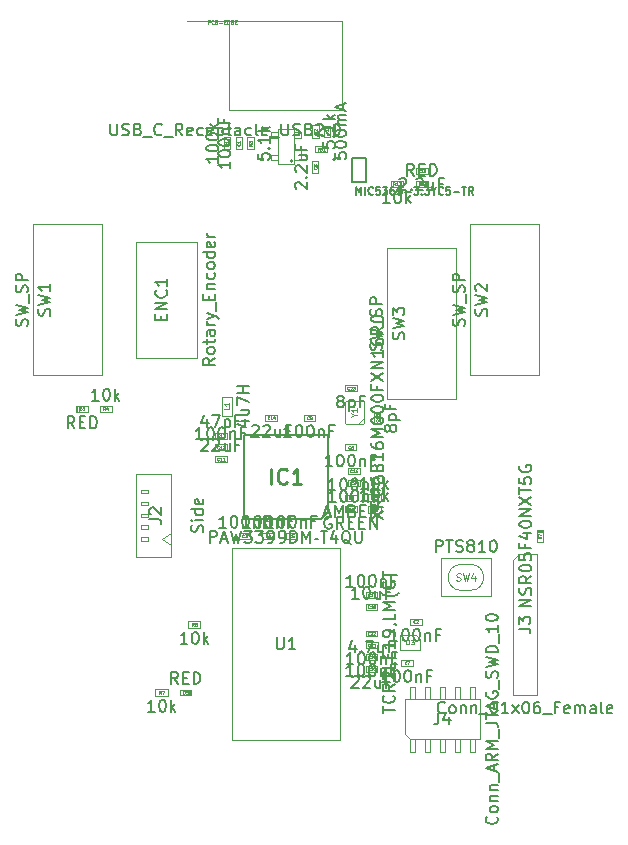
<source format=gbr>
%TF.GenerationSoftware,KiCad,Pcbnew,6.0.7+dfsg-1~bpo11+1*%
%TF.CreationDate,2022-10-07T10:39:21+00:00*%
%TF.ProjectId,redshift,72656473-6869-4667-942e-6b696361645f,0.2*%
%TF.SameCoordinates,Original*%
%TF.FileFunction,AssemblyDrawing,Top*%
%FSLAX46Y46*%
G04 Gerber Fmt 4.6, Leading zero omitted, Abs format (unit mm)*
G04 Created by KiCad (PCBNEW 6.0.7+dfsg-1~bpo11+1) date 2022-10-07 10:39:21*
%MOMM*%
%LPD*%
G01*
G04 APERTURE LIST*
%ADD10C,0.150000*%
%ADD11C,0.040000*%
%ADD12C,0.080000*%
%ADD13C,0.060000*%
%ADD14C,0.062500*%
%ADD15C,0.075000*%
%ADD16C,0.090000*%
%ADD17C,0.254000*%
%ADD18C,0.100000*%
%ADD19C,0.120000*%
%ADD20C,0.127000*%
%ADD21C,0.200000*%
G04 APERTURE END LIST*
D10*
%TO.C,R6*%
X144404761Y-95032380D02*
X143833333Y-95032380D01*
X144119047Y-95032380D02*
X144119047Y-94032380D01*
X144023809Y-94175238D01*
X143928571Y-94270476D01*
X143833333Y-94318095D01*
X145023809Y-94032380D02*
X145119047Y-94032380D01*
X145214285Y-94080000D01*
X145261904Y-94127619D01*
X145309523Y-94222857D01*
X145357142Y-94413333D01*
X145357142Y-94651428D01*
X145309523Y-94841904D01*
X145261904Y-94937142D01*
X145214285Y-94984761D01*
X145119047Y-95032380D01*
X145023809Y-95032380D01*
X144928571Y-94984761D01*
X144880952Y-94937142D01*
X144833333Y-94841904D01*
X144785714Y-94651428D01*
X144785714Y-94413333D01*
X144833333Y-94222857D01*
X144880952Y-94127619D01*
X144928571Y-94080000D01*
X145023809Y-94032380D01*
X145785714Y-95032380D02*
X145785714Y-94032380D01*
X145880952Y-94651428D02*
X146166666Y-95032380D01*
X146166666Y-94365714D02*
X145785714Y-94746666D01*
D11*
X144956666Y-95867619D02*
X144870000Y-95743809D01*
X144808095Y-95867619D02*
X144808095Y-95607619D01*
X144907142Y-95607619D01*
X144931904Y-95620000D01*
X144944285Y-95632380D01*
X144956666Y-95657142D01*
X144956666Y-95694285D01*
X144944285Y-95719047D01*
X144931904Y-95731428D01*
X144907142Y-95743809D01*
X144808095Y-95743809D01*
X145179523Y-95607619D02*
X145130000Y-95607619D01*
X145105238Y-95620000D01*
X145092857Y-95632380D01*
X145068095Y-95669523D01*
X145055714Y-95719047D01*
X145055714Y-95818095D01*
X145068095Y-95842857D01*
X145080476Y-95855238D01*
X145105238Y-95867619D01*
X145154761Y-95867619D01*
X145179523Y-95855238D01*
X145191904Y-95842857D01*
X145204285Y-95818095D01*
X145204285Y-95756190D01*
X145191904Y-95731428D01*
X145179523Y-95719047D01*
X145154761Y-95706666D01*
X145105238Y-95706666D01*
X145080476Y-95719047D01*
X145068095Y-95731428D01*
X145055714Y-95756190D01*
D10*
%TO.C,FB1*%
X140238095Y-64151428D02*
X140285714Y-64103809D01*
X140380952Y-64056190D01*
X140571428Y-64151428D01*
X140666666Y-64103809D01*
X140714285Y-64056190D01*
D11*
X140291666Y-65232142D02*
X140208333Y-65232142D01*
X140208333Y-65363095D02*
X140208333Y-65113095D01*
X140327380Y-65113095D01*
X140505952Y-65232142D02*
X140541666Y-65244047D01*
X140553571Y-65255952D01*
X140565476Y-65279761D01*
X140565476Y-65315476D01*
X140553571Y-65339285D01*
X140541666Y-65351190D01*
X140517857Y-65363095D01*
X140422619Y-65363095D01*
X140422619Y-65113095D01*
X140505952Y-65113095D01*
X140529761Y-65125000D01*
X140541666Y-65136904D01*
X140553571Y-65160714D01*
X140553571Y-65184523D01*
X140541666Y-65208333D01*
X140529761Y-65220238D01*
X140505952Y-65232142D01*
X140422619Y-65232142D01*
X140803571Y-65363095D02*
X140660714Y-65363095D01*
X140732142Y-65363095D02*
X140732142Y-65113095D01*
X140708333Y-65148809D01*
X140684523Y-65172619D01*
X140660714Y-65184523D01*
D10*
%TO.C,C24*%
X141722380Y-95112380D02*
X141150952Y-95112380D01*
X141436666Y-95112380D02*
X141436666Y-94112380D01*
X141341428Y-94255238D01*
X141246190Y-94350476D01*
X141150952Y-94398095D01*
X142341428Y-94112380D02*
X142436666Y-94112380D01*
X142531904Y-94160000D01*
X142579523Y-94207619D01*
X142627142Y-94302857D01*
X142674761Y-94493333D01*
X142674761Y-94731428D01*
X142627142Y-94921904D01*
X142579523Y-95017142D01*
X142531904Y-95064761D01*
X142436666Y-95112380D01*
X142341428Y-95112380D01*
X142246190Y-95064761D01*
X142198571Y-95017142D01*
X142150952Y-94921904D01*
X142103333Y-94731428D01*
X142103333Y-94493333D01*
X142150952Y-94302857D01*
X142198571Y-94207619D01*
X142246190Y-94160000D01*
X142341428Y-94112380D01*
X143293809Y-94112380D02*
X143389047Y-94112380D01*
X143484285Y-94160000D01*
X143531904Y-94207619D01*
X143579523Y-94302857D01*
X143627142Y-94493333D01*
X143627142Y-94731428D01*
X143579523Y-94921904D01*
X143531904Y-95017142D01*
X143484285Y-95064761D01*
X143389047Y-95112380D01*
X143293809Y-95112380D01*
X143198571Y-95064761D01*
X143150952Y-95017142D01*
X143103333Y-94921904D01*
X143055714Y-94731428D01*
X143055714Y-94493333D01*
X143103333Y-94302857D01*
X143150952Y-94207619D01*
X143198571Y-94160000D01*
X143293809Y-94112380D01*
X144055714Y-94445714D02*
X144055714Y-95112380D01*
X144055714Y-94540952D02*
X144103333Y-94493333D01*
X144198571Y-94445714D01*
X144341428Y-94445714D01*
X144436666Y-94493333D01*
X144484285Y-94588571D01*
X144484285Y-95112380D01*
X145293809Y-94588571D02*
X144960476Y-94588571D01*
X144960476Y-95112380D02*
X144960476Y-94112380D01*
X145436666Y-94112380D01*
D11*
X143109285Y-93589285D02*
X143097380Y-93601190D01*
X143061666Y-93613095D01*
X143037857Y-93613095D01*
X143002142Y-93601190D01*
X142978333Y-93577380D01*
X142966428Y-93553571D01*
X142954523Y-93505952D01*
X142954523Y-93470238D01*
X142966428Y-93422619D01*
X142978333Y-93398809D01*
X143002142Y-93375000D01*
X143037857Y-93363095D01*
X143061666Y-93363095D01*
X143097380Y-93375000D01*
X143109285Y-93386904D01*
X143204523Y-93386904D02*
X143216428Y-93375000D01*
X143240238Y-93363095D01*
X143299761Y-93363095D01*
X143323571Y-93375000D01*
X143335476Y-93386904D01*
X143347380Y-93410714D01*
X143347380Y-93434523D01*
X143335476Y-93470238D01*
X143192619Y-93613095D01*
X143347380Y-93613095D01*
X143561666Y-93446428D02*
X143561666Y-93613095D01*
X143502142Y-93351190D02*
X143442619Y-93529761D01*
X143597380Y-93529761D01*
D10*
%TO.C,C11*%
X130357142Y-89887619D02*
X130404761Y-89840000D01*
X130500000Y-89792380D01*
X130738095Y-89792380D01*
X130833333Y-89840000D01*
X130880952Y-89887619D01*
X130928571Y-89982857D01*
X130928571Y-90078095D01*
X130880952Y-90220952D01*
X130309523Y-90792380D01*
X130928571Y-90792380D01*
X131309523Y-89887619D02*
X131357142Y-89840000D01*
X131452380Y-89792380D01*
X131690476Y-89792380D01*
X131785714Y-89840000D01*
X131833333Y-89887619D01*
X131880952Y-89982857D01*
X131880952Y-90078095D01*
X131833333Y-90220952D01*
X131261904Y-90792380D01*
X131880952Y-90792380D01*
X132738095Y-90125714D02*
X132738095Y-90792380D01*
X132309523Y-90125714D02*
X132309523Y-90649523D01*
X132357142Y-90744761D01*
X132452380Y-90792380D01*
X132595238Y-90792380D01*
X132690476Y-90744761D01*
X132738095Y-90697142D01*
X133547619Y-90268571D02*
X133214285Y-90268571D01*
X133214285Y-90792380D02*
X133214285Y-89792380D01*
X133690476Y-89792380D01*
D11*
X131839285Y-91589285D02*
X131827380Y-91601190D01*
X131791666Y-91613095D01*
X131767857Y-91613095D01*
X131732142Y-91601190D01*
X131708333Y-91577380D01*
X131696428Y-91553571D01*
X131684523Y-91505952D01*
X131684523Y-91470238D01*
X131696428Y-91422619D01*
X131708333Y-91398809D01*
X131732142Y-91375000D01*
X131767857Y-91363095D01*
X131791666Y-91363095D01*
X131827380Y-91375000D01*
X131839285Y-91386904D01*
X132077380Y-91613095D02*
X131934523Y-91613095D01*
X132005952Y-91613095D02*
X132005952Y-91363095D01*
X131982142Y-91398809D01*
X131958333Y-91422619D01*
X131934523Y-91434523D01*
X132315476Y-91613095D02*
X132172619Y-91613095D01*
X132244047Y-91613095D02*
X132244047Y-91363095D01*
X132220238Y-91398809D01*
X132196428Y-91422619D01*
X132172619Y-91434523D01*
D10*
%TO.C,C13*%
X130833333Y-88125714D02*
X130833333Y-88792380D01*
X130595238Y-87744761D02*
X130357142Y-88459047D01*
X130976190Y-88459047D01*
X131261904Y-87792380D02*
X131928571Y-87792380D01*
X131500000Y-88792380D01*
X132309523Y-88125714D02*
X132309523Y-89125714D01*
X132309523Y-88173333D02*
X132404761Y-88125714D01*
X132595238Y-88125714D01*
X132690476Y-88173333D01*
X132738095Y-88220952D01*
X132785714Y-88316190D01*
X132785714Y-88601904D01*
X132738095Y-88697142D01*
X132690476Y-88744761D01*
X132595238Y-88792380D01*
X132404761Y-88792380D01*
X132309523Y-88744761D01*
X133547619Y-88268571D02*
X133214285Y-88268571D01*
X133214285Y-88792380D02*
X133214285Y-87792380D01*
X133690476Y-87792380D01*
D11*
X131839285Y-89589285D02*
X131827380Y-89601190D01*
X131791666Y-89613095D01*
X131767857Y-89613095D01*
X131732142Y-89601190D01*
X131708333Y-89577380D01*
X131696428Y-89553571D01*
X131684523Y-89505952D01*
X131684523Y-89470238D01*
X131696428Y-89422619D01*
X131708333Y-89398809D01*
X131732142Y-89375000D01*
X131767857Y-89363095D01*
X131791666Y-89363095D01*
X131827380Y-89375000D01*
X131839285Y-89386904D01*
X132077380Y-89613095D02*
X131934523Y-89613095D01*
X132005952Y-89613095D02*
X132005952Y-89363095D01*
X131982142Y-89398809D01*
X131958333Y-89422619D01*
X131934523Y-89434523D01*
X132160714Y-89363095D02*
X132315476Y-89363095D01*
X132232142Y-89458333D01*
X132267857Y-89458333D01*
X132291666Y-89470238D01*
X132303571Y-89482142D01*
X132315476Y-89505952D01*
X132315476Y-89565476D01*
X132303571Y-89589285D01*
X132291666Y-89601190D01*
X132267857Y-89613095D01*
X132196428Y-89613095D01*
X132172619Y-89601190D01*
X132160714Y-89589285D01*
D10*
%TO.C,C10*%
X147119047Y-67807619D02*
X147166666Y-67760000D01*
X147261904Y-67712380D01*
X147500000Y-67712380D01*
X147595238Y-67760000D01*
X147642857Y-67807619D01*
X147690476Y-67902857D01*
X147690476Y-67998095D01*
X147642857Y-68140952D01*
X147071428Y-68712380D01*
X147690476Y-68712380D01*
X148119047Y-68617142D02*
X148166666Y-68664761D01*
X148119047Y-68712380D01*
X148071428Y-68664761D01*
X148119047Y-68617142D01*
X148119047Y-68712380D01*
X148547619Y-67807619D02*
X148595238Y-67760000D01*
X148690476Y-67712380D01*
X148928571Y-67712380D01*
X149023809Y-67760000D01*
X149071428Y-67807619D01*
X149119047Y-67902857D01*
X149119047Y-67998095D01*
X149071428Y-68140952D01*
X148500000Y-68712380D01*
X149119047Y-68712380D01*
X149976190Y-68045714D02*
X149976190Y-68712380D01*
X149547619Y-68045714D02*
X149547619Y-68569523D01*
X149595238Y-68664761D01*
X149690476Y-68712380D01*
X149833333Y-68712380D01*
X149928571Y-68664761D01*
X149976190Y-68617142D01*
X150785714Y-68188571D02*
X150452380Y-68188571D01*
X150452380Y-68712380D02*
X150452380Y-67712380D01*
X150928571Y-67712380D01*
D11*
X148839285Y-67189285D02*
X148827380Y-67201190D01*
X148791666Y-67213095D01*
X148767857Y-67213095D01*
X148732142Y-67201190D01*
X148708333Y-67177380D01*
X148696428Y-67153571D01*
X148684523Y-67105952D01*
X148684523Y-67070238D01*
X148696428Y-67022619D01*
X148708333Y-66998809D01*
X148732142Y-66975000D01*
X148767857Y-66963095D01*
X148791666Y-66963095D01*
X148827380Y-66975000D01*
X148839285Y-66986904D01*
X149077380Y-67213095D02*
X148934523Y-67213095D01*
X149005952Y-67213095D02*
X149005952Y-66963095D01*
X148982142Y-66998809D01*
X148958333Y-67022619D01*
X148934523Y-67034523D01*
X149232142Y-66963095D02*
X149255952Y-66963095D01*
X149279761Y-66975000D01*
X149291666Y-66986904D01*
X149303571Y-67010714D01*
X149315476Y-67058333D01*
X149315476Y-67117857D01*
X149303571Y-67165476D01*
X149291666Y-67189285D01*
X149279761Y-67201190D01*
X149255952Y-67213095D01*
X149232142Y-67213095D01*
X149208333Y-67201190D01*
X149196428Y-67189285D01*
X149184523Y-67165476D01*
X149172619Y-67117857D01*
X149172619Y-67058333D01*
X149184523Y-67010714D01*
X149196428Y-66986904D01*
X149208333Y-66975000D01*
X149232142Y-66963095D01*
D10*
%TO.C,C8*%
X138387619Y-68610952D02*
X138340000Y-68563333D01*
X138292380Y-68468095D01*
X138292380Y-68230000D01*
X138340000Y-68134761D01*
X138387619Y-68087142D01*
X138482857Y-68039523D01*
X138578095Y-68039523D01*
X138720952Y-68087142D01*
X139292380Y-68658571D01*
X139292380Y-68039523D01*
X139197142Y-67610952D02*
X139244761Y-67563333D01*
X139292380Y-67610952D01*
X139244761Y-67658571D01*
X139197142Y-67610952D01*
X139292380Y-67610952D01*
X138387619Y-67182380D02*
X138340000Y-67134761D01*
X138292380Y-67039523D01*
X138292380Y-66801428D01*
X138340000Y-66706190D01*
X138387619Y-66658571D01*
X138482857Y-66610952D01*
X138578095Y-66610952D01*
X138720952Y-66658571D01*
X139292380Y-67230000D01*
X139292380Y-66610952D01*
X138625714Y-65753809D02*
X139292380Y-65753809D01*
X138625714Y-66182380D02*
X139149523Y-66182380D01*
X139244761Y-66134761D01*
X139292380Y-66039523D01*
X139292380Y-65896666D01*
X139244761Y-65801428D01*
X139197142Y-65753809D01*
X138768571Y-64944285D02*
X138768571Y-65277619D01*
X139292380Y-65277619D02*
X138292380Y-65277619D01*
X138292380Y-64801428D01*
D11*
X140089285Y-66771666D02*
X140101190Y-66783571D01*
X140113095Y-66819285D01*
X140113095Y-66843095D01*
X140101190Y-66878809D01*
X140077380Y-66902619D01*
X140053571Y-66914523D01*
X140005952Y-66926428D01*
X139970238Y-66926428D01*
X139922619Y-66914523D01*
X139898809Y-66902619D01*
X139875000Y-66878809D01*
X139863095Y-66843095D01*
X139863095Y-66819285D01*
X139875000Y-66783571D01*
X139886904Y-66771666D01*
X139970238Y-66628809D02*
X139958333Y-66652619D01*
X139946428Y-66664523D01*
X139922619Y-66676428D01*
X139910714Y-66676428D01*
X139886904Y-66664523D01*
X139875000Y-66652619D01*
X139863095Y-66628809D01*
X139863095Y-66581190D01*
X139875000Y-66557380D01*
X139886904Y-66545476D01*
X139910714Y-66533571D01*
X139922619Y-66533571D01*
X139946428Y-66545476D01*
X139958333Y-66557380D01*
X139970238Y-66581190D01*
X139970238Y-66628809D01*
X139982142Y-66652619D01*
X139994047Y-66664523D01*
X140017857Y-66676428D01*
X140065476Y-66676428D01*
X140089285Y-66664523D01*
X140101190Y-66652619D01*
X140113095Y-66628809D01*
X140113095Y-66581190D01*
X140101190Y-66557380D01*
X140089285Y-66545476D01*
X140065476Y-66533571D01*
X140017857Y-66533571D01*
X139994047Y-66545476D01*
X139982142Y-66557380D01*
X139970238Y-66581190D01*
D10*
%TO.C,ENC1*%
X131484380Y-82928571D02*
X131008190Y-83261904D01*
X131484380Y-83500000D02*
X130484380Y-83500000D01*
X130484380Y-83119047D01*
X130532000Y-83023809D01*
X130579619Y-82976190D01*
X130674857Y-82928571D01*
X130817714Y-82928571D01*
X130912952Y-82976190D01*
X130960571Y-83023809D01*
X131008190Y-83119047D01*
X131008190Y-83500000D01*
X131484380Y-82357142D02*
X131436761Y-82452380D01*
X131389142Y-82500000D01*
X131293904Y-82547619D01*
X131008190Y-82547619D01*
X130912952Y-82500000D01*
X130865333Y-82452380D01*
X130817714Y-82357142D01*
X130817714Y-82214285D01*
X130865333Y-82119047D01*
X130912952Y-82071428D01*
X131008190Y-82023809D01*
X131293904Y-82023809D01*
X131389142Y-82071428D01*
X131436761Y-82119047D01*
X131484380Y-82214285D01*
X131484380Y-82357142D01*
X130817714Y-81738095D02*
X130817714Y-81357142D01*
X130484380Y-81595238D02*
X131341523Y-81595238D01*
X131436761Y-81547619D01*
X131484380Y-81452380D01*
X131484380Y-81357142D01*
X131484380Y-80595238D02*
X130960571Y-80595238D01*
X130865333Y-80642857D01*
X130817714Y-80738095D01*
X130817714Y-80928571D01*
X130865333Y-81023809D01*
X131436761Y-80595238D02*
X131484380Y-80690476D01*
X131484380Y-80928571D01*
X131436761Y-81023809D01*
X131341523Y-81071428D01*
X131246285Y-81071428D01*
X131151047Y-81023809D01*
X131103428Y-80928571D01*
X131103428Y-80690476D01*
X131055809Y-80595238D01*
X131484380Y-80119047D02*
X130817714Y-80119047D01*
X131008190Y-80119047D02*
X130912952Y-80071428D01*
X130865333Y-80023809D01*
X130817714Y-79928571D01*
X130817714Y-79833333D01*
X130817714Y-79595238D02*
X131484380Y-79357142D01*
X130817714Y-79119047D02*
X131484380Y-79357142D01*
X131722476Y-79452380D01*
X131770095Y-79500000D01*
X131817714Y-79595238D01*
X131579619Y-78976190D02*
X131579619Y-78214285D01*
X130960571Y-77976190D02*
X130960571Y-77642857D01*
X131484380Y-77500000D02*
X131484380Y-77976190D01*
X130484380Y-77976190D01*
X130484380Y-77500000D01*
X130817714Y-77071428D02*
X131484380Y-77071428D01*
X130912952Y-77071428D02*
X130865333Y-77023809D01*
X130817714Y-76928571D01*
X130817714Y-76785714D01*
X130865333Y-76690476D01*
X130960571Y-76642857D01*
X131484380Y-76642857D01*
X131436761Y-75738095D02*
X131484380Y-75833333D01*
X131484380Y-76023809D01*
X131436761Y-76119047D01*
X131389142Y-76166666D01*
X131293904Y-76214285D01*
X131008190Y-76214285D01*
X130912952Y-76166666D01*
X130865333Y-76119047D01*
X130817714Y-76023809D01*
X130817714Y-75833333D01*
X130865333Y-75738095D01*
X131484380Y-75166666D02*
X131436761Y-75261904D01*
X131389142Y-75309523D01*
X131293904Y-75357142D01*
X131008190Y-75357142D01*
X130912952Y-75309523D01*
X130865333Y-75261904D01*
X130817714Y-75166666D01*
X130817714Y-75023809D01*
X130865333Y-74928571D01*
X130912952Y-74880952D01*
X131008190Y-74833333D01*
X131293904Y-74833333D01*
X131389142Y-74880952D01*
X131436761Y-74928571D01*
X131484380Y-75023809D01*
X131484380Y-75166666D01*
X131484380Y-73976190D02*
X130484380Y-73976190D01*
X131436761Y-73976190D02*
X131484380Y-74071428D01*
X131484380Y-74261904D01*
X131436761Y-74357142D01*
X131389142Y-74404761D01*
X131293904Y-74452380D01*
X131008190Y-74452380D01*
X130912952Y-74404761D01*
X130865333Y-74357142D01*
X130817714Y-74261904D01*
X130817714Y-74071428D01*
X130865333Y-73976190D01*
X131436761Y-73119047D02*
X131484380Y-73214285D01*
X131484380Y-73404761D01*
X131436761Y-73500000D01*
X131341523Y-73547619D01*
X130960571Y-73547619D01*
X130865333Y-73500000D01*
X130817714Y-73404761D01*
X130817714Y-73214285D01*
X130865333Y-73119047D01*
X130960571Y-73071428D01*
X131055809Y-73071428D01*
X131151047Y-73547619D01*
X131484380Y-72642857D02*
X130817714Y-72642857D01*
X131008190Y-72642857D02*
X130912952Y-72595238D01*
X130865333Y-72547619D01*
X130817714Y-72452380D01*
X130817714Y-72357142D01*
X126928571Y-79714285D02*
X126928571Y-79380952D01*
X127452380Y-79238095D02*
X127452380Y-79714285D01*
X126452380Y-79714285D01*
X126452380Y-79238095D01*
X127452380Y-78809523D02*
X126452380Y-78809523D01*
X127452380Y-78238095D01*
X126452380Y-78238095D01*
X127357142Y-77190476D02*
X127404761Y-77238095D01*
X127452380Y-77380952D01*
X127452380Y-77476190D01*
X127404761Y-77619047D01*
X127309523Y-77714285D01*
X127214285Y-77761904D01*
X127023809Y-77809523D01*
X126880952Y-77809523D01*
X126690476Y-77761904D01*
X126595238Y-77714285D01*
X126500000Y-77619047D01*
X126452380Y-77476190D01*
X126452380Y-77380952D01*
X126500000Y-77238095D01*
X126547619Y-77190476D01*
X127452380Y-76238095D02*
X127452380Y-76809523D01*
X127452380Y-76523809D02*
X126452380Y-76523809D01*
X126595238Y-76619047D01*
X126690476Y-76714285D01*
X126738095Y-76809523D01*
%TO.C,C14*%
X134627142Y-88707619D02*
X134674761Y-88660000D01*
X134770000Y-88612380D01*
X135008095Y-88612380D01*
X135103333Y-88660000D01*
X135150952Y-88707619D01*
X135198571Y-88802857D01*
X135198571Y-88898095D01*
X135150952Y-89040952D01*
X134579523Y-89612380D01*
X135198571Y-89612380D01*
X135579523Y-88707619D02*
X135627142Y-88660000D01*
X135722380Y-88612380D01*
X135960476Y-88612380D01*
X136055714Y-88660000D01*
X136103333Y-88707619D01*
X136150952Y-88802857D01*
X136150952Y-88898095D01*
X136103333Y-89040952D01*
X135531904Y-89612380D01*
X136150952Y-89612380D01*
X137008095Y-88945714D02*
X137008095Y-89612380D01*
X136579523Y-88945714D02*
X136579523Y-89469523D01*
X136627142Y-89564761D01*
X136722380Y-89612380D01*
X136865238Y-89612380D01*
X136960476Y-89564761D01*
X137008095Y-89517142D01*
X137817619Y-89088571D02*
X137484285Y-89088571D01*
X137484285Y-89612380D02*
X137484285Y-88612380D01*
X137960476Y-88612380D01*
D11*
X136109285Y-88089285D02*
X136097380Y-88101190D01*
X136061666Y-88113095D01*
X136037857Y-88113095D01*
X136002142Y-88101190D01*
X135978333Y-88077380D01*
X135966428Y-88053571D01*
X135954523Y-88005952D01*
X135954523Y-87970238D01*
X135966428Y-87922619D01*
X135978333Y-87898809D01*
X136002142Y-87875000D01*
X136037857Y-87863095D01*
X136061666Y-87863095D01*
X136097380Y-87875000D01*
X136109285Y-87886904D01*
X136347380Y-88113095D02*
X136204523Y-88113095D01*
X136275952Y-88113095D02*
X136275952Y-87863095D01*
X136252142Y-87898809D01*
X136228333Y-87922619D01*
X136204523Y-87934523D01*
X136561666Y-87946428D02*
X136561666Y-88113095D01*
X136502142Y-87851190D02*
X136442619Y-88029761D01*
X136597380Y-88029761D01*
D10*
%TO.C,C20*%
X143107142Y-109957619D02*
X143154761Y-109910000D01*
X143250000Y-109862380D01*
X143488095Y-109862380D01*
X143583333Y-109910000D01*
X143630952Y-109957619D01*
X143678571Y-110052857D01*
X143678571Y-110148095D01*
X143630952Y-110290952D01*
X143059523Y-110862380D01*
X143678571Y-110862380D01*
X144059523Y-109957619D02*
X144107142Y-109910000D01*
X144202380Y-109862380D01*
X144440476Y-109862380D01*
X144535714Y-109910000D01*
X144583333Y-109957619D01*
X144630952Y-110052857D01*
X144630952Y-110148095D01*
X144583333Y-110290952D01*
X144011904Y-110862380D01*
X144630952Y-110862380D01*
X145488095Y-110195714D02*
X145488095Y-110862380D01*
X145059523Y-110195714D02*
X145059523Y-110719523D01*
X145107142Y-110814761D01*
X145202380Y-110862380D01*
X145345238Y-110862380D01*
X145440476Y-110814761D01*
X145488095Y-110767142D01*
X146297619Y-110338571D02*
X145964285Y-110338571D01*
X145964285Y-110862380D02*
X145964285Y-109862380D01*
X146440476Y-109862380D01*
D11*
X144589285Y-109339285D02*
X144577380Y-109351190D01*
X144541666Y-109363095D01*
X144517857Y-109363095D01*
X144482142Y-109351190D01*
X144458333Y-109327380D01*
X144446428Y-109303571D01*
X144434523Y-109255952D01*
X144434523Y-109220238D01*
X144446428Y-109172619D01*
X144458333Y-109148809D01*
X144482142Y-109125000D01*
X144517857Y-109113095D01*
X144541666Y-109113095D01*
X144577380Y-109125000D01*
X144589285Y-109136904D01*
X144684523Y-109136904D02*
X144696428Y-109125000D01*
X144720238Y-109113095D01*
X144779761Y-109113095D01*
X144803571Y-109125000D01*
X144815476Y-109136904D01*
X144827380Y-109160714D01*
X144827380Y-109184523D01*
X144815476Y-109220238D01*
X144672619Y-109363095D01*
X144827380Y-109363095D01*
X144982142Y-109113095D02*
X145005952Y-109113095D01*
X145029761Y-109125000D01*
X145041666Y-109136904D01*
X145053571Y-109160714D01*
X145065476Y-109208333D01*
X145065476Y-109267857D01*
X145053571Y-109315476D01*
X145041666Y-109339285D01*
X145029761Y-109351190D01*
X145005952Y-109363095D01*
X144982142Y-109363095D01*
X144958333Y-109351190D01*
X144946428Y-109339285D01*
X144934523Y-109315476D01*
X144922619Y-109267857D01*
X144922619Y-109208333D01*
X144934523Y-109160714D01*
X144946428Y-109136904D01*
X144958333Y-109125000D01*
X144982142Y-109113095D01*
D10*
%TO.C,D3*%
X140743095Y-96086666D02*
X141219285Y-96086666D01*
X140647857Y-96372380D02*
X140981190Y-95372380D01*
X141314523Y-96372380D01*
X141647857Y-96372380D02*
X141647857Y-95372380D01*
X141981190Y-96086666D01*
X142314523Y-95372380D01*
X142314523Y-96372380D01*
X143124047Y-95848571D02*
X143266904Y-95896190D01*
X143314523Y-95943809D01*
X143362142Y-96039047D01*
X143362142Y-96181904D01*
X143314523Y-96277142D01*
X143266904Y-96324761D01*
X143171666Y-96372380D01*
X142790714Y-96372380D01*
X142790714Y-95372380D01*
X143124047Y-95372380D01*
X143219285Y-95420000D01*
X143266904Y-95467619D01*
X143314523Y-95562857D01*
X143314523Y-95658095D01*
X143266904Y-95753333D01*
X143219285Y-95800952D01*
X143124047Y-95848571D01*
X142790714Y-95848571D01*
X143790714Y-95848571D02*
X144124047Y-95848571D01*
X144266904Y-96372380D02*
X143790714Y-96372380D01*
X143790714Y-95372380D01*
X144266904Y-95372380D01*
X145266904Y-96372380D02*
X144933571Y-95896190D01*
X144695476Y-96372380D02*
X144695476Y-95372380D01*
X145076428Y-95372380D01*
X145171666Y-95420000D01*
X145219285Y-95467619D01*
X145266904Y-95562857D01*
X145266904Y-95705714D01*
X145219285Y-95800952D01*
X145171666Y-95848571D01*
X145076428Y-95896190D01*
X144695476Y-95896190D01*
D11*
X142820476Y-94863095D02*
X142820476Y-94613095D01*
X142880000Y-94613095D01*
X142915714Y-94625000D01*
X142939523Y-94648809D01*
X142951428Y-94672619D01*
X142963333Y-94720238D01*
X142963333Y-94755952D01*
X142951428Y-94803571D01*
X142939523Y-94827380D01*
X142915714Y-94851190D01*
X142880000Y-94863095D01*
X142820476Y-94863095D01*
X143046666Y-94613095D02*
X143201428Y-94613095D01*
X143118095Y-94708333D01*
X143153809Y-94708333D01*
X143177619Y-94720238D01*
X143189523Y-94732142D01*
X143201428Y-94755952D01*
X143201428Y-94815476D01*
X143189523Y-94839285D01*
X143177619Y-94851190D01*
X143153809Y-94863095D01*
X143082380Y-94863095D01*
X143058571Y-94851190D01*
X143046666Y-94839285D01*
D10*
%TO.C,J1*%
X122649523Y-63087380D02*
X122649523Y-63896904D01*
X122697142Y-63992142D01*
X122744761Y-64039761D01*
X122840000Y-64087380D01*
X123030476Y-64087380D01*
X123125714Y-64039761D01*
X123173333Y-63992142D01*
X123220952Y-63896904D01*
X123220952Y-63087380D01*
X123649523Y-64039761D02*
X123792380Y-64087380D01*
X124030476Y-64087380D01*
X124125714Y-64039761D01*
X124173333Y-63992142D01*
X124220952Y-63896904D01*
X124220952Y-63801666D01*
X124173333Y-63706428D01*
X124125714Y-63658809D01*
X124030476Y-63611190D01*
X123840000Y-63563571D01*
X123744761Y-63515952D01*
X123697142Y-63468333D01*
X123649523Y-63373095D01*
X123649523Y-63277857D01*
X123697142Y-63182619D01*
X123744761Y-63135000D01*
X123840000Y-63087380D01*
X124078095Y-63087380D01*
X124220952Y-63135000D01*
X124982857Y-63563571D02*
X125125714Y-63611190D01*
X125173333Y-63658809D01*
X125220952Y-63754047D01*
X125220952Y-63896904D01*
X125173333Y-63992142D01*
X125125714Y-64039761D01*
X125030476Y-64087380D01*
X124649523Y-64087380D01*
X124649523Y-63087380D01*
X124982857Y-63087380D01*
X125078095Y-63135000D01*
X125125714Y-63182619D01*
X125173333Y-63277857D01*
X125173333Y-63373095D01*
X125125714Y-63468333D01*
X125078095Y-63515952D01*
X124982857Y-63563571D01*
X124649523Y-63563571D01*
X125411428Y-64182619D02*
X126173333Y-64182619D01*
X126982857Y-63992142D02*
X126935238Y-64039761D01*
X126792380Y-64087380D01*
X126697142Y-64087380D01*
X126554285Y-64039761D01*
X126459047Y-63944523D01*
X126411428Y-63849285D01*
X126363809Y-63658809D01*
X126363809Y-63515952D01*
X126411428Y-63325476D01*
X126459047Y-63230238D01*
X126554285Y-63135000D01*
X126697142Y-63087380D01*
X126792380Y-63087380D01*
X126935238Y-63135000D01*
X126982857Y-63182619D01*
X127173333Y-64182619D02*
X127935238Y-64182619D01*
X128744761Y-64087380D02*
X128411428Y-63611190D01*
X128173333Y-64087380D02*
X128173333Y-63087380D01*
X128554285Y-63087380D01*
X128649523Y-63135000D01*
X128697142Y-63182619D01*
X128744761Y-63277857D01*
X128744761Y-63420714D01*
X128697142Y-63515952D01*
X128649523Y-63563571D01*
X128554285Y-63611190D01*
X128173333Y-63611190D01*
X129554285Y-64039761D02*
X129459047Y-64087380D01*
X129268571Y-64087380D01*
X129173333Y-64039761D01*
X129125714Y-63944523D01*
X129125714Y-63563571D01*
X129173333Y-63468333D01*
X129268571Y-63420714D01*
X129459047Y-63420714D01*
X129554285Y-63468333D01*
X129601904Y-63563571D01*
X129601904Y-63658809D01*
X129125714Y-63754047D01*
X130459047Y-64039761D02*
X130363809Y-64087380D01*
X130173333Y-64087380D01*
X130078095Y-64039761D01*
X130030476Y-63992142D01*
X129982857Y-63896904D01*
X129982857Y-63611190D01*
X130030476Y-63515952D01*
X130078095Y-63468333D01*
X130173333Y-63420714D01*
X130363809Y-63420714D01*
X130459047Y-63468333D01*
X131268571Y-64039761D02*
X131173333Y-64087380D01*
X130982857Y-64087380D01*
X130887619Y-64039761D01*
X130840000Y-63944523D01*
X130840000Y-63563571D01*
X130887619Y-63468333D01*
X130982857Y-63420714D01*
X131173333Y-63420714D01*
X131268571Y-63468333D01*
X131316190Y-63563571D01*
X131316190Y-63658809D01*
X130840000Y-63754047D01*
X131744761Y-63420714D02*
X131744761Y-64420714D01*
X131744761Y-63468333D02*
X131840000Y-63420714D01*
X132030476Y-63420714D01*
X132125714Y-63468333D01*
X132173333Y-63515952D01*
X132220952Y-63611190D01*
X132220952Y-63896904D01*
X132173333Y-63992142D01*
X132125714Y-64039761D01*
X132030476Y-64087380D01*
X131840000Y-64087380D01*
X131744761Y-64039761D01*
X132506666Y-63420714D02*
X132887619Y-63420714D01*
X132649523Y-63087380D02*
X132649523Y-63944523D01*
X132697142Y-64039761D01*
X132792380Y-64087380D01*
X132887619Y-64087380D01*
X133649523Y-64087380D02*
X133649523Y-63563571D01*
X133601904Y-63468333D01*
X133506666Y-63420714D01*
X133316190Y-63420714D01*
X133220952Y-63468333D01*
X133649523Y-64039761D02*
X133554285Y-64087380D01*
X133316190Y-64087380D01*
X133220952Y-64039761D01*
X133173333Y-63944523D01*
X133173333Y-63849285D01*
X133220952Y-63754047D01*
X133316190Y-63706428D01*
X133554285Y-63706428D01*
X133649523Y-63658809D01*
X134554285Y-64039761D02*
X134459047Y-64087380D01*
X134268571Y-64087380D01*
X134173333Y-64039761D01*
X134125714Y-63992142D01*
X134078095Y-63896904D01*
X134078095Y-63611190D01*
X134125714Y-63515952D01*
X134173333Y-63468333D01*
X134268571Y-63420714D01*
X134459047Y-63420714D01*
X134554285Y-63468333D01*
X135125714Y-64087380D02*
X135030476Y-64039761D01*
X134982857Y-63944523D01*
X134982857Y-63087380D01*
X135887619Y-64039761D02*
X135792380Y-64087380D01*
X135601904Y-64087380D01*
X135506666Y-64039761D01*
X135459047Y-63944523D01*
X135459047Y-63563571D01*
X135506666Y-63468333D01*
X135601904Y-63420714D01*
X135792380Y-63420714D01*
X135887619Y-63468333D01*
X135935238Y-63563571D01*
X135935238Y-63658809D01*
X135459047Y-63754047D01*
X136125714Y-64182619D02*
X136887619Y-64182619D01*
X137125714Y-63087380D02*
X137125714Y-63896904D01*
X137173333Y-63992142D01*
X137220952Y-64039761D01*
X137316190Y-64087380D01*
X137506666Y-64087380D01*
X137601904Y-64039761D01*
X137649523Y-63992142D01*
X137697142Y-63896904D01*
X137697142Y-63087380D01*
X138125714Y-64039761D02*
X138268571Y-64087380D01*
X138506666Y-64087380D01*
X138601904Y-64039761D01*
X138649523Y-63992142D01*
X138697142Y-63896904D01*
X138697142Y-63801666D01*
X138649523Y-63706428D01*
X138601904Y-63658809D01*
X138506666Y-63611190D01*
X138316190Y-63563571D01*
X138220952Y-63515952D01*
X138173333Y-63468333D01*
X138125714Y-63373095D01*
X138125714Y-63277857D01*
X138173333Y-63182619D01*
X138220952Y-63135000D01*
X138316190Y-63087380D01*
X138554285Y-63087380D01*
X138697142Y-63135000D01*
X139459047Y-63563571D02*
X139601904Y-63611190D01*
X139649523Y-63658809D01*
X139697142Y-63754047D01*
X139697142Y-63896904D01*
X139649523Y-63992142D01*
X139601904Y-64039761D01*
X139506666Y-64087380D01*
X139125714Y-64087380D01*
X139125714Y-63087380D01*
X139459047Y-63087380D01*
X139554285Y-63135000D01*
X139601904Y-63182619D01*
X139649523Y-63277857D01*
X139649523Y-63373095D01*
X139601904Y-63468333D01*
X139554285Y-63515952D01*
X139459047Y-63563571D01*
X139125714Y-63563571D01*
X140078095Y-63182619D02*
X140125714Y-63135000D01*
X140220952Y-63087380D01*
X140459047Y-63087380D01*
X140554285Y-63135000D01*
X140601904Y-63182619D01*
X140649523Y-63277857D01*
X140649523Y-63373095D01*
X140601904Y-63515952D01*
X140030476Y-64087380D01*
X140649523Y-64087380D01*
X141078095Y-63992142D02*
X141125714Y-64039761D01*
X141078095Y-64087380D01*
X141030476Y-64039761D01*
X141078095Y-63992142D01*
X141078095Y-64087380D01*
X141744761Y-63087380D02*
X141840000Y-63087380D01*
X141935238Y-63135000D01*
X141982857Y-63182619D01*
X142030476Y-63277857D01*
X142078095Y-63468333D01*
X142078095Y-63706428D01*
X142030476Y-63896904D01*
X141982857Y-63992142D01*
X141935238Y-64039761D01*
X141840000Y-64087380D01*
X141744761Y-64087380D01*
X141649523Y-64039761D01*
X141601904Y-63992142D01*
X141554285Y-63896904D01*
X141506666Y-63706428D01*
X141506666Y-63468333D01*
X141554285Y-63277857D01*
X141601904Y-63182619D01*
X141649523Y-63135000D01*
X141744761Y-63087380D01*
D12*
X130888571Y-54644761D02*
X130888571Y-54324761D01*
X131010476Y-54324761D01*
X131040952Y-54340000D01*
X131056190Y-54355238D01*
X131071428Y-54385714D01*
X131071428Y-54431428D01*
X131056190Y-54461904D01*
X131040952Y-54477142D01*
X131010476Y-54492380D01*
X130888571Y-54492380D01*
X131391428Y-54614285D02*
X131376190Y-54629523D01*
X131330476Y-54644761D01*
X131300000Y-54644761D01*
X131254285Y-54629523D01*
X131223809Y-54599047D01*
X131208571Y-54568571D01*
X131193333Y-54507619D01*
X131193333Y-54461904D01*
X131208571Y-54400952D01*
X131223809Y-54370476D01*
X131254285Y-54340000D01*
X131300000Y-54324761D01*
X131330476Y-54324761D01*
X131376190Y-54340000D01*
X131391428Y-54355238D01*
X131635238Y-54477142D02*
X131680952Y-54492380D01*
X131696190Y-54507619D01*
X131711428Y-54538095D01*
X131711428Y-54583809D01*
X131696190Y-54614285D01*
X131680952Y-54629523D01*
X131650476Y-54644761D01*
X131528571Y-54644761D01*
X131528571Y-54324761D01*
X131635238Y-54324761D01*
X131665714Y-54340000D01*
X131680952Y-54355238D01*
X131696190Y-54385714D01*
X131696190Y-54416190D01*
X131680952Y-54446666D01*
X131665714Y-54461904D01*
X131635238Y-54477142D01*
X131528571Y-54477142D01*
X131848571Y-54522857D02*
X132092380Y-54522857D01*
X132244761Y-54477142D02*
X132351428Y-54477142D01*
X132397142Y-54644761D02*
X132244761Y-54644761D01*
X132244761Y-54324761D01*
X132397142Y-54324761D01*
X132534285Y-54644761D02*
X132534285Y-54324761D01*
X132610476Y-54324761D01*
X132656190Y-54340000D01*
X132686666Y-54370476D01*
X132701904Y-54400952D01*
X132717142Y-54461904D01*
X132717142Y-54507619D01*
X132701904Y-54568571D01*
X132686666Y-54599047D01*
X132656190Y-54629523D01*
X132610476Y-54644761D01*
X132534285Y-54644761D01*
X133021904Y-54340000D02*
X132991428Y-54324761D01*
X132945714Y-54324761D01*
X132900000Y-54340000D01*
X132869523Y-54370476D01*
X132854285Y-54400952D01*
X132839047Y-54461904D01*
X132839047Y-54507619D01*
X132854285Y-54568571D01*
X132869523Y-54599047D01*
X132900000Y-54629523D01*
X132945714Y-54644761D01*
X132976190Y-54644761D01*
X133021904Y-54629523D01*
X133037142Y-54614285D01*
X133037142Y-54507619D01*
X132976190Y-54507619D01*
X133174285Y-54477142D02*
X133280952Y-54477142D01*
X133326666Y-54644761D02*
X133174285Y-54644761D01*
X133174285Y-54324761D01*
X133326666Y-54324761D01*
D10*
%TO.C,L1*%
X133715714Y-88261904D02*
X134382380Y-88261904D01*
X133334761Y-88500000D02*
X134049047Y-88738095D01*
X134049047Y-88119047D01*
X133715714Y-87309523D02*
X134382380Y-87309523D01*
X133715714Y-87738095D02*
X134239523Y-87738095D01*
X134334761Y-87690476D01*
X134382380Y-87595238D01*
X134382380Y-87452380D01*
X134334761Y-87357142D01*
X134287142Y-87309523D01*
X133382380Y-86928571D02*
X133382380Y-86261904D01*
X134382380Y-86690476D01*
X134382380Y-85880952D02*
X133382380Y-85880952D01*
X133858571Y-85880952D02*
X133858571Y-85309523D01*
X134382380Y-85309523D02*
X133382380Y-85309523D01*
D13*
X132680952Y-87066666D02*
X132680952Y-87257142D01*
X132280952Y-87257142D01*
X132680952Y-86723809D02*
X132680952Y-86952380D01*
X132680952Y-86838095D02*
X132280952Y-86838095D01*
X132338095Y-86876190D01*
X132376190Y-86914285D01*
X132395238Y-86952380D01*
D10*
%TO.C,D4*%
X141333333Y-96420000D02*
X141238095Y-96372380D01*
X141095238Y-96372380D01*
X140952380Y-96420000D01*
X140857142Y-96515238D01*
X140809523Y-96610476D01*
X140761904Y-96800952D01*
X140761904Y-96943809D01*
X140809523Y-97134285D01*
X140857142Y-97229523D01*
X140952380Y-97324761D01*
X141095238Y-97372380D01*
X141190476Y-97372380D01*
X141333333Y-97324761D01*
X141380952Y-97277142D01*
X141380952Y-96943809D01*
X141190476Y-96943809D01*
X142380952Y-97372380D02*
X142047619Y-96896190D01*
X141809523Y-97372380D02*
X141809523Y-96372380D01*
X142190476Y-96372380D01*
X142285714Y-96420000D01*
X142333333Y-96467619D01*
X142380952Y-96562857D01*
X142380952Y-96705714D01*
X142333333Y-96800952D01*
X142285714Y-96848571D01*
X142190476Y-96896190D01*
X141809523Y-96896190D01*
X142809523Y-96848571D02*
X143142857Y-96848571D01*
X143285714Y-97372380D02*
X142809523Y-97372380D01*
X142809523Y-96372380D01*
X143285714Y-96372380D01*
X143714285Y-96848571D02*
X144047619Y-96848571D01*
X144190476Y-97372380D02*
X143714285Y-97372380D01*
X143714285Y-96372380D01*
X144190476Y-96372380D01*
X144619047Y-97372380D02*
X144619047Y-96372380D01*
X145190476Y-97372380D01*
X145190476Y-96372380D01*
D11*
X142815476Y-95863095D02*
X142815476Y-95613095D01*
X142875000Y-95613095D01*
X142910714Y-95625000D01*
X142934523Y-95648809D01*
X142946428Y-95672619D01*
X142958333Y-95720238D01*
X142958333Y-95755952D01*
X142946428Y-95803571D01*
X142934523Y-95827380D01*
X142910714Y-95851190D01*
X142875000Y-95863095D01*
X142815476Y-95863095D01*
X143172619Y-95696428D02*
X143172619Y-95863095D01*
X143113095Y-95601190D02*
X143053571Y-95779761D01*
X143208333Y-95779761D01*
D10*
%TO.C,C2*%
X146952380Y-106862380D02*
X146380952Y-106862380D01*
X146666666Y-106862380D02*
X146666666Y-105862380D01*
X146571428Y-106005238D01*
X146476190Y-106100476D01*
X146380952Y-106148095D01*
X147571428Y-105862380D02*
X147666666Y-105862380D01*
X147761904Y-105910000D01*
X147809523Y-105957619D01*
X147857142Y-106052857D01*
X147904761Y-106243333D01*
X147904761Y-106481428D01*
X147857142Y-106671904D01*
X147809523Y-106767142D01*
X147761904Y-106814761D01*
X147666666Y-106862380D01*
X147571428Y-106862380D01*
X147476190Y-106814761D01*
X147428571Y-106767142D01*
X147380952Y-106671904D01*
X147333333Y-106481428D01*
X147333333Y-106243333D01*
X147380952Y-106052857D01*
X147428571Y-105957619D01*
X147476190Y-105910000D01*
X147571428Y-105862380D01*
X148523809Y-105862380D02*
X148619047Y-105862380D01*
X148714285Y-105910000D01*
X148761904Y-105957619D01*
X148809523Y-106052857D01*
X148857142Y-106243333D01*
X148857142Y-106481428D01*
X148809523Y-106671904D01*
X148761904Y-106767142D01*
X148714285Y-106814761D01*
X148619047Y-106862380D01*
X148523809Y-106862380D01*
X148428571Y-106814761D01*
X148380952Y-106767142D01*
X148333333Y-106671904D01*
X148285714Y-106481428D01*
X148285714Y-106243333D01*
X148333333Y-106052857D01*
X148380952Y-105957619D01*
X148428571Y-105910000D01*
X148523809Y-105862380D01*
X149285714Y-106195714D02*
X149285714Y-106862380D01*
X149285714Y-106290952D02*
X149333333Y-106243333D01*
X149428571Y-106195714D01*
X149571428Y-106195714D01*
X149666666Y-106243333D01*
X149714285Y-106338571D01*
X149714285Y-106862380D01*
X150523809Y-106338571D02*
X150190476Y-106338571D01*
X150190476Y-106862380D02*
X150190476Y-105862380D01*
X150666666Y-105862380D01*
D11*
X148458333Y-105339285D02*
X148446428Y-105351190D01*
X148410714Y-105363095D01*
X148386904Y-105363095D01*
X148351190Y-105351190D01*
X148327380Y-105327380D01*
X148315476Y-105303571D01*
X148303571Y-105255952D01*
X148303571Y-105220238D01*
X148315476Y-105172619D01*
X148327380Y-105148809D01*
X148351190Y-105125000D01*
X148386904Y-105113095D01*
X148410714Y-105113095D01*
X148446428Y-105125000D01*
X148458333Y-105136904D01*
X148553571Y-105136904D02*
X148565476Y-105125000D01*
X148589285Y-105113095D01*
X148648809Y-105113095D01*
X148672619Y-105125000D01*
X148684523Y-105136904D01*
X148696428Y-105160714D01*
X148696428Y-105184523D01*
X148684523Y-105220238D01*
X148541666Y-105363095D01*
X148696428Y-105363095D01*
D10*
%TO.C,U3*%
X145702380Y-113000000D02*
X145702380Y-112428571D01*
X146702380Y-112714285D02*
X145702380Y-112714285D01*
X146607142Y-111523809D02*
X146654761Y-111571428D01*
X146702380Y-111714285D01*
X146702380Y-111809523D01*
X146654761Y-111952380D01*
X146559523Y-112047619D01*
X146464285Y-112095238D01*
X146273809Y-112142857D01*
X146130952Y-112142857D01*
X145940476Y-112095238D01*
X145845238Y-112047619D01*
X145750000Y-111952380D01*
X145702380Y-111809523D01*
X145702380Y-111714285D01*
X145750000Y-111571428D01*
X145797619Y-111523809D01*
X146702380Y-110523809D02*
X146226190Y-110857142D01*
X146702380Y-111095238D02*
X145702380Y-111095238D01*
X145702380Y-110714285D01*
X145750000Y-110619047D01*
X145797619Y-110571428D01*
X145892857Y-110523809D01*
X146035714Y-110523809D01*
X146130952Y-110571428D01*
X146178571Y-110619047D01*
X146226190Y-110714285D01*
X146226190Y-111095238D01*
X145797619Y-110142857D02*
X145750000Y-110095238D01*
X145702380Y-110000000D01*
X145702380Y-109761904D01*
X145750000Y-109666666D01*
X145797619Y-109619047D01*
X145892857Y-109571428D01*
X145988095Y-109571428D01*
X146130952Y-109619047D01*
X146702380Y-110190476D01*
X146702380Y-109571428D01*
X146702380Y-108666666D02*
X146702380Y-109142857D01*
X145702380Y-109142857D01*
X146178571Y-108333333D02*
X146178571Y-108000000D01*
X146702380Y-107857142D02*
X146702380Y-108333333D01*
X145702380Y-108333333D01*
X145702380Y-107857142D01*
X146702380Y-106904761D02*
X146702380Y-107476190D01*
X146702380Y-107190476D02*
X145702380Y-107190476D01*
X145845238Y-107285714D01*
X145940476Y-107380952D01*
X145988095Y-107476190D01*
X146702380Y-106428571D02*
X146702380Y-106238095D01*
X146654761Y-106142857D01*
X146607142Y-106095238D01*
X146464285Y-106000000D01*
X146273809Y-105952380D01*
X145892857Y-105952380D01*
X145797619Y-106000000D01*
X145750000Y-106047619D01*
X145702380Y-106142857D01*
X145702380Y-106333333D01*
X145750000Y-106428571D01*
X145797619Y-106476190D01*
X145892857Y-106523809D01*
X146130952Y-106523809D01*
X146226190Y-106476190D01*
X146273809Y-106428571D01*
X146321428Y-106333333D01*
X146321428Y-106142857D01*
X146273809Y-106047619D01*
X146226190Y-106000000D01*
X146130952Y-105952380D01*
X146654761Y-105476190D02*
X146702380Y-105476190D01*
X146797619Y-105523809D01*
X146845238Y-105571428D01*
X146702380Y-104571428D02*
X146702380Y-105047619D01*
X145702380Y-105047619D01*
X146702380Y-104238095D02*
X145702380Y-104238095D01*
X146416666Y-103904761D01*
X145702380Y-103571428D01*
X146702380Y-103571428D01*
X147083333Y-102809523D02*
X147035714Y-102857142D01*
X146892857Y-102952380D01*
X146797619Y-103000000D01*
X146654761Y-103047619D01*
X146416666Y-103095238D01*
X146226190Y-103095238D01*
X145988095Y-103047619D01*
X145845238Y-103000000D01*
X145750000Y-102952380D01*
X145607142Y-102857142D01*
X145559523Y-102809523D01*
X146607142Y-101857142D02*
X146654761Y-101904761D01*
X146702380Y-102047619D01*
X146702380Y-102142857D01*
X146654761Y-102285714D01*
X146559523Y-102380952D01*
X146464285Y-102428571D01*
X146273809Y-102476190D01*
X146130952Y-102476190D01*
X145940476Y-102428571D01*
X145845238Y-102380952D01*
X145750000Y-102285714D01*
X145702380Y-102142857D01*
X145702380Y-102047619D01*
X145750000Y-101904761D01*
X145797619Y-101857142D01*
X145702380Y-101571428D02*
X145702380Y-101000000D01*
X146702380Y-101285714D02*
X145702380Y-101285714D01*
D14*
X147695238Y-106780952D02*
X147695238Y-107104761D01*
X147714285Y-107142857D01*
X147733333Y-107161904D01*
X147771428Y-107180952D01*
X147847619Y-107180952D01*
X147885714Y-107161904D01*
X147904761Y-107142857D01*
X147923809Y-107104761D01*
X147923809Y-106780952D01*
X148076190Y-106780952D02*
X148323809Y-106780952D01*
X148190476Y-106933333D01*
X148247619Y-106933333D01*
X148285714Y-106952380D01*
X148304761Y-106971428D01*
X148323809Y-107009523D01*
X148323809Y-107104761D01*
X148304761Y-107142857D01*
X148285714Y-107161904D01*
X148247619Y-107180952D01*
X148133333Y-107180952D01*
X148095238Y-107161904D01*
X148076190Y-107142857D01*
D10*
%TO.C,C4*%
X134432380Y-97292380D02*
X133860952Y-97292380D01*
X134146666Y-97292380D02*
X134146666Y-96292380D01*
X134051428Y-96435238D01*
X133956190Y-96530476D01*
X133860952Y-96578095D01*
X135051428Y-96292380D02*
X135146666Y-96292380D01*
X135241904Y-96340000D01*
X135289523Y-96387619D01*
X135337142Y-96482857D01*
X135384761Y-96673333D01*
X135384761Y-96911428D01*
X135337142Y-97101904D01*
X135289523Y-97197142D01*
X135241904Y-97244761D01*
X135146666Y-97292380D01*
X135051428Y-97292380D01*
X134956190Y-97244761D01*
X134908571Y-97197142D01*
X134860952Y-97101904D01*
X134813333Y-96911428D01*
X134813333Y-96673333D01*
X134860952Y-96482857D01*
X134908571Y-96387619D01*
X134956190Y-96340000D01*
X135051428Y-96292380D01*
X136003809Y-96292380D02*
X136099047Y-96292380D01*
X136194285Y-96340000D01*
X136241904Y-96387619D01*
X136289523Y-96482857D01*
X136337142Y-96673333D01*
X136337142Y-96911428D01*
X136289523Y-97101904D01*
X136241904Y-97197142D01*
X136194285Y-97244761D01*
X136099047Y-97292380D01*
X136003809Y-97292380D01*
X135908571Y-97244761D01*
X135860952Y-97197142D01*
X135813333Y-97101904D01*
X135765714Y-96911428D01*
X135765714Y-96673333D01*
X135813333Y-96482857D01*
X135860952Y-96387619D01*
X135908571Y-96340000D01*
X136003809Y-96292380D01*
X136765714Y-96625714D02*
X136765714Y-97292380D01*
X136765714Y-96720952D02*
X136813333Y-96673333D01*
X136908571Y-96625714D01*
X137051428Y-96625714D01*
X137146666Y-96673333D01*
X137194285Y-96768571D01*
X137194285Y-97292380D01*
X138003809Y-96768571D02*
X137670476Y-96768571D01*
X137670476Y-97292380D02*
X137670476Y-96292380D01*
X138146666Y-96292380D01*
D11*
X135938333Y-98089285D02*
X135926428Y-98101190D01*
X135890714Y-98113095D01*
X135866904Y-98113095D01*
X135831190Y-98101190D01*
X135807380Y-98077380D01*
X135795476Y-98053571D01*
X135783571Y-98005952D01*
X135783571Y-97970238D01*
X135795476Y-97922619D01*
X135807380Y-97898809D01*
X135831190Y-97875000D01*
X135866904Y-97863095D01*
X135890714Y-97863095D01*
X135926428Y-97875000D01*
X135938333Y-97886904D01*
X136152619Y-97946428D02*
X136152619Y-98113095D01*
X136093095Y-97851190D02*
X136033571Y-98029761D01*
X136188333Y-98029761D01*
D10*
%TO.C,C15*%
X146290952Y-88976190D02*
X146243333Y-89071428D01*
X146195714Y-89119047D01*
X146100476Y-89166666D01*
X146052857Y-89166666D01*
X145957619Y-89119047D01*
X145910000Y-89071428D01*
X145862380Y-88976190D01*
X145862380Y-88785714D01*
X145910000Y-88690476D01*
X145957619Y-88642857D01*
X146052857Y-88595238D01*
X146100476Y-88595238D01*
X146195714Y-88642857D01*
X146243333Y-88690476D01*
X146290952Y-88785714D01*
X146290952Y-88976190D01*
X146338571Y-89071428D01*
X146386190Y-89119047D01*
X146481428Y-89166666D01*
X146671904Y-89166666D01*
X146767142Y-89119047D01*
X146814761Y-89071428D01*
X146862380Y-88976190D01*
X146862380Y-88785714D01*
X146814761Y-88690476D01*
X146767142Y-88642857D01*
X146671904Y-88595238D01*
X146481428Y-88595238D01*
X146386190Y-88642857D01*
X146338571Y-88690476D01*
X146290952Y-88785714D01*
X146195714Y-88166666D02*
X147195714Y-88166666D01*
X146243333Y-88166666D02*
X146195714Y-88071428D01*
X146195714Y-87880952D01*
X146243333Y-87785714D01*
X146290952Y-87738095D01*
X146386190Y-87690476D01*
X146671904Y-87690476D01*
X146767142Y-87738095D01*
X146814761Y-87785714D01*
X146862380Y-87880952D01*
X146862380Y-88071428D01*
X146814761Y-88166666D01*
X146338571Y-86928571D02*
X146338571Y-87261904D01*
X146862380Y-87261904D02*
X145862380Y-87261904D01*
X145862380Y-86785714D01*
D11*
X145339285Y-88160714D02*
X145351190Y-88172619D01*
X145363095Y-88208333D01*
X145363095Y-88232142D01*
X145351190Y-88267857D01*
X145327380Y-88291666D01*
X145303571Y-88303571D01*
X145255952Y-88315476D01*
X145220238Y-88315476D01*
X145172619Y-88303571D01*
X145148809Y-88291666D01*
X145125000Y-88267857D01*
X145113095Y-88232142D01*
X145113095Y-88208333D01*
X145125000Y-88172619D01*
X145136904Y-88160714D01*
X145363095Y-87922619D02*
X145363095Y-88065476D01*
X145363095Y-87994047D02*
X145113095Y-87994047D01*
X145148809Y-88017857D01*
X145172619Y-88041666D01*
X145184523Y-88065476D01*
X145113095Y-87696428D02*
X145113095Y-87815476D01*
X145232142Y-87827380D01*
X145220238Y-87815476D01*
X145208333Y-87791666D01*
X145208333Y-87732142D01*
X145220238Y-87708333D01*
X145232142Y-87696428D01*
X145255952Y-87684523D01*
X145315476Y-87684523D01*
X145339285Y-87696428D01*
X145351190Y-87708333D01*
X145363095Y-87732142D01*
X145363095Y-87791666D01*
X145351190Y-87815476D01*
X145339285Y-87827380D01*
D10*
%TO.C,R4*%
X121654761Y-86532380D02*
X121083333Y-86532380D01*
X121369047Y-86532380D02*
X121369047Y-85532380D01*
X121273809Y-85675238D01*
X121178571Y-85770476D01*
X121083333Y-85818095D01*
X122273809Y-85532380D02*
X122369047Y-85532380D01*
X122464285Y-85580000D01*
X122511904Y-85627619D01*
X122559523Y-85722857D01*
X122607142Y-85913333D01*
X122607142Y-86151428D01*
X122559523Y-86341904D01*
X122511904Y-86437142D01*
X122464285Y-86484761D01*
X122369047Y-86532380D01*
X122273809Y-86532380D01*
X122178571Y-86484761D01*
X122130952Y-86437142D01*
X122083333Y-86341904D01*
X122035714Y-86151428D01*
X122035714Y-85913333D01*
X122083333Y-85722857D01*
X122130952Y-85627619D01*
X122178571Y-85580000D01*
X122273809Y-85532380D01*
X123035714Y-86532380D02*
X123035714Y-85532380D01*
X123130952Y-86151428D02*
X123416666Y-86532380D01*
X123416666Y-85865714D02*
X123035714Y-86246666D01*
D11*
X122206666Y-87367619D02*
X122120000Y-87243809D01*
X122058095Y-87367619D02*
X122058095Y-87107619D01*
X122157142Y-87107619D01*
X122181904Y-87120000D01*
X122194285Y-87132380D01*
X122206666Y-87157142D01*
X122206666Y-87194285D01*
X122194285Y-87219047D01*
X122181904Y-87231428D01*
X122157142Y-87243809D01*
X122058095Y-87243809D01*
X122429523Y-87194285D02*
X122429523Y-87367619D01*
X122367619Y-87095238D02*
X122305714Y-87280952D01*
X122466666Y-87280952D01*
D10*
%TO.C,Y1*%
X144752380Y-96573809D02*
X145752380Y-95907142D01*
X144752380Y-95907142D02*
X145752380Y-96573809D01*
X145752380Y-94954761D02*
X145276190Y-95288095D01*
X145752380Y-95526190D02*
X144752380Y-95526190D01*
X144752380Y-95145238D01*
X144800000Y-95050000D01*
X144847619Y-95002380D01*
X144942857Y-94954761D01*
X145085714Y-94954761D01*
X145180952Y-95002380D01*
X145228571Y-95050000D01*
X145276190Y-95145238D01*
X145276190Y-95526190D01*
X145657142Y-93954761D02*
X145704761Y-94002380D01*
X145752380Y-94145238D01*
X145752380Y-94240476D01*
X145704761Y-94383333D01*
X145609523Y-94478571D01*
X145514285Y-94526190D01*
X145323809Y-94573809D01*
X145180952Y-94573809D01*
X144990476Y-94526190D01*
X144895238Y-94478571D01*
X144800000Y-94383333D01*
X144752380Y-94240476D01*
X144752380Y-94145238D01*
X144800000Y-94002380D01*
X144847619Y-93954761D01*
X144800000Y-93002380D02*
X144752380Y-93097619D01*
X144752380Y-93240476D01*
X144800000Y-93383333D01*
X144895238Y-93478571D01*
X144990476Y-93526190D01*
X145180952Y-93573809D01*
X145323809Y-93573809D01*
X145514285Y-93526190D01*
X145609523Y-93478571D01*
X145704761Y-93383333D01*
X145752380Y-93240476D01*
X145752380Y-93145238D01*
X145704761Y-93002380D01*
X145657142Y-92954761D01*
X145323809Y-92954761D01*
X145323809Y-93145238D01*
X145228571Y-92192857D02*
X145276190Y-92050000D01*
X145323809Y-92002380D01*
X145419047Y-91954761D01*
X145561904Y-91954761D01*
X145657142Y-92002380D01*
X145704761Y-92050000D01*
X145752380Y-92145238D01*
X145752380Y-92526190D01*
X144752380Y-92526190D01*
X144752380Y-92192857D01*
X144800000Y-92097619D01*
X144847619Y-92050000D01*
X144942857Y-92002380D01*
X145038095Y-92002380D01*
X145133333Y-92050000D01*
X145180952Y-92097619D01*
X145228571Y-92192857D01*
X145228571Y-92526190D01*
X145752380Y-91002380D02*
X145752380Y-91573809D01*
X145752380Y-91288095D02*
X144752380Y-91288095D01*
X144895238Y-91383333D01*
X144990476Y-91478571D01*
X145038095Y-91573809D01*
X144752380Y-90145238D02*
X144752380Y-90335714D01*
X144800000Y-90430952D01*
X144847619Y-90478571D01*
X144990476Y-90573809D01*
X145180952Y-90621428D01*
X145561904Y-90621428D01*
X145657142Y-90573809D01*
X145704761Y-90526190D01*
X145752380Y-90430952D01*
X145752380Y-90240476D01*
X145704761Y-90145238D01*
X145657142Y-90097619D01*
X145561904Y-90050000D01*
X145323809Y-90050000D01*
X145228571Y-90097619D01*
X145180952Y-90145238D01*
X145133333Y-90240476D01*
X145133333Y-90430952D01*
X145180952Y-90526190D01*
X145228571Y-90573809D01*
X145323809Y-90621428D01*
X145752380Y-89621428D02*
X144752380Y-89621428D01*
X145466666Y-89288095D01*
X144752380Y-88954761D01*
X145752380Y-88954761D01*
X144752380Y-88288095D02*
X144752380Y-88192857D01*
X144800000Y-88097619D01*
X144847619Y-88050000D01*
X144942857Y-88002380D01*
X145133333Y-87954761D01*
X145371428Y-87954761D01*
X145561904Y-88002380D01*
X145657142Y-88050000D01*
X145704761Y-88097619D01*
X145752380Y-88192857D01*
X145752380Y-88288095D01*
X145704761Y-88383333D01*
X145657142Y-88430952D01*
X145561904Y-88478571D01*
X145371428Y-88526190D01*
X145133333Y-88526190D01*
X144942857Y-88478571D01*
X144847619Y-88430952D01*
X144800000Y-88383333D01*
X144752380Y-88288095D01*
X144752380Y-87335714D02*
X144752380Y-87240476D01*
X144800000Y-87145238D01*
X144847619Y-87097619D01*
X144942857Y-87050000D01*
X145133333Y-87002380D01*
X145371428Y-87002380D01*
X145561904Y-87050000D01*
X145657142Y-87097619D01*
X145704761Y-87145238D01*
X145752380Y-87240476D01*
X145752380Y-87335714D01*
X145704761Y-87430952D01*
X145657142Y-87478571D01*
X145561904Y-87526190D01*
X145371428Y-87573809D01*
X145133333Y-87573809D01*
X144942857Y-87526190D01*
X144847619Y-87478571D01*
X144800000Y-87430952D01*
X144752380Y-87335714D01*
X144752380Y-86383333D02*
X144752380Y-86288095D01*
X144800000Y-86192857D01*
X144847619Y-86145238D01*
X144942857Y-86097619D01*
X145133333Y-86050000D01*
X145371428Y-86050000D01*
X145561904Y-86097619D01*
X145657142Y-86145238D01*
X145704761Y-86192857D01*
X145752380Y-86288095D01*
X145752380Y-86383333D01*
X145704761Y-86478571D01*
X145657142Y-86526190D01*
X145561904Y-86573809D01*
X145371428Y-86621428D01*
X145133333Y-86621428D01*
X144942857Y-86573809D01*
X144847619Y-86526190D01*
X144800000Y-86478571D01*
X144752380Y-86383333D01*
X145228571Y-85288095D02*
X145228571Y-85621428D01*
X145752380Y-85621428D02*
X144752380Y-85621428D01*
X144752380Y-85145238D01*
X144752380Y-84859523D02*
X145752380Y-84192857D01*
X144752380Y-84192857D02*
X145752380Y-84859523D01*
X145752380Y-83811904D02*
X144752380Y-83811904D01*
X145752380Y-83240476D01*
X144752380Y-83240476D01*
X145752380Y-82240476D02*
X145752380Y-82811904D01*
X145752380Y-82526190D02*
X144752380Y-82526190D01*
X144895238Y-82621428D01*
X144990476Y-82716666D01*
X145038095Y-82811904D01*
X144752380Y-81383333D02*
X144752380Y-81573809D01*
X144800000Y-81669047D01*
X144847619Y-81716666D01*
X144990476Y-81811904D01*
X145180952Y-81859523D01*
X145561904Y-81859523D01*
X145657142Y-81811904D01*
X145704761Y-81764285D01*
X145752380Y-81669047D01*
X145752380Y-81478571D01*
X145704761Y-81383333D01*
X145657142Y-81335714D01*
X145561904Y-81288095D01*
X145323809Y-81288095D01*
X145228571Y-81335714D01*
X145180952Y-81383333D01*
X145133333Y-81478571D01*
X145133333Y-81669047D01*
X145180952Y-81764285D01*
X145228571Y-81811904D01*
X145323809Y-81859523D01*
X145752380Y-80288095D02*
X145276190Y-80621428D01*
X145752380Y-80859523D02*
X144752380Y-80859523D01*
X144752380Y-80478571D01*
X144800000Y-80383333D01*
X144847619Y-80335714D01*
X144942857Y-80288095D01*
X145085714Y-80288095D01*
X145180952Y-80335714D01*
X145228571Y-80383333D01*
X145276190Y-80478571D01*
X145276190Y-80859523D01*
X144752380Y-79669047D02*
X144752380Y-79573809D01*
X144800000Y-79478571D01*
X144847619Y-79430952D01*
X144942857Y-79383333D01*
X145133333Y-79335714D01*
X145371428Y-79335714D01*
X145561904Y-79383333D01*
X145657142Y-79430952D01*
X145704761Y-79478571D01*
X145752380Y-79573809D01*
X145752380Y-79669047D01*
X145704761Y-79764285D01*
X145657142Y-79811904D01*
X145561904Y-79859523D01*
X145371428Y-79907142D01*
X145133333Y-79907142D01*
X144942857Y-79859523D01*
X144847619Y-79811904D01*
X144800000Y-79764285D01*
X144752380Y-79669047D01*
D15*
X143288095Y-87788095D02*
X143526190Y-87788095D01*
X143026190Y-87954761D02*
X143288095Y-87788095D01*
X143026190Y-87621428D01*
X143526190Y-87192857D02*
X143526190Y-87478571D01*
X143526190Y-87335714D02*
X143026190Y-87335714D01*
X143097619Y-87383333D01*
X143145238Y-87430952D01*
X143169047Y-87478571D01*
D10*
%TO.C,C1*%
X132792380Y-66297619D02*
X132792380Y-66869047D01*
X132792380Y-66583333D02*
X131792380Y-66583333D01*
X131935238Y-66678571D01*
X132030476Y-66773809D01*
X132078095Y-66869047D01*
X131792380Y-65678571D02*
X131792380Y-65583333D01*
X131840000Y-65488095D01*
X131887619Y-65440476D01*
X131982857Y-65392857D01*
X132173333Y-65345238D01*
X132411428Y-65345238D01*
X132601904Y-65392857D01*
X132697142Y-65440476D01*
X132744761Y-65488095D01*
X132792380Y-65583333D01*
X132792380Y-65678571D01*
X132744761Y-65773809D01*
X132697142Y-65821428D01*
X132601904Y-65869047D01*
X132411428Y-65916666D01*
X132173333Y-65916666D01*
X131982857Y-65869047D01*
X131887619Y-65821428D01*
X131840000Y-65773809D01*
X131792380Y-65678571D01*
X131792380Y-64726190D02*
X131792380Y-64630952D01*
X131840000Y-64535714D01*
X131887619Y-64488095D01*
X131982857Y-64440476D01*
X132173333Y-64392857D01*
X132411428Y-64392857D01*
X132601904Y-64440476D01*
X132697142Y-64488095D01*
X132744761Y-64535714D01*
X132792380Y-64630952D01*
X132792380Y-64726190D01*
X132744761Y-64821428D01*
X132697142Y-64869047D01*
X132601904Y-64916666D01*
X132411428Y-64964285D01*
X132173333Y-64964285D01*
X131982857Y-64916666D01*
X131887619Y-64869047D01*
X131840000Y-64821428D01*
X131792380Y-64726190D01*
X132125714Y-63964285D02*
X132792380Y-63964285D01*
X132220952Y-63964285D02*
X132173333Y-63916666D01*
X132125714Y-63821428D01*
X132125714Y-63678571D01*
X132173333Y-63583333D01*
X132268571Y-63535714D01*
X132792380Y-63535714D01*
X132268571Y-62726190D02*
X132268571Y-63059523D01*
X132792380Y-63059523D02*
X131792380Y-63059523D01*
X131792380Y-62583333D01*
D11*
X133589285Y-64791666D02*
X133601190Y-64803571D01*
X133613095Y-64839285D01*
X133613095Y-64863095D01*
X133601190Y-64898809D01*
X133577380Y-64922619D01*
X133553571Y-64934523D01*
X133505952Y-64946428D01*
X133470238Y-64946428D01*
X133422619Y-64934523D01*
X133398809Y-64922619D01*
X133375000Y-64898809D01*
X133363095Y-64863095D01*
X133363095Y-64839285D01*
X133375000Y-64803571D01*
X133386904Y-64791666D01*
X133613095Y-64553571D02*
X133613095Y-64696428D01*
X133613095Y-64625000D02*
X133363095Y-64625000D01*
X133398809Y-64648809D01*
X133422619Y-64672619D01*
X133434523Y-64696428D01*
D10*
%TO.C,U2*%
X143480495Y-69095923D02*
X143480495Y-68455923D01*
X143693828Y-68913066D01*
X143907161Y-68455923D01*
X143907161Y-69095923D01*
X144211923Y-69095923D02*
X144211923Y-68455923D01*
X144882400Y-69034971D02*
X144851923Y-69065447D01*
X144760495Y-69095923D01*
X144699542Y-69095923D01*
X144608114Y-69065447D01*
X144547161Y-69004495D01*
X144516685Y-68943542D01*
X144486209Y-68821638D01*
X144486209Y-68730209D01*
X144516685Y-68608304D01*
X144547161Y-68547352D01*
X144608114Y-68486400D01*
X144699542Y-68455923D01*
X144760495Y-68455923D01*
X144851923Y-68486400D01*
X144882400Y-68516876D01*
X145461447Y-68455923D02*
X145156685Y-68455923D01*
X145126209Y-68760685D01*
X145156685Y-68730209D01*
X145217638Y-68699733D01*
X145370019Y-68699733D01*
X145430971Y-68730209D01*
X145461447Y-68760685D01*
X145491923Y-68821638D01*
X145491923Y-68974019D01*
X145461447Y-69034971D01*
X145430971Y-69065447D01*
X145370019Y-69095923D01*
X145217638Y-69095923D01*
X145156685Y-69065447D01*
X145126209Y-69034971D01*
X145705257Y-68455923D02*
X146101447Y-68455923D01*
X145888114Y-68699733D01*
X145979542Y-68699733D01*
X146040495Y-68730209D01*
X146070971Y-68760685D01*
X146101447Y-68821638D01*
X146101447Y-68974019D01*
X146070971Y-69034971D01*
X146040495Y-69065447D01*
X145979542Y-69095923D01*
X145796685Y-69095923D01*
X145735733Y-69065447D01*
X145705257Y-69034971D01*
X146650019Y-68455923D02*
X146528114Y-68455923D01*
X146467161Y-68486400D01*
X146436685Y-68516876D01*
X146375733Y-68608304D01*
X146345257Y-68730209D01*
X146345257Y-68974019D01*
X146375733Y-69034971D01*
X146406209Y-69065447D01*
X146467161Y-69095923D01*
X146589066Y-69095923D01*
X146650019Y-69065447D01*
X146680495Y-69034971D01*
X146710971Y-68974019D01*
X146710971Y-68821638D01*
X146680495Y-68760685D01*
X146650019Y-68730209D01*
X146589066Y-68699733D01*
X146467161Y-68699733D01*
X146406209Y-68730209D01*
X146375733Y-68760685D01*
X146345257Y-68821638D01*
X147290019Y-68455923D02*
X146985257Y-68455923D01*
X146954780Y-68760685D01*
X146985257Y-68730209D01*
X147046209Y-68699733D01*
X147198590Y-68699733D01*
X147259542Y-68730209D01*
X147290019Y-68760685D01*
X147320495Y-68821638D01*
X147320495Y-68974019D01*
X147290019Y-69034971D01*
X147259542Y-69065447D01*
X147198590Y-69095923D01*
X147046209Y-69095923D01*
X146985257Y-69065447D01*
X146954780Y-69034971D01*
X147594780Y-68852114D02*
X148082400Y-68852114D01*
X148326209Y-68455923D02*
X148722400Y-68455923D01*
X148509066Y-68699733D01*
X148600495Y-68699733D01*
X148661447Y-68730209D01*
X148691923Y-68760685D01*
X148722400Y-68821638D01*
X148722400Y-68974019D01*
X148691923Y-69034971D01*
X148661447Y-69065447D01*
X148600495Y-69095923D01*
X148417638Y-69095923D01*
X148356685Y-69065447D01*
X148326209Y-69034971D01*
X148996685Y-69034971D02*
X149027161Y-69065447D01*
X148996685Y-69095923D01*
X148966209Y-69065447D01*
X148996685Y-69034971D01*
X148996685Y-69095923D01*
X149240495Y-68455923D02*
X149636685Y-68455923D01*
X149423352Y-68699733D01*
X149514780Y-68699733D01*
X149575733Y-68730209D01*
X149606209Y-68760685D01*
X149636685Y-68821638D01*
X149636685Y-68974019D01*
X149606209Y-69034971D01*
X149575733Y-69065447D01*
X149514780Y-69095923D01*
X149331923Y-69095923D01*
X149270971Y-69065447D01*
X149240495Y-69034971D01*
X150032876Y-68791161D02*
X150032876Y-69095923D01*
X149819542Y-68455923D02*
X150032876Y-68791161D01*
X150246209Y-68455923D01*
X150825257Y-69034971D02*
X150794780Y-69065447D01*
X150703352Y-69095923D01*
X150642400Y-69095923D01*
X150550971Y-69065447D01*
X150490019Y-69004495D01*
X150459542Y-68943542D01*
X150429066Y-68821638D01*
X150429066Y-68730209D01*
X150459542Y-68608304D01*
X150490019Y-68547352D01*
X150550971Y-68486400D01*
X150642400Y-68455923D01*
X150703352Y-68455923D01*
X150794780Y-68486400D01*
X150825257Y-68516876D01*
X151404304Y-68455923D02*
X151099542Y-68455923D01*
X151069066Y-68760685D01*
X151099542Y-68730209D01*
X151160495Y-68699733D01*
X151312876Y-68699733D01*
X151373828Y-68730209D01*
X151404304Y-68760685D01*
X151434780Y-68821638D01*
X151434780Y-68974019D01*
X151404304Y-69034971D01*
X151373828Y-69065447D01*
X151312876Y-69095923D01*
X151160495Y-69095923D01*
X151099542Y-69065447D01*
X151069066Y-69034971D01*
X151709066Y-68852114D02*
X152196685Y-68852114D01*
X152410019Y-68455923D02*
X152775733Y-68455923D01*
X152592876Y-69095923D02*
X152592876Y-68455923D01*
X153354780Y-69095923D02*
X153141447Y-68791161D01*
X152989066Y-69095923D02*
X152989066Y-68455923D01*
X153232876Y-68455923D01*
X153293828Y-68486400D01*
X153324304Y-68516876D01*
X153354780Y-68577828D01*
X153354780Y-68669257D01*
X153324304Y-68730209D01*
X153293828Y-68760685D01*
X153232876Y-68791161D01*
X152989066Y-68791161D01*
%TO.C,C23*%
X142043809Y-86540952D02*
X141948571Y-86493333D01*
X141900952Y-86445714D01*
X141853333Y-86350476D01*
X141853333Y-86302857D01*
X141900952Y-86207619D01*
X141948571Y-86160000D01*
X142043809Y-86112380D01*
X142234285Y-86112380D01*
X142329523Y-86160000D01*
X142377142Y-86207619D01*
X142424761Y-86302857D01*
X142424761Y-86350476D01*
X142377142Y-86445714D01*
X142329523Y-86493333D01*
X142234285Y-86540952D01*
X142043809Y-86540952D01*
X141948571Y-86588571D01*
X141900952Y-86636190D01*
X141853333Y-86731428D01*
X141853333Y-86921904D01*
X141900952Y-87017142D01*
X141948571Y-87064761D01*
X142043809Y-87112380D01*
X142234285Y-87112380D01*
X142329523Y-87064761D01*
X142377142Y-87017142D01*
X142424761Y-86921904D01*
X142424761Y-86731428D01*
X142377142Y-86636190D01*
X142329523Y-86588571D01*
X142234285Y-86540952D01*
X142853333Y-86445714D02*
X142853333Y-87445714D01*
X142853333Y-86493333D02*
X142948571Y-86445714D01*
X143139047Y-86445714D01*
X143234285Y-86493333D01*
X143281904Y-86540952D01*
X143329523Y-86636190D01*
X143329523Y-86921904D01*
X143281904Y-87017142D01*
X143234285Y-87064761D01*
X143139047Y-87112380D01*
X142948571Y-87112380D01*
X142853333Y-87064761D01*
X144091428Y-86588571D02*
X143758095Y-86588571D01*
X143758095Y-87112380D02*
X143758095Y-86112380D01*
X144234285Y-86112380D01*
D11*
X142859285Y-85589285D02*
X142847380Y-85601190D01*
X142811666Y-85613095D01*
X142787857Y-85613095D01*
X142752142Y-85601190D01*
X142728333Y-85577380D01*
X142716428Y-85553571D01*
X142704523Y-85505952D01*
X142704523Y-85470238D01*
X142716428Y-85422619D01*
X142728333Y-85398809D01*
X142752142Y-85375000D01*
X142787857Y-85363095D01*
X142811666Y-85363095D01*
X142847380Y-85375000D01*
X142859285Y-85386904D01*
X142954523Y-85386904D02*
X142966428Y-85375000D01*
X142990238Y-85363095D01*
X143049761Y-85363095D01*
X143073571Y-85375000D01*
X143085476Y-85386904D01*
X143097380Y-85410714D01*
X143097380Y-85434523D01*
X143085476Y-85470238D01*
X142942619Y-85613095D01*
X143097380Y-85613095D01*
X143180714Y-85363095D02*
X143335476Y-85363095D01*
X143252142Y-85458333D01*
X143287857Y-85458333D01*
X143311666Y-85470238D01*
X143323571Y-85482142D01*
X143335476Y-85505952D01*
X143335476Y-85565476D01*
X143323571Y-85589285D01*
X143311666Y-85601190D01*
X143287857Y-85613095D01*
X143216428Y-85613095D01*
X143192619Y-85601190D01*
X143180714Y-85589285D01*
D10*
%TO.C,C6*%
X141432380Y-92112380D02*
X140860952Y-92112380D01*
X141146666Y-92112380D02*
X141146666Y-91112380D01*
X141051428Y-91255238D01*
X140956190Y-91350476D01*
X140860952Y-91398095D01*
X142051428Y-91112380D02*
X142146666Y-91112380D01*
X142241904Y-91160000D01*
X142289523Y-91207619D01*
X142337142Y-91302857D01*
X142384761Y-91493333D01*
X142384761Y-91731428D01*
X142337142Y-91921904D01*
X142289523Y-92017142D01*
X142241904Y-92064761D01*
X142146666Y-92112380D01*
X142051428Y-92112380D01*
X141956190Y-92064761D01*
X141908571Y-92017142D01*
X141860952Y-91921904D01*
X141813333Y-91731428D01*
X141813333Y-91493333D01*
X141860952Y-91302857D01*
X141908571Y-91207619D01*
X141956190Y-91160000D01*
X142051428Y-91112380D01*
X143003809Y-91112380D02*
X143099047Y-91112380D01*
X143194285Y-91160000D01*
X143241904Y-91207619D01*
X143289523Y-91302857D01*
X143337142Y-91493333D01*
X143337142Y-91731428D01*
X143289523Y-91921904D01*
X143241904Y-92017142D01*
X143194285Y-92064761D01*
X143099047Y-92112380D01*
X143003809Y-92112380D01*
X142908571Y-92064761D01*
X142860952Y-92017142D01*
X142813333Y-91921904D01*
X142765714Y-91731428D01*
X142765714Y-91493333D01*
X142813333Y-91302857D01*
X142860952Y-91207619D01*
X142908571Y-91160000D01*
X143003809Y-91112380D01*
X143765714Y-91445714D02*
X143765714Y-92112380D01*
X143765714Y-91540952D02*
X143813333Y-91493333D01*
X143908571Y-91445714D01*
X144051428Y-91445714D01*
X144146666Y-91493333D01*
X144194285Y-91588571D01*
X144194285Y-92112380D01*
X145003809Y-91588571D02*
X144670476Y-91588571D01*
X144670476Y-92112380D02*
X144670476Y-91112380D01*
X145146666Y-91112380D01*
D11*
X142938333Y-90589285D02*
X142926428Y-90601190D01*
X142890714Y-90613095D01*
X142866904Y-90613095D01*
X142831190Y-90601190D01*
X142807380Y-90577380D01*
X142795476Y-90553571D01*
X142783571Y-90505952D01*
X142783571Y-90470238D01*
X142795476Y-90422619D01*
X142807380Y-90398809D01*
X142831190Y-90375000D01*
X142866904Y-90363095D01*
X142890714Y-90363095D01*
X142926428Y-90375000D01*
X142938333Y-90386904D01*
X143152619Y-90363095D02*
X143105000Y-90363095D01*
X143081190Y-90375000D01*
X143069285Y-90386904D01*
X143045476Y-90422619D01*
X143033571Y-90470238D01*
X143033571Y-90565476D01*
X143045476Y-90589285D01*
X143057380Y-90601190D01*
X143081190Y-90613095D01*
X143128809Y-90613095D01*
X143152619Y-90601190D01*
X143164523Y-90589285D01*
X143176428Y-90565476D01*
X143176428Y-90505952D01*
X143164523Y-90482142D01*
X143152619Y-90470238D01*
X143128809Y-90458333D01*
X143081190Y-90458333D01*
X143057380Y-90470238D01*
X143045476Y-90482142D01*
X143033571Y-90505952D01*
D10*
%TO.C,D5*%
X128357142Y-110532380D02*
X128023809Y-110056190D01*
X127785714Y-110532380D02*
X127785714Y-109532380D01*
X128166666Y-109532380D01*
X128261904Y-109580000D01*
X128309523Y-109627619D01*
X128357142Y-109722857D01*
X128357142Y-109865714D01*
X128309523Y-109960952D01*
X128261904Y-110008571D01*
X128166666Y-110056190D01*
X127785714Y-110056190D01*
X128785714Y-110008571D02*
X129119047Y-110008571D01*
X129261904Y-110532380D02*
X128785714Y-110532380D01*
X128785714Y-109532380D01*
X129261904Y-109532380D01*
X129690476Y-110532380D02*
X129690476Y-109532380D01*
X129928571Y-109532380D01*
X130071428Y-109580000D01*
X130166666Y-109675238D01*
X130214285Y-109770476D01*
X130261904Y-109960952D01*
X130261904Y-110103809D01*
X130214285Y-110294285D01*
X130166666Y-110389523D01*
X130071428Y-110484761D01*
X129928571Y-110532380D01*
X129690476Y-110532380D01*
D11*
X128815476Y-111363095D02*
X128815476Y-111113095D01*
X128875000Y-111113095D01*
X128910714Y-111125000D01*
X128934523Y-111148809D01*
X128946428Y-111172619D01*
X128958333Y-111220238D01*
X128958333Y-111255952D01*
X128946428Y-111303571D01*
X128934523Y-111327380D01*
X128910714Y-111351190D01*
X128875000Y-111363095D01*
X128815476Y-111363095D01*
X129184523Y-111113095D02*
X129065476Y-111113095D01*
X129053571Y-111232142D01*
X129065476Y-111220238D01*
X129089285Y-111208333D01*
X129148809Y-111208333D01*
X129172619Y-111220238D01*
X129184523Y-111232142D01*
X129196428Y-111255952D01*
X129196428Y-111315476D01*
X129184523Y-111339285D01*
X129172619Y-111351190D01*
X129148809Y-111363095D01*
X129089285Y-111363095D01*
X129065476Y-111351190D01*
X129053571Y-111339285D01*
D10*
%TO.C,C12*%
X130452380Y-89792380D02*
X129880952Y-89792380D01*
X130166666Y-89792380D02*
X130166666Y-88792380D01*
X130071428Y-88935238D01*
X129976190Y-89030476D01*
X129880952Y-89078095D01*
X131071428Y-88792380D02*
X131166666Y-88792380D01*
X131261904Y-88840000D01*
X131309523Y-88887619D01*
X131357142Y-88982857D01*
X131404761Y-89173333D01*
X131404761Y-89411428D01*
X131357142Y-89601904D01*
X131309523Y-89697142D01*
X131261904Y-89744761D01*
X131166666Y-89792380D01*
X131071428Y-89792380D01*
X130976190Y-89744761D01*
X130928571Y-89697142D01*
X130880952Y-89601904D01*
X130833333Y-89411428D01*
X130833333Y-89173333D01*
X130880952Y-88982857D01*
X130928571Y-88887619D01*
X130976190Y-88840000D01*
X131071428Y-88792380D01*
X132023809Y-88792380D02*
X132119047Y-88792380D01*
X132214285Y-88840000D01*
X132261904Y-88887619D01*
X132309523Y-88982857D01*
X132357142Y-89173333D01*
X132357142Y-89411428D01*
X132309523Y-89601904D01*
X132261904Y-89697142D01*
X132214285Y-89744761D01*
X132119047Y-89792380D01*
X132023809Y-89792380D01*
X131928571Y-89744761D01*
X131880952Y-89697142D01*
X131833333Y-89601904D01*
X131785714Y-89411428D01*
X131785714Y-89173333D01*
X131833333Y-88982857D01*
X131880952Y-88887619D01*
X131928571Y-88840000D01*
X132023809Y-88792380D01*
X132785714Y-89125714D02*
X132785714Y-89792380D01*
X132785714Y-89220952D02*
X132833333Y-89173333D01*
X132928571Y-89125714D01*
X133071428Y-89125714D01*
X133166666Y-89173333D01*
X133214285Y-89268571D01*
X133214285Y-89792380D01*
X134023809Y-89268571D02*
X133690476Y-89268571D01*
X133690476Y-89792380D02*
X133690476Y-88792380D01*
X134166666Y-88792380D01*
D11*
X131839285Y-90589285D02*
X131827380Y-90601190D01*
X131791666Y-90613095D01*
X131767857Y-90613095D01*
X131732142Y-90601190D01*
X131708333Y-90577380D01*
X131696428Y-90553571D01*
X131684523Y-90505952D01*
X131684523Y-90470238D01*
X131696428Y-90422619D01*
X131708333Y-90398809D01*
X131732142Y-90375000D01*
X131767857Y-90363095D01*
X131791666Y-90363095D01*
X131827380Y-90375000D01*
X131839285Y-90386904D01*
X132077380Y-90613095D02*
X131934523Y-90613095D01*
X132005952Y-90613095D02*
X132005952Y-90363095D01*
X131982142Y-90398809D01*
X131958333Y-90422619D01*
X131934523Y-90434523D01*
X132172619Y-90386904D02*
X132184523Y-90375000D01*
X132208333Y-90363095D01*
X132267857Y-90363095D01*
X132291666Y-90375000D01*
X132303571Y-90386904D01*
X132315476Y-90410714D01*
X132315476Y-90434523D01*
X132303571Y-90470238D01*
X132160714Y-90613095D01*
X132315476Y-90613095D01*
D10*
%TO.C,SW4*%
X150202380Y-99352380D02*
X150202380Y-98352380D01*
X150583333Y-98352380D01*
X150678571Y-98400000D01*
X150726190Y-98447619D01*
X150773809Y-98542857D01*
X150773809Y-98685714D01*
X150726190Y-98780952D01*
X150678571Y-98828571D01*
X150583333Y-98876190D01*
X150202380Y-98876190D01*
X151059523Y-98352380D02*
X151630952Y-98352380D01*
X151345238Y-99352380D02*
X151345238Y-98352380D01*
X151916666Y-99304761D02*
X152059523Y-99352380D01*
X152297619Y-99352380D01*
X152392857Y-99304761D01*
X152440476Y-99257142D01*
X152488095Y-99161904D01*
X152488095Y-99066666D01*
X152440476Y-98971428D01*
X152392857Y-98923809D01*
X152297619Y-98876190D01*
X152107142Y-98828571D01*
X152011904Y-98780952D01*
X151964285Y-98733333D01*
X151916666Y-98638095D01*
X151916666Y-98542857D01*
X151964285Y-98447619D01*
X152011904Y-98400000D01*
X152107142Y-98352380D01*
X152345238Y-98352380D01*
X152488095Y-98400000D01*
X153059523Y-98780952D02*
X152964285Y-98733333D01*
X152916666Y-98685714D01*
X152869047Y-98590476D01*
X152869047Y-98542857D01*
X152916666Y-98447619D01*
X152964285Y-98400000D01*
X153059523Y-98352380D01*
X153250000Y-98352380D01*
X153345238Y-98400000D01*
X153392857Y-98447619D01*
X153440476Y-98542857D01*
X153440476Y-98590476D01*
X153392857Y-98685714D01*
X153345238Y-98733333D01*
X153250000Y-98780952D01*
X153059523Y-98780952D01*
X152964285Y-98828571D01*
X152916666Y-98876190D01*
X152869047Y-98971428D01*
X152869047Y-99161904D01*
X152916666Y-99257142D01*
X152964285Y-99304761D01*
X153059523Y-99352380D01*
X153250000Y-99352380D01*
X153345238Y-99304761D01*
X153392857Y-99257142D01*
X153440476Y-99161904D01*
X153440476Y-98971428D01*
X153392857Y-98876190D01*
X153345238Y-98828571D01*
X153250000Y-98780952D01*
X154392857Y-99352380D02*
X153821428Y-99352380D01*
X154107142Y-99352380D02*
X154107142Y-98352380D01*
X154011904Y-98495238D01*
X153916666Y-98590476D01*
X153821428Y-98638095D01*
X155011904Y-98352380D02*
X155107142Y-98352380D01*
X155202380Y-98400000D01*
X155250000Y-98447619D01*
X155297619Y-98542857D01*
X155345238Y-98733333D01*
X155345238Y-98971428D01*
X155297619Y-99161904D01*
X155250000Y-99257142D01*
X155202380Y-99304761D01*
X155107142Y-99352380D01*
X155011904Y-99352380D01*
X154916666Y-99304761D01*
X154869047Y-99257142D01*
X154821428Y-99161904D01*
X154773809Y-98971428D01*
X154773809Y-98733333D01*
X154821428Y-98542857D01*
X154869047Y-98447619D01*
X154916666Y-98400000D01*
X155011904Y-98352380D01*
D16*
X151950000Y-101742857D02*
X152035714Y-101771428D01*
X152178571Y-101771428D01*
X152235714Y-101742857D01*
X152264285Y-101714285D01*
X152292857Y-101657142D01*
X152292857Y-101600000D01*
X152264285Y-101542857D01*
X152235714Y-101514285D01*
X152178571Y-101485714D01*
X152064285Y-101457142D01*
X152007142Y-101428571D01*
X151978571Y-101400000D01*
X151950000Y-101342857D01*
X151950000Y-101285714D01*
X151978571Y-101228571D01*
X152007142Y-101200000D01*
X152064285Y-101171428D01*
X152207142Y-101171428D01*
X152292857Y-101200000D01*
X152492857Y-101171428D02*
X152635714Y-101771428D01*
X152750000Y-101342857D01*
X152864285Y-101771428D01*
X153007142Y-101171428D01*
X153492857Y-101371428D02*
X153492857Y-101771428D01*
X153350000Y-101142857D02*
X153207142Y-101571428D01*
X153578571Y-101571428D01*
D10*
%TO.C,C22*%
X143345238Y-107195714D02*
X143345238Y-107862380D01*
X143107142Y-106814761D02*
X142869047Y-107529047D01*
X143488095Y-107529047D01*
X143869047Y-107767142D02*
X143916666Y-107814761D01*
X143869047Y-107862380D01*
X143821428Y-107814761D01*
X143869047Y-107767142D01*
X143869047Y-107862380D01*
X144250000Y-106862380D02*
X144916666Y-106862380D01*
X144488095Y-107862380D01*
X145726190Y-107195714D02*
X145726190Y-107862380D01*
X145297619Y-107195714D02*
X145297619Y-107719523D01*
X145345238Y-107814761D01*
X145440476Y-107862380D01*
X145583333Y-107862380D01*
X145678571Y-107814761D01*
X145726190Y-107767142D01*
X146535714Y-107338571D02*
X146202380Y-107338571D01*
X146202380Y-107862380D02*
X146202380Y-106862380D01*
X146678571Y-106862380D01*
D11*
X144589285Y-106339285D02*
X144577380Y-106351190D01*
X144541666Y-106363095D01*
X144517857Y-106363095D01*
X144482142Y-106351190D01*
X144458333Y-106327380D01*
X144446428Y-106303571D01*
X144434523Y-106255952D01*
X144434523Y-106220238D01*
X144446428Y-106172619D01*
X144458333Y-106148809D01*
X144482142Y-106125000D01*
X144517857Y-106113095D01*
X144541666Y-106113095D01*
X144577380Y-106125000D01*
X144589285Y-106136904D01*
X144684523Y-106136904D02*
X144696428Y-106125000D01*
X144720238Y-106113095D01*
X144779761Y-106113095D01*
X144803571Y-106125000D01*
X144815476Y-106136904D01*
X144827380Y-106160714D01*
X144827380Y-106184523D01*
X144815476Y-106220238D01*
X144672619Y-106363095D01*
X144827380Y-106363095D01*
X144922619Y-106136904D02*
X144934523Y-106125000D01*
X144958333Y-106113095D01*
X145017857Y-106113095D01*
X145041666Y-106125000D01*
X145053571Y-106136904D01*
X145065476Y-106160714D01*
X145065476Y-106184523D01*
X145053571Y-106220238D01*
X144910714Y-106363095D01*
X145065476Y-106363095D01*
D10*
%TO.C,D2*%
X119607142Y-88872380D02*
X119273809Y-88396190D01*
X119035714Y-88872380D02*
X119035714Y-87872380D01*
X119416666Y-87872380D01*
X119511904Y-87920000D01*
X119559523Y-87967619D01*
X119607142Y-88062857D01*
X119607142Y-88205714D01*
X119559523Y-88300952D01*
X119511904Y-88348571D01*
X119416666Y-88396190D01*
X119035714Y-88396190D01*
X120035714Y-88348571D02*
X120369047Y-88348571D01*
X120511904Y-88872380D02*
X120035714Y-88872380D01*
X120035714Y-87872380D01*
X120511904Y-87872380D01*
X120940476Y-88872380D02*
X120940476Y-87872380D01*
X121178571Y-87872380D01*
X121321428Y-87920000D01*
X121416666Y-88015238D01*
X121464285Y-88110476D01*
X121511904Y-88300952D01*
X121511904Y-88443809D01*
X121464285Y-88634285D01*
X121416666Y-88729523D01*
X121321428Y-88824761D01*
X121178571Y-88872380D01*
X120940476Y-88872380D01*
D11*
X120065476Y-87363095D02*
X120065476Y-87113095D01*
X120125000Y-87113095D01*
X120160714Y-87125000D01*
X120184523Y-87148809D01*
X120196428Y-87172619D01*
X120208333Y-87220238D01*
X120208333Y-87255952D01*
X120196428Y-87303571D01*
X120184523Y-87327380D01*
X120160714Y-87351190D01*
X120125000Y-87363095D01*
X120065476Y-87363095D01*
X120303571Y-87136904D02*
X120315476Y-87125000D01*
X120339285Y-87113095D01*
X120398809Y-87113095D01*
X120422619Y-87125000D01*
X120434523Y-87136904D01*
X120446428Y-87160714D01*
X120446428Y-87184523D01*
X120434523Y-87220238D01*
X120291666Y-87363095D01*
X120446428Y-87363095D01*
D10*
%TO.C,D7*%
X158282380Y-103952380D02*
X157282380Y-103952380D01*
X158282380Y-103380952D01*
X157282380Y-103380952D01*
X158234761Y-102952380D02*
X158282380Y-102809523D01*
X158282380Y-102571428D01*
X158234761Y-102476190D01*
X158187142Y-102428571D01*
X158091904Y-102380952D01*
X157996666Y-102380952D01*
X157901428Y-102428571D01*
X157853809Y-102476190D01*
X157806190Y-102571428D01*
X157758571Y-102761904D01*
X157710952Y-102857142D01*
X157663333Y-102904761D01*
X157568095Y-102952380D01*
X157472857Y-102952380D01*
X157377619Y-102904761D01*
X157330000Y-102857142D01*
X157282380Y-102761904D01*
X157282380Y-102523809D01*
X157330000Y-102380952D01*
X158282380Y-101380952D02*
X157806190Y-101714285D01*
X158282380Y-101952380D02*
X157282380Y-101952380D01*
X157282380Y-101571428D01*
X157330000Y-101476190D01*
X157377619Y-101428571D01*
X157472857Y-101380952D01*
X157615714Y-101380952D01*
X157710952Y-101428571D01*
X157758571Y-101476190D01*
X157806190Y-101571428D01*
X157806190Y-101952380D01*
X157282380Y-100761904D02*
X157282380Y-100666666D01*
X157330000Y-100571428D01*
X157377619Y-100523809D01*
X157472857Y-100476190D01*
X157663333Y-100428571D01*
X157901428Y-100428571D01*
X158091904Y-100476190D01*
X158187142Y-100523809D01*
X158234761Y-100571428D01*
X158282380Y-100666666D01*
X158282380Y-100761904D01*
X158234761Y-100857142D01*
X158187142Y-100904761D01*
X158091904Y-100952380D01*
X157901428Y-101000000D01*
X157663333Y-101000000D01*
X157472857Y-100952380D01*
X157377619Y-100904761D01*
X157330000Y-100857142D01*
X157282380Y-100761904D01*
X157282380Y-99523809D02*
X157282380Y-100000000D01*
X157758571Y-100047619D01*
X157710952Y-100000000D01*
X157663333Y-99904761D01*
X157663333Y-99666666D01*
X157710952Y-99571428D01*
X157758571Y-99523809D01*
X157853809Y-99476190D01*
X158091904Y-99476190D01*
X158187142Y-99523809D01*
X158234761Y-99571428D01*
X158282380Y-99666666D01*
X158282380Y-99904761D01*
X158234761Y-100000000D01*
X158187142Y-100047619D01*
X157758571Y-98714285D02*
X157758571Y-99047619D01*
X158282380Y-99047619D02*
X157282380Y-99047619D01*
X157282380Y-98571428D01*
X157615714Y-97761904D02*
X158282380Y-97761904D01*
X157234761Y-98000000D02*
X157949047Y-98238095D01*
X157949047Y-97619047D01*
X157282380Y-97047619D02*
X157282380Y-96952380D01*
X157330000Y-96857142D01*
X157377619Y-96809523D01*
X157472857Y-96761904D01*
X157663333Y-96714285D01*
X157901428Y-96714285D01*
X158091904Y-96761904D01*
X158187142Y-96809523D01*
X158234761Y-96857142D01*
X158282380Y-96952380D01*
X158282380Y-97047619D01*
X158234761Y-97142857D01*
X158187142Y-97190476D01*
X158091904Y-97238095D01*
X157901428Y-97285714D01*
X157663333Y-97285714D01*
X157472857Y-97238095D01*
X157377619Y-97190476D01*
X157330000Y-97142857D01*
X157282380Y-97047619D01*
X158282380Y-96285714D02*
X157282380Y-96285714D01*
X158282380Y-95714285D01*
X157282380Y-95714285D01*
X157282380Y-95333333D02*
X158282380Y-94666666D01*
X157282380Y-94666666D02*
X158282380Y-95333333D01*
X157282380Y-94428571D02*
X157282380Y-93857142D01*
X158282380Y-94142857D02*
X157282380Y-94142857D01*
X157282380Y-93047619D02*
X157282380Y-93523809D01*
X157758571Y-93571428D01*
X157710952Y-93523809D01*
X157663333Y-93428571D01*
X157663333Y-93190476D01*
X157710952Y-93095238D01*
X157758571Y-93047619D01*
X157853809Y-93000000D01*
X158091904Y-93000000D01*
X158187142Y-93047619D01*
X158234761Y-93095238D01*
X158282380Y-93190476D01*
X158282380Y-93428571D01*
X158234761Y-93523809D01*
X158187142Y-93571428D01*
X157330000Y-92047619D02*
X157282380Y-92142857D01*
X157282380Y-92285714D01*
X157330000Y-92428571D01*
X157425238Y-92523809D01*
X157520476Y-92571428D01*
X157710952Y-92619047D01*
X157853809Y-92619047D01*
X158044285Y-92571428D01*
X158139523Y-92523809D01*
X158234761Y-92428571D01*
X158282380Y-92285714D01*
X158282380Y-92190476D01*
X158234761Y-92047619D01*
X158187142Y-92000000D01*
X157853809Y-92000000D01*
X157853809Y-92190476D01*
D11*
X159113095Y-98184523D02*
X158863095Y-98184523D01*
X158863095Y-98125000D01*
X158875000Y-98089285D01*
X158898809Y-98065476D01*
X158922619Y-98053571D01*
X158970238Y-98041666D01*
X159005952Y-98041666D01*
X159053571Y-98053571D01*
X159077380Y-98065476D01*
X159101190Y-98089285D01*
X159113095Y-98125000D01*
X159113095Y-98184523D01*
X158863095Y-97958333D02*
X158863095Y-97791666D01*
X159113095Y-97898809D01*
D10*
%TO.C,SW3*%
X145594761Y-82214285D02*
X145642380Y-82071428D01*
X145642380Y-81833333D01*
X145594761Y-81738095D01*
X145547142Y-81690476D01*
X145451904Y-81642857D01*
X145356666Y-81642857D01*
X145261428Y-81690476D01*
X145213809Y-81738095D01*
X145166190Y-81833333D01*
X145118571Y-82023809D01*
X145070952Y-82119047D01*
X145023333Y-82166666D01*
X144928095Y-82214285D01*
X144832857Y-82214285D01*
X144737619Y-82166666D01*
X144690000Y-82119047D01*
X144642380Y-82023809D01*
X144642380Y-81785714D01*
X144690000Y-81642857D01*
X144642380Y-81309523D02*
X145642380Y-81071428D01*
X144928095Y-80880952D01*
X145642380Y-80690476D01*
X144642380Y-80452380D01*
X145737619Y-80309523D02*
X145737619Y-79547619D01*
X145594761Y-79357142D02*
X145642380Y-79214285D01*
X145642380Y-78976190D01*
X145594761Y-78880952D01*
X145547142Y-78833333D01*
X145451904Y-78785714D01*
X145356666Y-78785714D01*
X145261428Y-78833333D01*
X145213809Y-78880952D01*
X145166190Y-78976190D01*
X145118571Y-79166666D01*
X145070952Y-79261904D01*
X145023333Y-79309523D01*
X144928095Y-79357142D01*
X144832857Y-79357142D01*
X144737619Y-79309523D01*
X144690000Y-79261904D01*
X144642380Y-79166666D01*
X144642380Y-78928571D01*
X144690000Y-78785714D01*
X145642380Y-78357142D02*
X144642380Y-78357142D01*
X144642380Y-77976190D01*
X144690000Y-77880952D01*
X144737619Y-77833333D01*
X144832857Y-77785714D01*
X144975714Y-77785714D01*
X145070952Y-77833333D01*
X145118571Y-77880952D01*
X145166190Y-77976190D01*
X145166190Y-78357142D01*
X147499761Y-81333333D02*
X147547380Y-81190476D01*
X147547380Y-80952380D01*
X147499761Y-80857142D01*
X147452142Y-80809523D01*
X147356904Y-80761904D01*
X147261666Y-80761904D01*
X147166428Y-80809523D01*
X147118809Y-80857142D01*
X147071190Y-80952380D01*
X147023571Y-81142857D01*
X146975952Y-81238095D01*
X146928333Y-81285714D01*
X146833095Y-81333333D01*
X146737857Y-81333333D01*
X146642619Y-81285714D01*
X146595000Y-81238095D01*
X146547380Y-81142857D01*
X146547380Y-80904761D01*
X146595000Y-80761904D01*
X146547380Y-80428571D02*
X147547380Y-80190476D01*
X146833095Y-80000000D01*
X147547380Y-79809523D01*
X146547380Y-79571428D01*
X146547380Y-79285714D02*
X146547380Y-78666666D01*
X146928333Y-79000000D01*
X146928333Y-78857142D01*
X146975952Y-78761904D01*
X147023571Y-78714285D01*
X147118809Y-78666666D01*
X147356904Y-78666666D01*
X147452142Y-78714285D01*
X147499761Y-78761904D01*
X147547380Y-78857142D01*
X147547380Y-79142857D01*
X147499761Y-79238095D01*
X147452142Y-79285714D01*
%TO.C,C9*%
X137952380Y-89612380D02*
X137380952Y-89612380D01*
X137666666Y-89612380D02*
X137666666Y-88612380D01*
X137571428Y-88755238D01*
X137476190Y-88850476D01*
X137380952Y-88898095D01*
X138571428Y-88612380D02*
X138666666Y-88612380D01*
X138761904Y-88660000D01*
X138809523Y-88707619D01*
X138857142Y-88802857D01*
X138904761Y-88993333D01*
X138904761Y-89231428D01*
X138857142Y-89421904D01*
X138809523Y-89517142D01*
X138761904Y-89564761D01*
X138666666Y-89612380D01*
X138571428Y-89612380D01*
X138476190Y-89564761D01*
X138428571Y-89517142D01*
X138380952Y-89421904D01*
X138333333Y-89231428D01*
X138333333Y-88993333D01*
X138380952Y-88802857D01*
X138428571Y-88707619D01*
X138476190Y-88660000D01*
X138571428Y-88612380D01*
X139523809Y-88612380D02*
X139619047Y-88612380D01*
X139714285Y-88660000D01*
X139761904Y-88707619D01*
X139809523Y-88802857D01*
X139857142Y-88993333D01*
X139857142Y-89231428D01*
X139809523Y-89421904D01*
X139761904Y-89517142D01*
X139714285Y-89564761D01*
X139619047Y-89612380D01*
X139523809Y-89612380D01*
X139428571Y-89564761D01*
X139380952Y-89517142D01*
X139333333Y-89421904D01*
X139285714Y-89231428D01*
X139285714Y-88993333D01*
X139333333Y-88802857D01*
X139380952Y-88707619D01*
X139428571Y-88660000D01*
X139523809Y-88612380D01*
X140285714Y-88945714D02*
X140285714Y-89612380D01*
X140285714Y-89040952D02*
X140333333Y-88993333D01*
X140428571Y-88945714D01*
X140571428Y-88945714D01*
X140666666Y-88993333D01*
X140714285Y-89088571D01*
X140714285Y-89612380D01*
X141523809Y-89088571D02*
X141190476Y-89088571D01*
X141190476Y-89612380D02*
X141190476Y-88612380D01*
X141666666Y-88612380D01*
D11*
X139458333Y-88089285D02*
X139446428Y-88101190D01*
X139410714Y-88113095D01*
X139386904Y-88113095D01*
X139351190Y-88101190D01*
X139327380Y-88077380D01*
X139315476Y-88053571D01*
X139303571Y-88005952D01*
X139303571Y-87970238D01*
X139315476Y-87922619D01*
X139327380Y-87898809D01*
X139351190Y-87875000D01*
X139386904Y-87863095D01*
X139410714Y-87863095D01*
X139446428Y-87875000D01*
X139458333Y-87886904D01*
X139577380Y-88113095D02*
X139625000Y-88113095D01*
X139648809Y-88101190D01*
X139660714Y-88089285D01*
X139684523Y-88053571D01*
X139696428Y-88005952D01*
X139696428Y-87910714D01*
X139684523Y-87886904D01*
X139672619Y-87875000D01*
X139648809Y-87863095D01*
X139601190Y-87863095D01*
X139577380Y-87875000D01*
X139565476Y-87886904D01*
X139553571Y-87910714D01*
X139553571Y-87970238D01*
X139565476Y-87994047D01*
X139577380Y-88005952D01*
X139601190Y-88017857D01*
X139648809Y-88017857D01*
X139672619Y-88005952D01*
X139684523Y-87994047D01*
X139696428Y-87970238D01*
D10*
%TO.C,R1*%
X131782380Y-65821428D02*
X131782380Y-66392857D01*
X131782380Y-66107142D02*
X130782380Y-66107142D01*
X130925238Y-66202380D01*
X131020476Y-66297619D01*
X131068095Y-66392857D01*
X130782380Y-65202380D02*
X130782380Y-65107142D01*
X130830000Y-65011904D01*
X130877619Y-64964285D01*
X130972857Y-64916666D01*
X131163333Y-64869047D01*
X131401428Y-64869047D01*
X131591904Y-64916666D01*
X131687142Y-64964285D01*
X131734761Y-65011904D01*
X131782380Y-65107142D01*
X131782380Y-65202380D01*
X131734761Y-65297619D01*
X131687142Y-65345238D01*
X131591904Y-65392857D01*
X131401428Y-65440476D01*
X131163333Y-65440476D01*
X130972857Y-65392857D01*
X130877619Y-65345238D01*
X130830000Y-65297619D01*
X130782380Y-65202380D01*
X130782380Y-64250000D02*
X130782380Y-64154761D01*
X130830000Y-64059523D01*
X130877619Y-64011904D01*
X130972857Y-63964285D01*
X131163333Y-63916666D01*
X131401428Y-63916666D01*
X131591904Y-63964285D01*
X131687142Y-64011904D01*
X131734761Y-64059523D01*
X131782380Y-64154761D01*
X131782380Y-64250000D01*
X131734761Y-64345238D01*
X131687142Y-64392857D01*
X131591904Y-64440476D01*
X131401428Y-64488095D01*
X131163333Y-64488095D01*
X130972857Y-64440476D01*
X130877619Y-64392857D01*
X130830000Y-64345238D01*
X130782380Y-64250000D01*
X131782380Y-63488095D02*
X130782380Y-63488095D01*
X131401428Y-63392857D02*
X131782380Y-63107142D01*
X131115714Y-63107142D02*
X131496666Y-63488095D01*
D11*
X132617619Y-64793333D02*
X132493809Y-64880000D01*
X132617619Y-64941904D02*
X132357619Y-64941904D01*
X132357619Y-64842857D01*
X132370000Y-64818095D01*
X132382380Y-64805714D01*
X132407142Y-64793333D01*
X132444285Y-64793333D01*
X132469047Y-64805714D01*
X132481428Y-64818095D01*
X132493809Y-64842857D01*
X132493809Y-64941904D01*
X132617619Y-64545714D02*
X132617619Y-64694285D01*
X132617619Y-64620000D02*
X132357619Y-64620000D01*
X132394761Y-64644761D01*
X132419523Y-64669523D01*
X132431904Y-64694285D01*
D10*
%TO.C,C3*%
X132452380Y-97292380D02*
X131880952Y-97292380D01*
X132166666Y-97292380D02*
X132166666Y-96292380D01*
X132071428Y-96435238D01*
X131976190Y-96530476D01*
X131880952Y-96578095D01*
X133071428Y-96292380D02*
X133166666Y-96292380D01*
X133261904Y-96340000D01*
X133309523Y-96387619D01*
X133357142Y-96482857D01*
X133404761Y-96673333D01*
X133404761Y-96911428D01*
X133357142Y-97101904D01*
X133309523Y-97197142D01*
X133261904Y-97244761D01*
X133166666Y-97292380D01*
X133071428Y-97292380D01*
X132976190Y-97244761D01*
X132928571Y-97197142D01*
X132880952Y-97101904D01*
X132833333Y-96911428D01*
X132833333Y-96673333D01*
X132880952Y-96482857D01*
X132928571Y-96387619D01*
X132976190Y-96340000D01*
X133071428Y-96292380D01*
X134023809Y-96292380D02*
X134119047Y-96292380D01*
X134214285Y-96340000D01*
X134261904Y-96387619D01*
X134309523Y-96482857D01*
X134357142Y-96673333D01*
X134357142Y-96911428D01*
X134309523Y-97101904D01*
X134261904Y-97197142D01*
X134214285Y-97244761D01*
X134119047Y-97292380D01*
X134023809Y-97292380D01*
X133928571Y-97244761D01*
X133880952Y-97197142D01*
X133833333Y-97101904D01*
X133785714Y-96911428D01*
X133785714Y-96673333D01*
X133833333Y-96482857D01*
X133880952Y-96387619D01*
X133928571Y-96340000D01*
X134023809Y-96292380D01*
X134785714Y-96625714D02*
X134785714Y-97292380D01*
X134785714Y-96720952D02*
X134833333Y-96673333D01*
X134928571Y-96625714D01*
X135071428Y-96625714D01*
X135166666Y-96673333D01*
X135214285Y-96768571D01*
X135214285Y-97292380D01*
X136023809Y-96768571D02*
X135690476Y-96768571D01*
X135690476Y-97292380D02*
X135690476Y-96292380D01*
X136166666Y-96292380D01*
D11*
X133958333Y-98089285D02*
X133946428Y-98101190D01*
X133910714Y-98113095D01*
X133886904Y-98113095D01*
X133851190Y-98101190D01*
X133827380Y-98077380D01*
X133815476Y-98053571D01*
X133803571Y-98005952D01*
X133803571Y-97970238D01*
X133815476Y-97922619D01*
X133827380Y-97898809D01*
X133851190Y-97875000D01*
X133886904Y-97863095D01*
X133910714Y-97863095D01*
X133946428Y-97875000D01*
X133958333Y-97886904D01*
X134041666Y-97863095D02*
X134196428Y-97863095D01*
X134113095Y-97958333D01*
X134148809Y-97958333D01*
X134172619Y-97970238D01*
X134184523Y-97982142D01*
X134196428Y-98005952D01*
X134196428Y-98065476D01*
X134184523Y-98089285D01*
X134172619Y-98101190D01*
X134148809Y-98113095D01*
X134077380Y-98113095D01*
X134053571Y-98101190D01*
X134041666Y-98089285D01*
D10*
%TO.C,R7*%
X126394761Y-112872380D02*
X125823333Y-112872380D01*
X126109047Y-112872380D02*
X126109047Y-111872380D01*
X126013809Y-112015238D01*
X125918571Y-112110476D01*
X125823333Y-112158095D01*
X127013809Y-111872380D02*
X127109047Y-111872380D01*
X127204285Y-111920000D01*
X127251904Y-111967619D01*
X127299523Y-112062857D01*
X127347142Y-112253333D01*
X127347142Y-112491428D01*
X127299523Y-112681904D01*
X127251904Y-112777142D01*
X127204285Y-112824761D01*
X127109047Y-112872380D01*
X127013809Y-112872380D01*
X126918571Y-112824761D01*
X126870952Y-112777142D01*
X126823333Y-112681904D01*
X126775714Y-112491428D01*
X126775714Y-112253333D01*
X126823333Y-112062857D01*
X126870952Y-111967619D01*
X126918571Y-111920000D01*
X127013809Y-111872380D01*
X127775714Y-112872380D02*
X127775714Y-111872380D01*
X127870952Y-112491428D02*
X128156666Y-112872380D01*
X128156666Y-112205714D02*
X127775714Y-112586666D01*
D11*
X126946666Y-111367619D02*
X126860000Y-111243809D01*
X126798095Y-111367619D02*
X126798095Y-111107619D01*
X126897142Y-111107619D01*
X126921904Y-111120000D01*
X126934285Y-111132380D01*
X126946666Y-111157142D01*
X126946666Y-111194285D01*
X126934285Y-111219047D01*
X126921904Y-111231428D01*
X126897142Y-111243809D01*
X126798095Y-111243809D01*
X127033333Y-111107619D02*
X127206666Y-111107619D01*
X127095238Y-111367619D01*
D10*
%TO.C,R2*%
X140622380Y-64630952D02*
X140622380Y-65107142D01*
X141098571Y-65154761D01*
X141050952Y-65107142D01*
X141003333Y-65011904D01*
X141003333Y-64773809D01*
X141050952Y-64678571D01*
X141098571Y-64630952D01*
X141193809Y-64583333D01*
X141431904Y-64583333D01*
X141527142Y-64630952D01*
X141574761Y-64678571D01*
X141622380Y-64773809D01*
X141622380Y-65011904D01*
X141574761Y-65107142D01*
X141527142Y-65154761D01*
X141527142Y-64154761D02*
X141574761Y-64107142D01*
X141622380Y-64154761D01*
X141574761Y-64202380D01*
X141527142Y-64154761D01*
X141622380Y-64154761D01*
X141622380Y-63154761D02*
X141622380Y-63726190D01*
X141622380Y-63440476D02*
X140622380Y-63440476D01*
X140765238Y-63535714D01*
X140860476Y-63630952D01*
X140908095Y-63726190D01*
X141622380Y-62726190D02*
X140622380Y-62726190D01*
X141241428Y-62630952D02*
X141622380Y-62345238D01*
X140955714Y-62345238D02*
X141336666Y-62726190D01*
D11*
X140117619Y-63793333D02*
X139993809Y-63880000D01*
X140117619Y-63941904D02*
X139857619Y-63941904D01*
X139857619Y-63842857D01*
X139870000Y-63818095D01*
X139882380Y-63805714D01*
X139907142Y-63793333D01*
X139944285Y-63793333D01*
X139969047Y-63805714D01*
X139981428Y-63818095D01*
X139993809Y-63842857D01*
X139993809Y-63941904D01*
X139882380Y-63694285D02*
X139870000Y-63681904D01*
X139857619Y-63657142D01*
X139857619Y-63595238D01*
X139870000Y-63570476D01*
X139882380Y-63558095D01*
X139907142Y-63545714D01*
X139931904Y-63545714D01*
X139969047Y-63558095D01*
X140117619Y-63706666D01*
X140117619Y-63545714D01*
D10*
%TO.C,D6*%
X148357142Y-67482380D02*
X148023809Y-67006190D01*
X147785714Y-67482380D02*
X147785714Y-66482380D01*
X148166666Y-66482380D01*
X148261904Y-66530000D01*
X148309523Y-66577619D01*
X148357142Y-66672857D01*
X148357142Y-66815714D01*
X148309523Y-66910952D01*
X148261904Y-66958571D01*
X148166666Y-67006190D01*
X147785714Y-67006190D01*
X148785714Y-66958571D02*
X149119047Y-66958571D01*
X149261904Y-67482380D02*
X148785714Y-67482380D01*
X148785714Y-66482380D01*
X149261904Y-66482380D01*
X149690476Y-67482380D02*
X149690476Y-66482380D01*
X149928571Y-66482380D01*
X150071428Y-66530000D01*
X150166666Y-66625238D01*
X150214285Y-66720476D01*
X150261904Y-66910952D01*
X150261904Y-67053809D01*
X150214285Y-67244285D01*
X150166666Y-67339523D01*
X150071428Y-67434761D01*
X149928571Y-67482380D01*
X149690476Y-67482380D01*
D11*
X148815476Y-68313095D02*
X148815476Y-68063095D01*
X148875000Y-68063095D01*
X148910714Y-68075000D01*
X148934523Y-68098809D01*
X148946428Y-68122619D01*
X148958333Y-68170238D01*
X148958333Y-68205952D01*
X148946428Y-68253571D01*
X148934523Y-68277380D01*
X148910714Y-68301190D01*
X148875000Y-68313095D01*
X148815476Y-68313095D01*
X149172619Y-68063095D02*
X149125000Y-68063095D01*
X149101190Y-68075000D01*
X149089285Y-68086904D01*
X149065476Y-68122619D01*
X149053571Y-68170238D01*
X149053571Y-68265476D01*
X149065476Y-68289285D01*
X149077380Y-68301190D01*
X149101190Y-68313095D01*
X149148809Y-68313095D01*
X149172619Y-68301190D01*
X149184523Y-68289285D01*
X149196428Y-68265476D01*
X149196428Y-68205952D01*
X149184523Y-68182142D01*
X149172619Y-68170238D01*
X149148809Y-68158333D01*
X149101190Y-68158333D01*
X149077380Y-68170238D01*
X149065476Y-68182142D01*
X149053571Y-68205952D01*
D10*
%TO.C,C17*%
X143202380Y-102292380D02*
X142630952Y-102292380D01*
X142916666Y-102292380D02*
X142916666Y-101292380D01*
X142821428Y-101435238D01*
X142726190Y-101530476D01*
X142630952Y-101578095D01*
X143821428Y-101292380D02*
X143916666Y-101292380D01*
X144011904Y-101340000D01*
X144059523Y-101387619D01*
X144107142Y-101482857D01*
X144154761Y-101673333D01*
X144154761Y-101911428D01*
X144107142Y-102101904D01*
X144059523Y-102197142D01*
X144011904Y-102244761D01*
X143916666Y-102292380D01*
X143821428Y-102292380D01*
X143726190Y-102244761D01*
X143678571Y-102197142D01*
X143630952Y-102101904D01*
X143583333Y-101911428D01*
X143583333Y-101673333D01*
X143630952Y-101482857D01*
X143678571Y-101387619D01*
X143726190Y-101340000D01*
X143821428Y-101292380D01*
X144773809Y-101292380D02*
X144869047Y-101292380D01*
X144964285Y-101340000D01*
X145011904Y-101387619D01*
X145059523Y-101482857D01*
X145107142Y-101673333D01*
X145107142Y-101911428D01*
X145059523Y-102101904D01*
X145011904Y-102197142D01*
X144964285Y-102244761D01*
X144869047Y-102292380D01*
X144773809Y-102292380D01*
X144678571Y-102244761D01*
X144630952Y-102197142D01*
X144583333Y-102101904D01*
X144535714Y-101911428D01*
X144535714Y-101673333D01*
X144583333Y-101482857D01*
X144630952Y-101387619D01*
X144678571Y-101340000D01*
X144773809Y-101292380D01*
X145535714Y-101625714D02*
X145535714Y-102292380D01*
X145535714Y-101720952D02*
X145583333Y-101673333D01*
X145678571Y-101625714D01*
X145821428Y-101625714D01*
X145916666Y-101673333D01*
X145964285Y-101768571D01*
X145964285Y-102292380D01*
X146773809Y-101768571D02*
X146440476Y-101768571D01*
X146440476Y-102292380D02*
X146440476Y-101292380D01*
X146916666Y-101292380D01*
D11*
X144589285Y-103089285D02*
X144577380Y-103101190D01*
X144541666Y-103113095D01*
X144517857Y-103113095D01*
X144482142Y-103101190D01*
X144458333Y-103077380D01*
X144446428Y-103053571D01*
X144434523Y-103005952D01*
X144434523Y-102970238D01*
X144446428Y-102922619D01*
X144458333Y-102898809D01*
X144482142Y-102875000D01*
X144517857Y-102863095D01*
X144541666Y-102863095D01*
X144577380Y-102875000D01*
X144589285Y-102886904D01*
X144827380Y-103113095D02*
X144684523Y-103113095D01*
X144755952Y-103113095D02*
X144755952Y-102863095D01*
X144732142Y-102898809D01*
X144708333Y-102922619D01*
X144684523Y-102934523D01*
X144910714Y-102863095D02*
X145077380Y-102863095D01*
X144970238Y-103113095D01*
D10*
%TO.C,C7*%
X146202380Y-110362380D02*
X145630952Y-110362380D01*
X145916666Y-110362380D02*
X145916666Y-109362380D01*
X145821428Y-109505238D01*
X145726190Y-109600476D01*
X145630952Y-109648095D01*
X146821428Y-109362380D02*
X146916666Y-109362380D01*
X147011904Y-109410000D01*
X147059523Y-109457619D01*
X147107142Y-109552857D01*
X147154761Y-109743333D01*
X147154761Y-109981428D01*
X147107142Y-110171904D01*
X147059523Y-110267142D01*
X147011904Y-110314761D01*
X146916666Y-110362380D01*
X146821428Y-110362380D01*
X146726190Y-110314761D01*
X146678571Y-110267142D01*
X146630952Y-110171904D01*
X146583333Y-109981428D01*
X146583333Y-109743333D01*
X146630952Y-109552857D01*
X146678571Y-109457619D01*
X146726190Y-109410000D01*
X146821428Y-109362380D01*
X147773809Y-109362380D02*
X147869047Y-109362380D01*
X147964285Y-109410000D01*
X148011904Y-109457619D01*
X148059523Y-109552857D01*
X148107142Y-109743333D01*
X148107142Y-109981428D01*
X148059523Y-110171904D01*
X148011904Y-110267142D01*
X147964285Y-110314761D01*
X147869047Y-110362380D01*
X147773809Y-110362380D01*
X147678571Y-110314761D01*
X147630952Y-110267142D01*
X147583333Y-110171904D01*
X147535714Y-109981428D01*
X147535714Y-109743333D01*
X147583333Y-109552857D01*
X147630952Y-109457619D01*
X147678571Y-109410000D01*
X147773809Y-109362380D01*
X148535714Y-109695714D02*
X148535714Y-110362380D01*
X148535714Y-109790952D02*
X148583333Y-109743333D01*
X148678571Y-109695714D01*
X148821428Y-109695714D01*
X148916666Y-109743333D01*
X148964285Y-109838571D01*
X148964285Y-110362380D01*
X149773809Y-109838571D02*
X149440476Y-109838571D01*
X149440476Y-110362380D02*
X149440476Y-109362380D01*
X149916666Y-109362380D01*
D11*
X147708333Y-108839285D02*
X147696428Y-108851190D01*
X147660714Y-108863095D01*
X147636904Y-108863095D01*
X147601190Y-108851190D01*
X147577380Y-108827380D01*
X147565476Y-108803571D01*
X147553571Y-108755952D01*
X147553571Y-108720238D01*
X147565476Y-108672619D01*
X147577380Y-108648809D01*
X147601190Y-108625000D01*
X147636904Y-108613095D01*
X147660714Y-108613095D01*
X147696428Y-108625000D01*
X147708333Y-108636904D01*
X147791666Y-108613095D02*
X147958333Y-108613095D01*
X147851190Y-108863095D01*
D10*
%TO.C,C5*%
X136432380Y-97292380D02*
X135860952Y-97292380D01*
X136146666Y-97292380D02*
X136146666Y-96292380D01*
X136051428Y-96435238D01*
X135956190Y-96530476D01*
X135860952Y-96578095D01*
X137051428Y-96292380D02*
X137146666Y-96292380D01*
X137241904Y-96340000D01*
X137289523Y-96387619D01*
X137337142Y-96482857D01*
X137384761Y-96673333D01*
X137384761Y-96911428D01*
X137337142Y-97101904D01*
X137289523Y-97197142D01*
X137241904Y-97244761D01*
X137146666Y-97292380D01*
X137051428Y-97292380D01*
X136956190Y-97244761D01*
X136908571Y-97197142D01*
X136860952Y-97101904D01*
X136813333Y-96911428D01*
X136813333Y-96673333D01*
X136860952Y-96482857D01*
X136908571Y-96387619D01*
X136956190Y-96340000D01*
X137051428Y-96292380D01*
X138003809Y-96292380D02*
X138099047Y-96292380D01*
X138194285Y-96340000D01*
X138241904Y-96387619D01*
X138289523Y-96482857D01*
X138337142Y-96673333D01*
X138337142Y-96911428D01*
X138289523Y-97101904D01*
X138241904Y-97197142D01*
X138194285Y-97244761D01*
X138099047Y-97292380D01*
X138003809Y-97292380D01*
X137908571Y-97244761D01*
X137860952Y-97197142D01*
X137813333Y-97101904D01*
X137765714Y-96911428D01*
X137765714Y-96673333D01*
X137813333Y-96482857D01*
X137860952Y-96387619D01*
X137908571Y-96340000D01*
X138003809Y-96292380D01*
X138765714Y-96625714D02*
X138765714Y-97292380D01*
X138765714Y-96720952D02*
X138813333Y-96673333D01*
X138908571Y-96625714D01*
X139051428Y-96625714D01*
X139146666Y-96673333D01*
X139194285Y-96768571D01*
X139194285Y-97292380D01*
X140003809Y-96768571D02*
X139670476Y-96768571D01*
X139670476Y-97292380D02*
X139670476Y-96292380D01*
X140146666Y-96292380D01*
D11*
X137938333Y-98089285D02*
X137926428Y-98101190D01*
X137890714Y-98113095D01*
X137866904Y-98113095D01*
X137831190Y-98101190D01*
X137807380Y-98077380D01*
X137795476Y-98053571D01*
X137783571Y-98005952D01*
X137783571Y-97970238D01*
X137795476Y-97922619D01*
X137807380Y-97898809D01*
X137831190Y-97875000D01*
X137866904Y-97863095D01*
X137890714Y-97863095D01*
X137926428Y-97875000D01*
X137938333Y-97886904D01*
X138164523Y-97863095D02*
X138045476Y-97863095D01*
X138033571Y-97982142D01*
X138045476Y-97970238D01*
X138069285Y-97958333D01*
X138128809Y-97958333D01*
X138152619Y-97970238D01*
X138164523Y-97982142D01*
X138176428Y-98005952D01*
X138176428Y-98065476D01*
X138164523Y-98089285D01*
X138152619Y-98101190D01*
X138128809Y-98113095D01*
X138069285Y-98113095D01*
X138045476Y-98101190D01*
X138033571Y-98089285D01*
D10*
%TO.C,C16*%
X141702380Y-94112380D02*
X141130952Y-94112380D01*
X141416666Y-94112380D02*
X141416666Y-93112380D01*
X141321428Y-93255238D01*
X141226190Y-93350476D01*
X141130952Y-93398095D01*
X142321428Y-93112380D02*
X142416666Y-93112380D01*
X142511904Y-93160000D01*
X142559523Y-93207619D01*
X142607142Y-93302857D01*
X142654761Y-93493333D01*
X142654761Y-93731428D01*
X142607142Y-93921904D01*
X142559523Y-94017142D01*
X142511904Y-94064761D01*
X142416666Y-94112380D01*
X142321428Y-94112380D01*
X142226190Y-94064761D01*
X142178571Y-94017142D01*
X142130952Y-93921904D01*
X142083333Y-93731428D01*
X142083333Y-93493333D01*
X142130952Y-93302857D01*
X142178571Y-93207619D01*
X142226190Y-93160000D01*
X142321428Y-93112380D01*
X143273809Y-93112380D02*
X143369047Y-93112380D01*
X143464285Y-93160000D01*
X143511904Y-93207619D01*
X143559523Y-93302857D01*
X143607142Y-93493333D01*
X143607142Y-93731428D01*
X143559523Y-93921904D01*
X143511904Y-94017142D01*
X143464285Y-94064761D01*
X143369047Y-94112380D01*
X143273809Y-94112380D01*
X143178571Y-94064761D01*
X143130952Y-94017142D01*
X143083333Y-93921904D01*
X143035714Y-93731428D01*
X143035714Y-93493333D01*
X143083333Y-93302857D01*
X143130952Y-93207619D01*
X143178571Y-93160000D01*
X143273809Y-93112380D01*
X144035714Y-93445714D02*
X144035714Y-94112380D01*
X144035714Y-93540952D02*
X144083333Y-93493333D01*
X144178571Y-93445714D01*
X144321428Y-93445714D01*
X144416666Y-93493333D01*
X144464285Y-93588571D01*
X144464285Y-94112380D01*
X145273809Y-93588571D02*
X144940476Y-93588571D01*
X144940476Y-94112380D02*
X144940476Y-93112380D01*
X145416666Y-93112380D01*
D11*
X143089285Y-92589285D02*
X143077380Y-92601190D01*
X143041666Y-92613095D01*
X143017857Y-92613095D01*
X142982142Y-92601190D01*
X142958333Y-92577380D01*
X142946428Y-92553571D01*
X142934523Y-92505952D01*
X142934523Y-92470238D01*
X142946428Y-92422619D01*
X142958333Y-92398809D01*
X142982142Y-92375000D01*
X143017857Y-92363095D01*
X143041666Y-92363095D01*
X143077380Y-92375000D01*
X143089285Y-92386904D01*
X143327380Y-92613095D02*
X143184523Y-92613095D01*
X143255952Y-92613095D02*
X143255952Y-92363095D01*
X143232142Y-92398809D01*
X143208333Y-92422619D01*
X143184523Y-92434523D01*
X143541666Y-92363095D02*
X143494047Y-92363095D01*
X143470238Y-92375000D01*
X143458333Y-92386904D01*
X143434523Y-92422619D01*
X143422619Y-92470238D01*
X143422619Y-92565476D01*
X143434523Y-92589285D01*
X143446428Y-92601190D01*
X143470238Y-92613095D01*
X143517857Y-92613095D01*
X143541666Y-92601190D01*
X143553571Y-92589285D01*
X143565476Y-92565476D01*
X143565476Y-92505952D01*
X143553571Y-92482142D01*
X143541666Y-92470238D01*
X143517857Y-92458333D01*
X143470238Y-92458333D01*
X143446428Y-92470238D01*
X143434523Y-92482142D01*
X143422619Y-92505952D01*
D10*
%TO.C,R8*%
X129154761Y-107122380D02*
X128583333Y-107122380D01*
X128869047Y-107122380D02*
X128869047Y-106122380D01*
X128773809Y-106265238D01*
X128678571Y-106360476D01*
X128583333Y-106408095D01*
X129773809Y-106122380D02*
X129869047Y-106122380D01*
X129964285Y-106170000D01*
X130011904Y-106217619D01*
X130059523Y-106312857D01*
X130107142Y-106503333D01*
X130107142Y-106741428D01*
X130059523Y-106931904D01*
X130011904Y-107027142D01*
X129964285Y-107074761D01*
X129869047Y-107122380D01*
X129773809Y-107122380D01*
X129678571Y-107074761D01*
X129630952Y-107027142D01*
X129583333Y-106931904D01*
X129535714Y-106741428D01*
X129535714Y-106503333D01*
X129583333Y-106312857D01*
X129630952Y-106217619D01*
X129678571Y-106170000D01*
X129773809Y-106122380D01*
X130535714Y-107122380D02*
X130535714Y-106122380D01*
X130630952Y-106741428D02*
X130916666Y-107122380D01*
X130916666Y-106455714D02*
X130535714Y-106836666D01*
D11*
X129706666Y-105617619D02*
X129620000Y-105493809D01*
X129558095Y-105617619D02*
X129558095Y-105357619D01*
X129657142Y-105357619D01*
X129681904Y-105370000D01*
X129694285Y-105382380D01*
X129706666Y-105407142D01*
X129706666Y-105444285D01*
X129694285Y-105469047D01*
X129681904Y-105481428D01*
X129657142Y-105493809D01*
X129558095Y-105493809D01*
X129855238Y-105469047D02*
X129830476Y-105456666D01*
X129818095Y-105444285D01*
X129805714Y-105419523D01*
X129805714Y-105407142D01*
X129818095Y-105382380D01*
X129830476Y-105370000D01*
X129855238Y-105357619D01*
X129904761Y-105357619D01*
X129929523Y-105370000D01*
X129941904Y-105382380D01*
X129954285Y-105407142D01*
X129954285Y-105419523D01*
X129941904Y-105444285D01*
X129929523Y-105456666D01*
X129904761Y-105469047D01*
X129855238Y-105469047D01*
X129830476Y-105481428D01*
X129818095Y-105493809D01*
X129805714Y-105518571D01*
X129805714Y-105568095D01*
X129818095Y-105592857D01*
X129830476Y-105605238D01*
X129855238Y-105617619D01*
X129904761Y-105617619D01*
X129929523Y-105605238D01*
X129941904Y-105592857D01*
X129954285Y-105568095D01*
X129954285Y-105518571D01*
X129941904Y-105493809D01*
X129929523Y-105481428D01*
X129904761Y-105469047D01*
D10*
%TO.C,J2*%
X130454761Y-97654761D02*
X130502380Y-97511904D01*
X130502380Y-97273809D01*
X130454761Y-97178571D01*
X130407142Y-97130952D01*
X130311904Y-97083333D01*
X130216666Y-97083333D01*
X130121428Y-97130952D01*
X130073809Y-97178571D01*
X130026190Y-97273809D01*
X129978571Y-97464285D01*
X129930952Y-97559523D01*
X129883333Y-97607142D01*
X129788095Y-97654761D01*
X129692857Y-97654761D01*
X129597619Y-97607142D01*
X129550000Y-97559523D01*
X129502380Y-97464285D01*
X129502380Y-97226190D01*
X129550000Y-97083333D01*
X130502380Y-96654761D02*
X129835714Y-96654761D01*
X129502380Y-96654761D02*
X129550000Y-96702380D01*
X129597619Y-96654761D01*
X129550000Y-96607142D01*
X129502380Y-96654761D01*
X129597619Y-96654761D01*
X130502380Y-95750000D02*
X129502380Y-95750000D01*
X130454761Y-95750000D02*
X130502380Y-95845238D01*
X130502380Y-96035714D01*
X130454761Y-96130952D01*
X130407142Y-96178571D01*
X130311904Y-96226190D01*
X130026190Y-96226190D01*
X129930952Y-96178571D01*
X129883333Y-96130952D01*
X129835714Y-96035714D01*
X129835714Y-95845238D01*
X129883333Y-95750000D01*
X130454761Y-94892857D02*
X130502380Y-94988095D01*
X130502380Y-95178571D01*
X130454761Y-95273809D01*
X130359523Y-95321428D01*
X129978571Y-95321428D01*
X129883333Y-95273809D01*
X129835714Y-95178571D01*
X129835714Y-94988095D01*
X129883333Y-94892857D01*
X129978571Y-94845238D01*
X130073809Y-94845238D01*
X130169047Y-95321428D01*
X125952380Y-96583333D02*
X126666666Y-96583333D01*
X126809523Y-96630952D01*
X126904761Y-96726190D01*
X126952380Y-96869047D01*
X126952380Y-96964285D01*
X126047619Y-96154761D02*
X126000000Y-96107142D01*
X125952380Y-96011904D01*
X125952380Y-95773809D01*
X126000000Y-95678571D01*
X126047619Y-95630952D01*
X126142857Y-95583333D01*
X126238095Y-95583333D01*
X126380952Y-95630952D01*
X126952380Y-96202380D01*
X126952380Y-95583333D01*
%TO.C,J4*%
X155342142Y-121761904D02*
X155389761Y-121809523D01*
X155437380Y-121952380D01*
X155437380Y-122047619D01*
X155389761Y-122190476D01*
X155294523Y-122285714D01*
X155199285Y-122333333D01*
X155008809Y-122380952D01*
X154865952Y-122380952D01*
X154675476Y-122333333D01*
X154580238Y-122285714D01*
X154485000Y-122190476D01*
X154437380Y-122047619D01*
X154437380Y-121952380D01*
X154485000Y-121809523D01*
X154532619Y-121761904D01*
X155437380Y-121190476D02*
X155389761Y-121285714D01*
X155342142Y-121333333D01*
X155246904Y-121380952D01*
X154961190Y-121380952D01*
X154865952Y-121333333D01*
X154818333Y-121285714D01*
X154770714Y-121190476D01*
X154770714Y-121047619D01*
X154818333Y-120952380D01*
X154865952Y-120904761D01*
X154961190Y-120857142D01*
X155246904Y-120857142D01*
X155342142Y-120904761D01*
X155389761Y-120952380D01*
X155437380Y-121047619D01*
X155437380Y-121190476D01*
X154770714Y-120428571D02*
X155437380Y-120428571D01*
X154865952Y-120428571D02*
X154818333Y-120380952D01*
X154770714Y-120285714D01*
X154770714Y-120142857D01*
X154818333Y-120047619D01*
X154913571Y-120000000D01*
X155437380Y-120000000D01*
X154770714Y-119523809D02*
X155437380Y-119523809D01*
X154865952Y-119523809D02*
X154818333Y-119476190D01*
X154770714Y-119380952D01*
X154770714Y-119238095D01*
X154818333Y-119142857D01*
X154913571Y-119095238D01*
X155437380Y-119095238D01*
X155532619Y-118857142D02*
X155532619Y-118095238D01*
X155151666Y-117904761D02*
X155151666Y-117428571D01*
X155437380Y-118000000D02*
X154437380Y-117666666D01*
X155437380Y-117333333D01*
X155437380Y-116428571D02*
X154961190Y-116761904D01*
X155437380Y-117000000D02*
X154437380Y-117000000D01*
X154437380Y-116619047D01*
X154485000Y-116523809D01*
X154532619Y-116476190D01*
X154627857Y-116428571D01*
X154770714Y-116428571D01*
X154865952Y-116476190D01*
X154913571Y-116523809D01*
X154961190Y-116619047D01*
X154961190Y-117000000D01*
X155437380Y-116000000D02*
X154437380Y-116000000D01*
X155151666Y-115666666D01*
X154437380Y-115333333D01*
X155437380Y-115333333D01*
X155532619Y-115095238D02*
X155532619Y-114333333D01*
X154437380Y-113809523D02*
X155151666Y-113809523D01*
X155294523Y-113857142D01*
X155389761Y-113952380D01*
X155437380Y-114095238D01*
X155437380Y-114190476D01*
X154437380Y-113476190D02*
X154437380Y-112904761D01*
X155437380Y-113190476D02*
X154437380Y-113190476D01*
X155151666Y-112619047D02*
X155151666Y-112142857D01*
X155437380Y-112714285D02*
X154437380Y-112380952D01*
X155437380Y-112047619D01*
X154485000Y-111190476D02*
X154437380Y-111285714D01*
X154437380Y-111428571D01*
X154485000Y-111571428D01*
X154580238Y-111666666D01*
X154675476Y-111714285D01*
X154865952Y-111761904D01*
X155008809Y-111761904D01*
X155199285Y-111714285D01*
X155294523Y-111666666D01*
X155389761Y-111571428D01*
X155437380Y-111428571D01*
X155437380Y-111333333D01*
X155389761Y-111190476D01*
X155342142Y-111142857D01*
X155008809Y-111142857D01*
X155008809Y-111333333D01*
X155532619Y-110952380D02*
X155532619Y-110190476D01*
X155389761Y-110000000D02*
X155437380Y-109857142D01*
X155437380Y-109619047D01*
X155389761Y-109523809D01*
X155342142Y-109476190D01*
X155246904Y-109428571D01*
X155151666Y-109428571D01*
X155056428Y-109476190D01*
X155008809Y-109523809D01*
X154961190Y-109619047D01*
X154913571Y-109809523D01*
X154865952Y-109904761D01*
X154818333Y-109952380D01*
X154723095Y-110000000D01*
X154627857Y-110000000D01*
X154532619Y-109952380D01*
X154485000Y-109904761D01*
X154437380Y-109809523D01*
X154437380Y-109571428D01*
X154485000Y-109428571D01*
X154437380Y-109095238D02*
X155437380Y-108857142D01*
X154723095Y-108666666D01*
X155437380Y-108476190D01*
X154437380Y-108238095D01*
X155437380Y-107857142D02*
X154437380Y-107857142D01*
X154437380Y-107619047D01*
X154485000Y-107476190D01*
X154580238Y-107380952D01*
X154675476Y-107333333D01*
X154865952Y-107285714D01*
X155008809Y-107285714D01*
X155199285Y-107333333D01*
X155294523Y-107380952D01*
X155389761Y-107476190D01*
X155437380Y-107619047D01*
X155437380Y-107857142D01*
X155532619Y-107095238D02*
X155532619Y-106333333D01*
X155437380Y-105571428D02*
X155437380Y-106142857D01*
X155437380Y-105857142D02*
X154437380Y-105857142D01*
X154580238Y-105952380D01*
X154675476Y-106047619D01*
X154723095Y-106142857D01*
X154437380Y-104952380D02*
X154437380Y-104857142D01*
X154485000Y-104761904D01*
X154532619Y-104714285D01*
X154627857Y-104666666D01*
X154818333Y-104619047D01*
X155056428Y-104619047D01*
X155246904Y-104666666D01*
X155342142Y-104714285D01*
X155389761Y-104761904D01*
X155437380Y-104857142D01*
X155437380Y-104952380D01*
X155389761Y-105047619D01*
X155342142Y-105095238D01*
X155246904Y-105142857D01*
X155056428Y-105190476D01*
X154818333Y-105190476D01*
X154627857Y-105142857D01*
X154532619Y-105095238D01*
X154485000Y-105047619D01*
X154437380Y-104952380D01*
X150416666Y-112952380D02*
X150416666Y-113666666D01*
X150369047Y-113809523D01*
X150273809Y-113904761D01*
X150130952Y-113952380D01*
X150035714Y-113952380D01*
X151321428Y-113285714D02*
X151321428Y-113952380D01*
X151083333Y-112904761D02*
X150845238Y-113619047D01*
X151464285Y-113619047D01*
%TO.C,J3*%
X150964285Y-112917142D02*
X150916666Y-112964761D01*
X150773809Y-113012380D01*
X150678571Y-113012380D01*
X150535714Y-112964761D01*
X150440476Y-112869523D01*
X150392857Y-112774285D01*
X150345238Y-112583809D01*
X150345238Y-112440952D01*
X150392857Y-112250476D01*
X150440476Y-112155238D01*
X150535714Y-112060000D01*
X150678571Y-112012380D01*
X150773809Y-112012380D01*
X150916666Y-112060000D01*
X150964285Y-112107619D01*
X151535714Y-113012380D02*
X151440476Y-112964761D01*
X151392857Y-112917142D01*
X151345238Y-112821904D01*
X151345238Y-112536190D01*
X151392857Y-112440952D01*
X151440476Y-112393333D01*
X151535714Y-112345714D01*
X151678571Y-112345714D01*
X151773809Y-112393333D01*
X151821428Y-112440952D01*
X151869047Y-112536190D01*
X151869047Y-112821904D01*
X151821428Y-112917142D01*
X151773809Y-112964761D01*
X151678571Y-113012380D01*
X151535714Y-113012380D01*
X152297619Y-112345714D02*
X152297619Y-113012380D01*
X152297619Y-112440952D02*
X152345238Y-112393333D01*
X152440476Y-112345714D01*
X152583333Y-112345714D01*
X152678571Y-112393333D01*
X152726190Y-112488571D01*
X152726190Y-113012380D01*
X153202380Y-112345714D02*
X153202380Y-113012380D01*
X153202380Y-112440952D02*
X153250000Y-112393333D01*
X153345238Y-112345714D01*
X153488095Y-112345714D01*
X153583333Y-112393333D01*
X153630952Y-112488571D01*
X153630952Y-113012380D01*
X153869047Y-113107619D02*
X154630952Y-113107619D01*
X155059523Y-112012380D02*
X155154761Y-112012380D01*
X155250000Y-112060000D01*
X155297619Y-112107619D01*
X155345238Y-112202857D01*
X155392857Y-112393333D01*
X155392857Y-112631428D01*
X155345238Y-112821904D01*
X155297619Y-112917142D01*
X155250000Y-112964761D01*
X155154761Y-113012380D01*
X155059523Y-113012380D01*
X154964285Y-112964761D01*
X154916666Y-112917142D01*
X154869047Y-112821904D01*
X154821428Y-112631428D01*
X154821428Y-112393333D01*
X154869047Y-112202857D01*
X154916666Y-112107619D01*
X154964285Y-112060000D01*
X155059523Y-112012380D01*
X156345238Y-113012380D02*
X155773809Y-113012380D01*
X156059523Y-113012380D02*
X156059523Y-112012380D01*
X155964285Y-112155238D01*
X155869047Y-112250476D01*
X155773809Y-112298095D01*
X156678571Y-113012380D02*
X157202380Y-112345714D01*
X156678571Y-112345714D02*
X157202380Y-113012380D01*
X157773809Y-112012380D02*
X157869047Y-112012380D01*
X157964285Y-112060000D01*
X158011904Y-112107619D01*
X158059523Y-112202857D01*
X158107142Y-112393333D01*
X158107142Y-112631428D01*
X158059523Y-112821904D01*
X158011904Y-112917142D01*
X157964285Y-112964761D01*
X157869047Y-113012380D01*
X157773809Y-113012380D01*
X157678571Y-112964761D01*
X157630952Y-112917142D01*
X157583333Y-112821904D01*
X157535714Y-112631428D01*
X157535714Y-112393333D01*
X157583333Y-112202857D01*
X157630952Y-112107619D01*
X157678571Y-112060000D01*
X157773809Y-112012380D01*
X158964285Y-112012380D02*
X158773809Y-112012380D01*
X158678571Y-112060000D01*
X158630952Y-112107619D01*
X158535714Y-112250476D01*
X158488095Y-112440952D01*
X158488095Y-112821904D01*
X158535714Y-112917142D01*
X158583333Y-112964761D01*
X158678571Y-113012380D01*
X158869047Y-113012380D01*
X158964285Y-112964761D01*
X159011904Y-112917142D01*
X159059523Y-112821904D01*
X159059523Y-112583809D01*
X159011904Y-112488571D01*
X158964285Y-112440952D01*
X158869047Y-112393333D01*
X158678571Y-112393333D01*
X158583333Y-112440952D01*
X158535714Y-112488571D01*
X158488095Y-112583809D01*
X159250000Y-113107619D02*
X160011904Y-113107619D01*
X160583333Y-112488571D02*
X160250000Y-112488571D01*
X160250000Y-113012380D02*
X160250000Y-112012380D01*
X160726190Y-112012380D01*
X161488095Y-112964761D02*
X161392857Y-113012380D01*
X161202380Y-113012380D01*
X161107142Y-112964761D01*
X161059523Y-112869523D01*
X161059523Y-112488571D01*
X161107142Y-112393333D01*
X161202380Y-112345714D01*
X161392857Y-112345714D01*
X161488095Y-112393333D01*
X161535714Y-112488571D01*
X161535714Y-112583809D01*
X161059523Y-112679047D01*
X161964285Y-113012380D02*
X161964285Y-112345714D01*
X161964285Y-112440952D02*
X162011904Y-112393333D01*
X162107142Y-112345714D01*
X162250000Y-112345714D01*
X162345238Y-112393333D01*
X162392857Y-112488571D01*
X162392857Y-113012380D01*
X162392857Y-112488571D02*
X162440476Y-112393333D01*
X162535714Y-112345714D01*
X162678571Y-112345714D01*
X162773809Y-112393333D01*
X162821428Y-112488571D01*
X162821428Y-113012380D01*
X163726190Y-113012380D02*
X163726190Y-112488571D01*
X163678571Y-112393333D01*
X163583333Y-112345714D01*
X163392857Y-112345714D01*
X163297619Y-112393333D01*
X163726190Y-112964761D02*
X163630952Y-113012380D01*
X163392857Y-113012380D01*
X163297619Y-112964761D01*
X163250000Y-112869523D01*
X163250000Y-112774285D01*
X163297619Y-112679047D01*
X163392857Y-112631428D01*
X163630952Y-112631428D01*
X163726190Y-112583809D01*
X164345238Y-113012380D02*
X164250000Y-112964761D01*
X164202380Y-112869523D01*
X164202380Y-112012380D01*
X165107142Y-112964761D02*
X165011904Y-113012380D01*
X164821428Y-113012380D01*
X164726190Y-112964761D01*
X164678571Y-112869523D01*
X164678571Y-112488571D01*
X164726190Y-112393333D01*
X164821428Y-112345714D01*
X165011904Y-112345714D01*
X165107142Y-112393333D01*
X165154761Y-112488571D01*
X165154761Y-112583809D01*
X164678571Y-112679047D01*
X157202380Y-105833333D02*
X157916666Y-105833333D01*
X158059523Y-105880952D01*
X158154761Y-105976190D01*
X158202380Y-106119047D01*
X158202380Y-106214285D01*
X157202380Y-105452380D02*
X157202380Y-104833333D01*
X157583333Y-105166666D01*
X157583333Y-105023809D01*
X157630952Y-104928571D01*
X157678571Y-104880952D01*
X157773809Y-104833333D01*
X158011904Y-104833333D01*
X158107142Y-104880952D01*
X158154761Y-104928571D01*
X158202380Y-105023809D01*
X158202380Y-105309523D01*
X158154761Y-105404761D01*
X158107142Y-105452380D01*
%TO.C,C18*%
X143678571Y-103292380D02*
X143107142Y-103292380D01*
X143392857Y-103292380D02*
X143392857Y-102292380D01*
X143297619Y-102435238D01*
X143202380Y-102530476D01*
X143107142Y-102578095D01*
X144297619Y-102292380D02*
X144392857Y-102292380D01*
X144488095Y-102340000D01*
X144535714Y-102387619D01*
X144583333Y-102482857D01*
X144630952Y-102673333D01*
X144630952Y-102911428D01*
X144583333Y-103101904D01*
X144535714Y-103197142D01*
X144488095Y-103244761D01*
X144392857Y-103292380D01*
X144297619Y-103292380D01*
X144202380Y-103244761D01*
X144154761Y-103197142D01*
X144107142Y-103101904D01*
X144059523Y-102911428D01*
X144059523Y-102673333D01*
X144107142Y-102482857D01*
X144154761Y-102387619D01*
X144202380Y-102340000D01*
X144297619Y-102292380D01*
X145488095Y-102625714D02*
X145488095Y-103292380D01*
X145059523Y-102625714D02*
X145059523Y-103149523D01*
X145107142Y-103244761D01*
X145202380Y-103292380D01*
X145345238Y-103292380D01*
X145440476Y-103244761D01*
X145488095Y-103197142D01*
X146297619Y-102768571D02*
X145964285Y-102768571D01*
X145964285Y-103292380D02*
X145964285Y-102292380D01*
X146440476Y-102292380D01*
D11*
X144589285Y-104089285D02*
X144577380Y-104101190D01*
X144541666Y-104113095D01*
X144517857Y-104113095D01*
X144482142Y-104101190D01*
X144458333Y-104077380D01*
X144446428Y-104053571D01*
X144434523Y-104005952D01*
X144434523Y-103970238D01*
X144446428Y-103922619D01*
X144458333Y-103898809D01*
X144482142Y-103875000D01*
X144517857Y-103863095D01*
X144541666Y-103863095D01*
X144577380Y-103875000D01*
X144589285Y-103886904D01*
X144827380Y-104113095D02*
X144684523Y-104113095D01*
X144755952Y-104113095D02*
X144755952Y-103863095D01*
X144732142Y-103898809D01*
X144708333Y-103922619D01*
X144684523Y-103934523D01*
X144970238Y-103970238D02*
X144946428Y-103958333D01*
X144934523Y-103946428D01*
X144922619Y-103922619D01*
X144922619Y-103910714D01*
X144934523Y-103886904D01*
X144946428Y-103875000D01*
X144970238Y-103863095D01*
X145017857Y-103863095D01*
X145041666Y-103875000D01*
X145053571Y-103886904D01*
X145065476Y-103910714D01*
X145065476Y-103922619D01*
X145053571Y-103946428D01*
X145041666Y-103958333D01*
X145017857Y-103970238D01*
X144970238Y-103970238D01*
X144946428Y-103982142D01*
X144934523Y-103994047D01*
X144922619Y-104017857D01*
X144922619Y-104065476D01*
X144934523Y-104089285D01*
X144946428Y-104101190D01*
X144970238Y-104113095D01*
X145017857Y-104113095D01*
X145041666Y-104101190D01*
X145053571Y-104089285D01*
X145065476Y-104065476D01*
X145065476Y-104017857D01*
X145053571Y-103994047D01*
X145041666Y-103982142D01*
X145017857Y-103970238D01*
D10*
%TO.C,R5*%
X144414761Y-94032380D02*
X143843333Y-94032380D01*
X144129047Y-94032380D02*
X144129047Y-93032380D01*
X144033809Y-93175238D01*
X143938571Y-93270476D01*
X143843333Y-93318095D01*
X145033809Y-93032380D02*
X145129047Y-93032380D01*
X145224285Y-93080000D01*
X145271904Y-93127619D01*
X145319523Y-93222857D01*
X145367142Y-93413333D01*
X145367142Y-93651428D01*
X145319523Y-93841904D01*
X145271904Y-93937142D01*
X145224285Y-93984761D01*
X145129047Y-94032380D01*
X145033809Y-94032380D01*
X144938571Y-93984761D01*
X144890952Y-93937142D01*
X144843333Y-93841904D01*
X144795714Y-93651428D01*
X144795714Y-93413333D01*
X144843333Y-93222857D01*
X144890952Y-93127619D01*
X144938571Y-93080000D01*
X145033809Y-93032380D01*
X145795714Y-94032380D02*
X145795714Y-93032380D01*
X145890952Y-93651428D02*
X146176666Y-94032380D01*
X146176666Y-93365714D02*
X145795714Y-93746666D01*
D11*
X144966666Y-94867619D02*
X144880000Y-94743809D01*
X144818095Y-94867619D02*
X144818095Y-94607619D01*
X144917142Y-94607619D01*
X144941904Y-94620000D01*
X144954285Y-94632380D01*
X144966666Y-94657142D01*
X144966666Y-94694285D01*
X144954285Y-94719047D01*
X144941904Y-94731428D01*
X144917142Y-94743809D01*
X144818095Y-94743809D01*
X145201904Y-94607619D02*
X145078095Y-94607619D01*
X145065714Y-94731428D01*
X145078095Y-94719047D01*
X145102857Y-94706666D01*
X145164761Y-94706666D01*
X145189523Y-94719047D01*
X145201904Y-94731428D01*
X145214285Y-94756190D01*
X145214285Y-94818095D01*
X145201904Y-94842857D01*
X145189523Y-94855238D01*
X145164761Y-94867619D01*
X145102857Y-94867619D01*
X145078095Y-94855238D01*
X145065714Y-94842857D01*
D10*
%TO.C,U1*%
X131071428Y-98562380D02*
X131071428Y-97562380D01*
X131452380Y-97562380D01*
X131547619Y-97610000D01*
X131595238Y-97657619D01*
X131642857Y-97752857D01*
X131642857Y-97895714D01*
X131595238Y-97990952D01*
X131547619Y-98038571D01*
X131452380Y-98086190D01*
X131071428Y-98086190D01*
X132023809Y-98276666D02*
X132500000Y-98276666D01*
X131928571Y-98562380D02*
X132261904Y-97562380D01*
X132595238Y-98562380D01*
X132833333Y-97562380D02*
X133071428Y-98562380D01*
X133261904Y-97848095D01*
X133452380Y-98562380D01*
X133690476Y-97562380D01*
X133976190Y-97562380D02*
X134595238Y-97562380D01*
X134261904Y-97943333D01*
X134404761Y-97943333D01*
X134500000Y-97990952D01*
X134547619Y-98038571D01*
X134595238Y-98133809D01*
X134595238Y-98371904D01*
X134547619Y-98467142D01*
X134500000Y-98514761D01*
X134404761Y-98562380D01*
X134119047Y-98562380D01*
X134023809Y-98514761D01*
X133976190Y-98467142D01*
X134928571Y-97562380D02*
X135547619Y-97562380D01*
X135214285Y-97943333D01*
X135357142Y-97943333D01*
X135452380Y-97990952D01*
X135500000Y-98038571D01*
X135547619Y-98133809D01*
X135547619Y-98371904D01*
X135500000Y-98467142D01*
X135452380Y-98514761D01*
X135357142Y-98562380D01*
X135071428Y-98562380D01*
X134976190Y-98514761D01*
X134928571Y-98467142D01*
X136023809Y-98562380D02*
X136214285Y-98562380D01*
X136309523Y-98514761D01*
X136357142Y-98467142D01*
X136452380Y-98324285D01*
X136500000Y-98133809D01*
X136500000Y-97752857D01*
X136452380Y-97657619D01*
X136404761Y-97610000D01*
X136309523Y-97562380D01*
X136119047Y-97562380D01*
X136023809Y-97610000D01*
X135976190Y-97657619D01*
X135928571Y-97752857D01*
X135928571Y-97990952D01*
X135976190Y-98086190D01*
X136023809Y-98133809D01*
X136119047Y-98181428D01*
X136309523Y-98181428D01*
X136404761Y-98133809D01*
X136452380Y-98086190D01*
X136500000Y-97990952D01*
X136976190Y-98562380D02*
X137166666Y-98562380D01*
X137261904Y-98514761D01*
X137309523Y-98467142D01*
X137404761Y-98324285D01*
X137452380Y-98133809D01*
X137452380Y-97752857D01*
X137404761Y-97657619D01*
X137357142Y-97610000D01*
X137261904Y-97562380D01*
X137071428Y-97562380D01*
X136976190Y-97610000D01*
X136928571Y-97657619D01*
X136880952Y-97752857D01*
X136880952Y-97990952D01*
X136928571Y-98086190D01*
X136976190Y-98133809D01*
X137071428Y-98181428D01*
X137261904Y-98181428D01*
X137357142Y-98133809D01*
X137404761Y-98086190D01*
X137452380Y-97990952D01*
X137880952Y-98562380D02*
X137880952Y-97562380D01*
X138119047Y-97562380D01*
X138261904Y-97610000D01*
X138357142Y-97705238D01*
X138404761Y-97800476D01*
X138452380Y-97990952D01*
X138452380Y-98133809D01*
X138404761Y-98324285D01*
X138357142Y-98419523D01*
X138261904Y-98514761D01*
X138119047Y-98562380D01*
X137880952Y-98562380D01*
X138880952Y-98562380D02*
X138880952Y-97562380D01*
X139214285Y-98276666D01*
X139547619Y-97562380D01*
X139547619Y-98562380D01*
X139928571Y-98229047D02*
X140214285Y-98229047D01*
X140452380Y-97562380D02*
X141023809Y-97562380D01*
X140738095Y-98562380D02*
X140738095Y-97562380D01*
X141785714Y-97895714D02*
X141785714Y-98562380D01*
X141547619Y-97514761D02*
X141309523Y-98229047D01*
X141928571Y-98229047D01*
X142976190Y-98657619D02*
X142880952Y-98610000D01*
X142785714Y-98514761D01*
X142642857Y-98371904D01*
X142547619Y-98324285D01*
X142452380Y-98324285D01*
X142500000Y-98562380D02*
X142404761Y-98514761D01*
X142309523Y-98419523D01*
X142261904Y-98229047D01*
X142261904Y-97895714D01*
X142309523Y-97705238D01*
X142404761Y-97610000D01*
X142500000Y-97562380D01*
X142690476Y-97562380D01*
X142785714Y-97610000D01*
X142880952Y-97705238D01*
X142928571Y-97895714D01*
X142928571Y-98229047D01*
X142880952Y-98419523D01*
X142785714Y-98514761D01*
X142690476Y-98562380D01*
X142500000Y-98562380D01*
X143357142Y-97562380D02*
X143357142Y-98371904D01*
X143404761Y-98467142D01*
X143452380Y-98514761D01*
X143547619Y-98562380D01*
X143738095Y-98562380D01*
X143833333Y-98514761D01*
X143880952Y-98467142D01*
X143928571Y-98371904D01*
X143928571Y-97562380D01*
X136738095Y-106587380D02*
X136738095Y-107396904D01*
X136785714Y-107492142D01*
X136833333Y-107539761D01*
X136928571Y-107587380D01*
X137119047Y-107587380D01*
X137214285Y-107539761D01*
X137261904Y-107492142D01*
X137309523Y-107396904D01*
X137309523Y-106587380D01*
X138309523Y-107587380D02*
X137738095Y-107587380D01*
X138023809Y-107587380D02*
X138023809Y-106587380D01*
X137928571Y-106730238D01*
X137833333Y-106825476D01*
X137738095Y-106873095D01*
D17*
%TO.C,IC1*%
X136260238Y-93574523D02*
X136260238Y-92304523D01*
X137590714Y-93453571D02*
X137530238Y-93514047D01*
X137348809Y-93574523D01*
X137227857Y-93574523D01*
X137046428Y-93514047D01*
X136925476Y-93393095D01*
X136865000Y-93272142D01*
X136804523Y-93030238D01*
X136804523Y-92848809D01*
X136865000Y-92606904D01*
X136925476Y-92485952D01*
X137046428Y-92365000D01*
X137227857Y-92304523D01*
X137348809Y-92304523D01*
X137530238Y-92365000D01*
X137590714Y-92425476D01*
X138800238Y-93574523D02*
X138074523Y-93574523D01*
X138437380Y-93574523D02*
X138437380Y-92304523D01*
X138316428Y-92485952D01*
X138195476Y-92606904D01*
X138074523Y-92667380D01*
D10*
%TO.C,C19*%
X143202380Y-109862380D02*
X142630952Y-109862380D01*
X142916666Y-109862380D02*
X142916666Y-108862380D01*
X142821428Y-109005238D01*
X142726190Y-109100476D01*
X142630952Y-109148095D01*
X143821428Y-108862380D02*
X143916666Y-108862380D01*
X144011904Y-108910000D01*
X144059523Y-108957619D01*
X144107142Y-109052857D01*
X144154761Y-109243333D01*
X144154761Y-109481428D01*
X144107142Y-109671904D01*
X144059523Y-109767142D01*
X144011904Y-109814761D01*
X143916666Y-109862380D01*
X143821428Y-109862380D01*
X143726190Y-109814761D01*
X143678571Y-109767142D01*
X143630952Y-109671904D01*
X143583333Y-109481428D01*
X143583333Y-109243333D01*
X143630952Y-109052857D01*
X143678571Y-108957619D01*
X143726190Y-108910000D01*
X143821428Y-108862380D01*
X144773809Y-108862380D02*
X144869047Y-108862380D01*
X144964285Y-108910000D01*
X145011904Y-108957619D01*
X145059523Y-109052857D01*
X145107142Y-109243333D01*
X145107142Y-109481428D01*
X145059523Y-109671904D01*
X145011904Y-109767142D01*
X144964285Y-109814761D01*
X144869047Y-109862380D01*
X144773809Y-109862380D01*
X144678571Y-109814761D01*
X144630952Y-109767142D01*
X144583333Y-109671904D01*
X144535714Y-109481428D01*
X144535714Y-109243333D01*
X144583333Y-109052857D01*
X144630952Y-108957619D01*
X144678571Y-108910000D01*
X144773809Y-108862380D01*
X145535714Y-109195714D02*
X145535714Y-109862380D01*
X145535714Y-109290952D02*
X145583333Y-109243333D01*
X145678571Y-109195714D01*
X145821428Y-109195714D01*
X145916666Y-109243333D01*
X145964285Y-109338571D01*
X145964285Y-109862380D01*
X146773809Y-109338571D02*
X146440476Y-109338571D01*
X146440476Y-109862380D02*
X146440476Y-108862380D01*
X146916666Y-108862380D01*
D11*
X144589285Y-108339285D02*
X144577380Y-108351190D01*
X144541666Y-108363095D01*
X144517857Y-108363095D01*
X144482142Y-108351190D01*
X144458333Y-108327380D01*
X144446428Y-108303571D01*
X144434523Y-108255952D01*
X144434523Y-108220238D01*
X144446428Y-108172619D01*
X144458333Y-108148809D01*
X144482142Y-108125000D01*
X144517857Y-108113095D01*
X144541666Y-108113095D01*
X144577380Y-108125000D01*
X144589285Y-108136904D01*
X144827380Y-108363095D02*
X144684523Y-108363095D01*
X144755952Y-108363095D02*
X144755952Y-108113095D01*
X144732142Y-108148809D01*
X144708333Y-108172619D01*
X144684523Y-108184523D01*
X144946428Y-108363095D02*
X144994047Y-108363095D01*
X145017857Y-108351190D01*
X145029761Y-108339285D01*
X145053571Y-108303571D01*
X145065476Y-108255952D01*
X145065476Y-108160714D01*
X145053571Y-108136904D01*
X145041666Y-108125000D01*
X145017857Y-108113095D01*
X144970238Y-108113095D01*
X144946428Y-108125000D01*
X144934523Y-108136904D01*
X144922619Y-108160714D01*
X144922619Y-108220238D01*
X144934523Y-108244047D01*
X144946428Y-108255952D01*
X144970238Y-108267857D01*
X145017857Y-108267857D01*
X145041666Y-108255952D01*
X145053571Y-108244047D01*
X145065476Y-108220238D01*
D10*
%TO.C,SW2*%
X152594761Y-80214285D02*
X152642380Y-80071428D01*
X152642380Y-79833333D01*
X152594761Y-79738095D01*
X152547142Y-79690476D01*
X152451904Y-79642857D01*
X152356666Y-79642857D01*
X152261428Y-79690476D01*
X152213809Y-79738095D01*
X152166190Y-79833333D01*
X152118571Y-80023809D01*
X152070952Y-80119047D01*
X152023333Y-80166666D01*
X151928095Y-80214285D01*
X151832857Y-80214285D01*
X151737619Y-80166666D01*
X151690000Y-80119047D01*
X151642380Y-80023809D01*
X151642380Y-79785714D01*
X151690000Y-79642857D01*
X151642380Y-79309523D02*
X152642380Y-79071428D01*
X151928095Y-78880952D01*
X152642380Y-78690476D01*
X151642380Y-78452380D01*
X152737619Y-78309523D02*
X152737619Y-77547619D01*
X152594761Y-77357142D02*
X152642380Y-77214285D01*
X152642380Y-76976190D01*
X152594761Y-76880952D01*
X152547142Y-76833333D01*
X152451904Y-76785714D01*
X152356666Y-76785714D01*
X152261428Y-76833333D01*
X152213809Y-76880952D01*
X152166190Y-76976190D01*
X152118571Y-77166666D01*
X152070952Y-77261904D01*
X152023333Y-77309523D01*
X151928095Y-77357142D01*
X151832857Y-77357142D01*
X151737619Y-77309523D01*
X151690000Y-77261904D01*
X151642380Y-77166666D01*
X151642380Y-76928571D01*
X151690000Y-76785714D01*
X152642380Y-76357142D02*
X151642380Y-76357142D01*
X151642380Y-75976190D01*
X151690000Y-75880952D01*
X151737619Y-75833333D01*
X151832857Y-75785714D01*
X151975714Y-75785714D01*
X152070952Y-75833333D01*
X152118571Y-75880952D01*
X152166190Y-75976190D01*
X152166190Y-76357142D01*
X154499761Y-79333333D02*
X154547380Y-79190476D01*
X154547380Y-78952380D01*
X154499761Y-78857142D01*
X154452142Y-78809523D01*
X154356904Y-78761904D01*
X154261666Y-78761904D01*
X154166428Y-78809523D01*
X154118809Y-78857142D01*
X154071190Y-78952380D01*
X154023571Y-79142857D01*
X153975952Y-79238095D01*
X153928333Y-79285714D01*
X153833095Y-79333333D01*
X153737857Y-79333333D01*
X153642619Y-79285714D01*
X153595000Y-79238095D01*
X153547380Y-79142857D01*
X153547380Y-78904761D01*
X153595000Y-78761904D01*
X153547380Y-78428571D02*
X154547380Y-78190476D01*
X153833095Y-78000000D01*
X154547380Y-77809523D01*
X153547380Y-77571428D01*
X153642619Y-77238095D02*
X153595000Y-77190476D01*
X153547380Y-77095238D01*
X153547380Y-76857142D01*
X153595000Y-76761904D01*
X153642619Y-76714285D01*
X153737857Y-76666666D01*
X153833095Y-76666666D01*
X153975952Y-76714285D01*
X154547380Y-77285714D01*
X154547380Y-76666666D01*
%TO.C,F1*%
X141622380Y-65559523D02*
X141622380Y-66035714D01*
X142098571Y-66083333D01*
X142050952Y-66035714D01*
X142003333Y-65940476D01*
X142003333Y-65702380D01*
X142050952Y-65607142D01*
X142098571Y-65559523D01*
X142193809Y-65511904D01*
X142431904Y-65511904D01*
X142527142Y-65559523D01*
X142574761Y-65607142D01*
X142622380Y-65702380D01*
X142622380Y-65940476D01*
X142574761Y-66035714D01*
X142527142Y-66083333D01*
X141622380Y-64892857D02*
X141622380Y-64797619D01*
X141670000Y-64702380D01*
X141717619Y-64654761D01*
X141812857Y-64607142D01*
X142003333Y-64559523D01*
X142241428Y-64559523D01*
X142431904Y-64607142D01*
X142527142Y-64654761D01*
X142574761Y-64702380D01*
X142622380Y-64797619D01*
X142622380Y-64892857D01*
X142574761Y-64988095D01*
X142527142Y-65035714D01*
X142431904Y-65083333D01*
X142241428Y-65130952D01*
X142003333Y-65130952D01*
X141812857Y-65083333D01*
X141717619Y-65035714D01*
X141670000Y-64988095D01*
X141622380Y-64892857D01*
X141622380Y-63940476D02*
X141622380Y-63845238D01*
X141670000Y-63750000D01*
X141717619Y-63702380D01*
X141812857Y-63654761D01*
X142003333Y-63607142D01*
X142241428Y-63607142D01*
X142431904Y-63654761D01*
X142527142Y-63702380D01*
X142574761Y-63750000D01*
X142622380Y-63845238D01*
X142622380Y-63940476D01*
X142574761Y-64035714D01*
X142527142Y-64083333D01*
X142431904Y-64130952D01*
X142241428Y-64178571D01*
X142003333Y-64178571D01*
X141812857Y-64130952D01*
X141717619Y-64083333D01*
X141670000Y-64035714D01*
X141622380Y-63940476D01*
X142622380Y-63178571D02*
X141955714Y-63178571D01*
X142050952Y-63178571D02*
X142003333Y-63130952D01*
X141955714Y-63035714D01*
X141955714Y-62892857D01*
X142003333Y-62797619D01*
X142098571Y-62750000D01*
X142622380Y-62750000D01*
X142098571Y-62750000D02*
X142003333Y-62702380D01*
X141955714Y-62607142D01*
X141955714Y-62464285D01*
X142003333Y-62369047D01*
X142098571Y-62321428D01*
X142622380Y-62321428D01*
X142336666Y-61892857D02*
X142336666Y-61416666D01*
X142622380Y-61988095D02*
X141622380Y-61654761D01*
X142622380Y-61321428D01*
D11*
X140982142Y-63833333D02*
X140982142Y-63916666D01*
X141113095Y-63916666D02*
X140863095Y-63916666D01*
X140863095Y-63797619D01*
X141113095Y-63571428D02*
X141113095Y-63714285D01*
X141113095Y-63642857D02*
X140863095Y-63642857D01*
X140898809Y-63666666D01*
X140922619Y-63690476D01*
X140934523Y-63714285D01*
D10*
%TO.C,R13*%
X146304761Y-69822380D02*
X145733333Y-69822380D01*
X146019047Y-69822380D02*
X146019047Y-68822380D01*
X145923809Y-68965238D01*
X145828571Y-69060476D01*
X145733333Y-69108095D01*
X146923809Y-68822380D02*
X147019047Y-68822380D01*
X147114285Y-68870000D01*
X147161904Y-68917619D01*
X147209523Y-69012857D01*
X147257142Y-69203333D01*
X147257142Y-69441428D01*
X147209523Y-69631904D01*
X147161904Y-69727142D01*
X147114285Y-69774761D01*
X147019047Y-69822380D01*
X146923809Y-69822380D01*
X146828571Y-69774761D01*
X146780952Y-69727142D01*
X146733333Y-69631904D01*
X146685714Y-69441428D01*
X146685714Y-69203333D01*
X146733333Y-69012857D01*
X146780952Y-68917619D01*
X146828571Y-68870000D01*
X146923809Y-68822380D01*
X147685714Y-69822380D02*
X147685714Y-68822380D01*
X147780952Y-69441428D02*
X148066666Y-69822380D01*
X148066666Y-69155714D02*
X147685714Y-69536666D01*
D11*
X146732857Y-68317619D02*
X146646190Y-68193809D01*
X146584285Y-68317619D02*
X146584285Y-68057619D01*
X146683333Y-68057619D01*
X146708095Y-68070000D01*
X146720476Y-68082380D01*
X146732857Y-68107142D01*
X146732857Y-68144285D01*
X146720476Y-68169047D01*
X146708095Y-68181428D01*
X146683333Y-68193809D01*
X146584285Y-68193809D01*
X146980476Y-68317619D02*
X146831904Y-68317619D01*
X146906190Y-68317619D02*
X146906190Y-68057619D01*
X146881428Y-68094761D01*
X146856666Y-68119523D01*
X146831904Y-68131904D01*
X147067142Y-68057619D02*
X147228095Y-68057619D01*
X147141428Y-68156666D01*
X147178571Y-68156666D01*
X147203333Y-68169047D01*
X147215714Y-68181428D01*
X147228095Y-68206190D01*
X147228095Y-68268095D01*
X147215714Y-68292857D01*
X147203333Y-68305238D01*
X147178571Y-68317619D01*
X147104285Y-68317619D01*
X147079523Y-68305238D01*
X147067142Y-68292857D01*
D10*
%TO.C,C21*%
X143222380Y-108862380D02*
X142650952Y-108862380D01*
X142936666Y-108862380D02*
X142936666Y-107862380D01*
X142841428Y-108005238D01*
X142746190Y-108100476D01*
X142650952Y-108148095D01*
X143841428Y-107862380D02*
X143936666Y-107862380D01*
X144031904Y-107910000D01*
X144079523Y-107957619D01*
X144127142Y-108052857D01*
X144174761Y-108243333D01*
X144174761Y-108481428D01*
X144127142Y-108671904D01*
X144079523Y-108767142D01*
X144031904Y-108814761D01*
X143936666Y-108862380D01*
X143841428Y-108862380D01*
X143746190Y-108814761D01*
X143698571Y-108767142D01*
X143650952Y-108671904D01*
X143603333Y-108481428D01*
X143603333Y-108243333D01*
X143650952Y-108052857D01*
X143698571Y-107957619D01*
X143746190Y-107910000D01*
X143841428Y-107862380D01*
X144793809Y-107862380D02*
X144889047Y-107862380D01*
X144984285Y-107910000D01*
X145031904Y-107957619D01*
X145079523Y-108052857D01*
X145127142Y-108243333D01*
X145127142Y-108481428D01*
X145079523Y-108671904D01*
X145031904Y-108767142D01*
X144984285Y-108814761D01*
X144889047Y-108862380D01*
X144793809Y-108862380D01*
X144698571Y-108814761D01*
X144650952Y-108767142D01*
X144603333Y-108671904D01*
X144555714Y-108481428D01*
X144555714Y-108243333D01*
X144603333Y-108052857D01*
X144650952Y-107957619D01*
X144698571Y-107910000D01*
X144793809Y-107862380D01*
X145555714Y-108195714D02*
X145555714Y-108862380D01*
X145555714Y-108290952D02*
X145603333Y-108243333D01*
X145698571Y-108195714D01*
X145841428Y-108195714D01*
X145936666Y-108243333D01*
X145984285Y-108338571D01*
X145984285Y-108862380D01*
X146793809Y-108338571D02*
X146460476Y-108338571D01*
X146460476Y-108862380D02*
X146460476Y-107862380D01*
X146936666Y-107862380D01*
D11*
X144609285Y-107339285D02*
X144597380Y-107351190D01*
X144561666Y-107363095D01*
X144537857Y-107363095D01*
X144502142Y-107351190D01*
X144478333Y-107327380D01*
X144466428Y-107303571D01*
X144454523Y-107255952D01*
X144454523Y-107220238D01*
X144466428Y-107172619D01*
X144478333Y-107148809D01*
X144502142Y-107125000D01*
X144537857Y-107113095D01*
X144561666Y-107113095D01*
X144597380Y-107125000D01*
X144609285Y-107136904D01*
X144704523Y-107136904D02*
X144716428Y-107125000D01*
X144740238Y-107113095D01*
X144799761Y-107113095D01*
X144823571Y-107125000D01*
X144835476Y-107136904D01*
X144847380Y-107160714D01*
X144847380Y-107184523D01*
X144835476Y-107220238D01*
X144692619Y-107363095D01*
X144847380Y-107363095D01*
X145085476Y-107363095D02*
X144942619Y-107363095D01*
X145014047Y-107363095D02*
X145014047Y-107113095D01*
X144990238Y-107148809D01*
X144966428Y-107172619D01*
X144942619Y-107184523D01*
D10*
%TO.C,SW1*%
X115594761Y-80214285D02*
X115642380Y-80071428D01*
X115642380Y-79833333D01*
X115594761Y-79738095D01*
X115547142Y-79690476D01*
X115451904Y-79642857D01*
X115356666Y-79642857D01*
X115261428Y-79690476D01*
X115213809Y-79738095D01*
X115166190Y-79833333D01*
X115118571Y-80023809D01*
X115070952Y-80119047D01*
X115023333Y-80166666D01*
X114928095Y-80214285D01*
X114832857Y-80214285D01*
X114737619Y-80166666D01*
X114690000Y-80119047D01*
X114642380Y-80023809D01*
X114642380Y-79785714D01*
X114690000Y-79642857D01*
X114642380Y-79309523D02*
X115642380Y-79071428D01*
X114928095Y-78880952D01*
X115642380Y-78690476D01*
X114642380Y-78452380D01*
X115737619Y-78309523D02*
X115737619Y-77547619D01*
X115594761Y-77357142D02*
X115642380Y-77214285D01*
X115642380Y-76976190D01*
X115594761Y-76880952D01*
X115547142Y-76833333D01*
X115451904Y-76785714D01*
X115356666Y-76785714D01*
X115261428Y-76833333D01*
X115213809Y-76880952D01*
X115166190Y-76976190D01*
X115118571Y-77166666D01*
X115070952Y-77261904D01*
X115023333Y-77309523D01*
X114928095Y-77357142D01*
X114832857Y-77357142D01*
X114737619Y-77309523D01*
X114690000Y-77261904D01*
X114642380Y-77166666D01*
X114642380Y-76928571D01*
X114690000Y-76785714D01*
X115642380Y-76357142D02*
X114642380Y-76357142D01*
X114642380Y-75976190D01*
X114690000Y-75880952D01*
X114737619Y-75833333D01*
X114832857Y-75785714D01*
X114975714Y-75785714D01*
X115070952Y-75833333D01*
X115118571Y-75880952D01*
X115166190Y-75976190D01*
X115166190Y-76357142D01*
X117499761Y-79333333D02*
X117547380Y-79190476D01*
X117547380Y-78952380D01*
X117499761Y-78857142D01*
X117452142Y-78809523D01*
X117356904Y-78761904D01*
X117261666Y-78761904D01*
X117166428Y-78809523D01*
X117118809Y-78857142D01*
X117071190Y-78952380D01*
X117023571Y-79142857D01*
X116975952Y-79238095D01*
X116928333Y-79285714D01*
X116833095Y-79333333D01*
X116737857Y-79333333D01*
X116642619Y-79285714D01*
X116595000Y-79238095D01*
X116547380Y-79142857D01*
X116547380Y-78904761D01*
X116595000Y-78761904D01*
X116547380Y-78428571D02*
X117547380Y-78190476D01*
X116833095Y-78000000D01*
X117547380Y-77809523D01*
X116547380Y-77571428D01*
X117547380Y-76666666D02*
X117547380Y-77238095D01*
X117547380Y-76952380D02*
X116547380Y-76952380D01*
X116690238Y-77047619D01*
X116785476Y-77142857D01*
X116833095Y-77238095D01*
%TO.C,R3*%
X135122380Y-65630952D02*
X135122380Y-66107142D01*
X135598571Y-66154761D01*
X135550952Y-66107142D01*
X135503333Y-66011904D01*
X135503333Y-65773809D01*
X135550952Y-65678571D01*
X135598571Y-65630952D01*
X135693809Y-65583333D01*
X135931904Y-65583333D01*
X136027142Y-65630952D01*
X136074761Y-65678571D01*
X136122380Y-65773809D01*
X136122380Y-66011904D01*
X136074761Y-66107142D01*
X136027142Y-66154761D01*
X136027142Y-65154761D02*
X136074761Y-65107142D01*
X136122380Y-65154761D01*
X136074761Y-65202380D01*
X136027142Y-65154761D01*
X136122380Y-65154761D01*
X136122380Y-64154761D02*
X136122380Y-64726190D01*
X136122380Y-64440476D02*
X135122380Y-64440476D01*
X135265238Y-64535714D01*
X135360476Y-64630952D01*
X135408095Y-64726190D01*
X136122380Y-63726190D02*
X135122380Y-63726190D01*
X135741428Y-63630952D02*
X136122380Y-63345238D01*
X135455714Y-63345238D02*
X135836666Y-63726190D01*
D11*
X134617619Y-64793333D02*
X134493809Y-64880000D01*
X134617619Y-64941904D02*
X134357619Y-64941904D01*
X134357619Y-64842857D01*
X134370000Y-64818095D01*
X134382380Y-64805714D01*
X134407142Y-64793333D01*
X134444285Y-64793333D01*
X134469047Y-64805714D01*
X134481428Y-64818095D01*
X134493809Y-64842857D01*
X134493809Y-64941904D01*
X134357619Y-64706666D02*
X134357619Y-64545714D01*
X134456666Y-64632380D01*
X134456666Y-64595238D01*
X134469047Y-64570476D01*
X134481428Y-64558095D01*
X134506190Y-64545714D01*
X134568095Y-64545714D01*
X134592857Y-64558095D01*
X134605238Y-64570476D01*
X134617619Y-64595238D01*
X134617619Y-64669523D01*
X134605238Y-64694285D01*
X134592857Y-64706666D01*
D18*
%TO.C,R6*%
X145525000Y-95480000D02*
X145525000Y-96020000D01*
X145525000Y-96020000D02*
X144475000Y-96020000D01*
X144475000Y-95480000D02*
X145525000Y-95480000D01*
X144475000Y-96020000D02*
X144475000Y-95480000D01*
%TO.C,FB1*%
X141000000Y-65500000D02*
X140000000Y-65500000D01*
X140000000Y-65500000D02*
X140000000Y-65000000D01*
X140000000Y-65000000D02*
X141000000Y-65000000D01*
X141000000Y-65000000D02*
X141000000Y-65500000D01*
%TO.C,C24*%
X142770000Y-93750000D02*
X142770000Y-93250000D01*
X143770000Y-93250000D02*
X143770000Y-93750000D01*
X142770000Y-93250000D02*
X143770000Y-93250000D01*
X143770000Y-93750000D02*
X142770000Y-93750000D01*
%TO.C,C11*%
X131500000Y-91250000D02*
X132500000Y-91250000D01*
X131500000Y-91750000D02*
X131500000Y-91250000D01*
X132500000Y-91250000D02*
X132500000Y-91750000D01*
X132500000Y-91750000D02*
X131500000Y-91750000D01*
%TO.C,C13*%
X131500000Y-89750000D02*
X131500000Y-89250000D01*
X131500000Y-89250000D02*
X132500000Y-89250000D01*
X132500000Y-89750000D02*
X131500000Y-89750000D01*
X132500000Y-89250000D02*
X132500000Y-89750000D01*
%TO.C,C10*%
X149500000Y-67350000D02*
X148500000Y-67350000D01*
X149500000Y-66850000D02*
X149500000Y-67350000D01*
X148500000Y-66850000D02*
X149500000Y-66850000D01*
X148500000Y-67350000D02*
X148500000Y-66850000D01*
%TO.C,C8*%
X140250000Y-67230000D02*
X139750000Y-67230000D01*
X139750000Y-67230000D02*
X139750000Y-66230000D01*
X139750000Y-66230000D02*
X140250000Y-66230000D01*
X140250000Y-66230000D02*
X140250000Y-67230000D01*
D19*
%TO.C,ENC1*%
X124800000Y-73100000D02*
X129950000Y-73100000D01*
X124800000Y-82900000D02*
X124800000Y-73100000D01*
X129950000Y-82900000D02*
X124800000Y-82900000D01*
X129950000Y-73100000D02*
X129950000Y-82900000D01*
D18*
%TO.C,C14*%
X135770000Y-87750000D02*
X136770000Y-87750000D01*
X136770000Y-87750000D02*
X136770000Y-88250000D01*
X136770000Y-88250000D02*
X135770000Y-88250000D01*
X135770000Y-88250000D02*
X135770000Y-87750000D01*
%TO.C,C20*%
X145250000Y-109000000D02*
X145250000Y-109500000D01*
X145250000Y-109500000D02*
X144250000Y-109500000D01*
X144250000Y-109500000D02*
X144250000Y-109000000D01*
X144250000Y-109000000D02*
X145250000Y-109000000D01*
%TO.C,D3*%
X143505000Y-94500000D02*
X143505000Y-95000000D01*
X142505000Y-95000000D02*
X142505000Y-94500000D01*
X142505000Y-94500000D02*
X143505000Y-94500000D01*
X143505000Y-95000000D02*
X142505000Y-95000000D01*
X142705000Y-95000000D02*
X142705000Y-94500000D01*
X142605000Y-95000000D02*
X142605000Y-94500000D01*
%TO.C,J1*%
X142290000Y-54400000D02*
X142290000Y-61930000D01*
X132710000Y-61930000D02*
X132710000Y-54400000D01*
X132700000Y-54400000D02*
X129100000Y-54400000D01*
X132710000Y-54400000D02*
X142290000Y-54400000D01*
X142290000Y-61930000D02*
X132710000Y-61930000D01*
%TO.C,L1*%
X132087500Y-86200000D02*
X132912500Y-86200000D01*
X132912500Y-87800000D02*
X132087500Y-87800000D01*
X132087500Y-87800000D02*
X132087500Y-86200000D01*
X132912500Y-86200000D02*
X132912500Y-87800000D01*
%TO.C,D4*%
X143500000Y-96000000D02*
X142500000Y-96000000D01*
X142600000Y-96000000D02*
X142600000Y-95500000D01*
X142500000Y-95500000D02*
X143500000Y-95500000D01*
X143500000Y-95500000D02*
X143500000Y-96000000D01*
X142500000Y-96000000D02*
X142500000Y-95500000D01*
X142700000Y-96000000D02*
X142700000Y-95500000D01*
%TO.C,C2*%
X148000000Y-105000000D02*
X149000000Y-105000000D01*
X149000000Y-105500000D02*
X148000000Y-105500000D01*
X149000000Y-105000000D02*
X149000000Y-105500000D01*
X148000000Y-105500000D02*
X148000000Y-105000000D01*
%TO.C,U3*%
X147150000Y-106350000D02*
X147150000Y-107650000D01*
X148500000Y-106350000D02*
X147150000Y-106350000D01*
X148850000Y-107650000D02*
X148850000Y-106700000D01*
X148500000Y-106350000D02*
X148850000Y-106700000D01*
X147150000Y-107650000D02*
X148850000Y-107650000D01*
%TO.C,C4*%
X135480000Y-97750000D02*
X136480000Y-97750000D01*
X136480000Y-98250000D02*
X135480000Y-98250000D01*
X135480000Y-98250000D02*
X135480000Y-97750000D01*
X136480000Y-97750000D02*
X136480000Y-98250000D01*
%TO.C,C15*%
X145000000Y-88500000D02*
X145000000Y-87500000D01*
X145500000Y-88500000D02*
X145000000Y-88500000D01*
X145500000Y-87500000D02*
X145500000Y-88500000D01*
X145000000Y-87500000D02*
X145500000Y-87500000D01*
%TO.C,R4*%
X122775000Y-87520000D02*
X121725000Y-87520000D01*
X122775000Y-86980000D02*
X122775000Y-87520000D01*
X121725000Y-86980000D02*
X122775000Y-86980000D01*
X121725000Y-87520000D02*
X121725000Y-86980000D01*
%TO.C,Y1*%
X142500000Y-88450000D02*
X142500000Y-86650000D01*
X144000000Y-88550000D02*
X142600000Y-88550000D01*
X142600000Y-86550000D02*
X144000000Y-86550000D01*
X142500000Y-86650000D02*
X142600000Y-86550000D01*
X144100000Y-88450000D02*
X144000000Y-88550000D01*
X143600000Y-88550000D02*
X144100000Y-88050000D01*
X144000000Y-86550000D02*
X144100000Y-86650000D01*
X142600000Y-88550000D02*
X142500000Y-88450000D01*
X144100000Y-86650000D02*
X144100000Y-88450000D01*
%TO.C,C1*%
X133250000Y-65250000D02*
X133250000Y-64250000D01*
X133750000Y-64250000D02*
X133750000Y-65250000D01*
X133750000Y-65250000D02*
X133250000Y-65250000D01*
X133250000Y-64250000D02*
X133750000Y-64250000D01*
D20*
%TO.C,U2*%
X143075000Y-68012500D02*
X144325000Y-68012500D01*
X144325000Y-68012500D02*
X144325000Y-65987500D01*
X143075000Y-65987500D02*
X143075000Y-68012500D01*
X144325000Y-65987500D02*
X143075000Y-65987500D01*
D21*
X141700000Y-66100000D02*
G75*
G03*
X141700000Y-66100000I-100000J0D01*
G01*
D18*
%TO.C,C23*%
X143520000Y-85250000D02*
X143520000Y-85750000D01*
X143520000Y-85750000D02*
X142520000Y-85750000D01*
X142520000Y-85750000D02*
X142520000Y-85250000D01*
X142520000Y-85250000D02*
X143520000Y-85250000D01*
%TO.C,C6*%
X143480000Y-90250000D02*
X143480000Y-90750000D01*
X142480000Y-90250000D02*
X143480000Y-90250000D01*
X142480000Y-90750000D02*
X142480000Y-90250000D01*
X143480000Y-90750000D02*
X142480000Y-90750000D01*
%TO.C,D5*%
X129500000Y-111500000D02*
X128500000Y-111500000D01*
X128500000Y-111000000D02*
X129500000Y-111000000D01*
X129300000Y-111000000D02*
X129300000Y-111500000D01*
X129400000Y-111000000D02*
X129400000Y-111500000D01*
X129500000Y-111000000D02*
X129500000Y-111500000D01*
X128500000Y-111500000D02*
X128500000Y-111000000D01*
%TO.C,C12*%
X132500000Y-90750000D02*
X131500000Y-90750000D01*
X131500000Y-90250000D02*
X132500000Y-90250000D01*
X131500000Y-90750000D02*
X131500000Y-90250000D01*
X132500000Y-90250000D02*
X132500000Y-90750000D01*
%TO.C,SW4*%
X152350000Y-100400000D02*
X153150000Y-100400000D01*
X150650000Y-103100000D02*
X154850000Y-103100000D01*
X150650000Y-99900000D02*
X150650000Y-103100000D01*
X154850000Y-103100000D02*
X154850000Y-99900000D01*
X153150000Y-102600000D02*
X152350000Y-102600000D01*
X154850000Y-99900000D02*
X150650000Y-99900000D01*
X153150000Y-102600000D02*
G75*
G03*
X153150000Y-100400000I0J1100000D01*
G01*
X152350000Y-100400000D02*
G75*
G03*
X152350000Y-102600000I0J-1100000D01*
G01*
%TO.C,C22*%
X145250000Y-106500000D02*
X144250000Y-106500000D01*
X145250000Y-106000000D02*
X145250000Y-106500000D01*
X144250000Y-106000000D02*
X145250000Y-106000000D01*
X144250000Y-106500000D02*
X144250000Y-106000000D01*
%TO.C,D2*%
X119750000Y-87500000D02*
X119750000Y-87000000D01*
X119750000Y-87000000D02*
X120750000Y-87000000D01*
X120750000Y-87500000D02*
X119750000Y-87500000D01*
X120750000Y-87000000D02*
X120750000Y-87500000D01*
X119850000Y-87500000D02*
X119850000Y-87000000D01*
X119950000Y-87500000D02*
X119950000Y-87000000D01*
%TO.C,D7*%
X158750000Y-97500000D02*
X159250000Y-97500000D01*
X158750000Y-97600000D02*
X159250000Y-97600000D01*
X159250000Y-97500000D02*
X159250000Y-98500000D01*
X159250000Y-98500000D02*
X158750000Y-98500000D01*
X158750000Y-97700000D02*
X159250000Y-97700000D01*
X158750000Y-98500000D02*
X158750000Y-97500000D01*
D19*
%TO.C,SW3*%
X151900000Y-86400000D02*
X146100000Y-86400000D01*
X146100000Y-73600000D02*
X151900000Y-73600000D01*
X146100000Y-86400000D02*
X146100000Y-73600000D01*
X151900000Y-73600000D02*
X151900000Y-86400000D01*
D18*
%TO.C,C9*%
X139000000Y-87750000D02*
X140000000Y-87750000D01*
X139000000Y-88250000D02*
X139000000Y-87750000D01*
X140000000Y-88250000D02*
X139000000Y-88250000D01*
X140000000Y-87750000D02*
X140000000Y-88250000D01*
%TO.C,R1*%
X132230000Y-65275000D02*
X132230000Y-64225000D01*
X132230000Y-64225000D02*
X132770000Y-64225000D01*
X132770000Y-65275000D02*
X132230000Y-65275000D01*
X132770000Y-64225000D02*
X132770000Y-65275000D01*
%TO.C,C3*%
X134500000Y-97750000D02*
X134500000Y-98250000D01*
X133500000Y-97750000D02*
X134500000Y-97750000D01*
X134500000Y-98250000D02*
X133500000Y-98250000D01*
X133500000Y-98250000D02*
X133500000Y-97750000D01*
%TO.C,R7*%
X126465000Y-111520000D02*
X126465000Y-110980000D01*
X127515000Y-110980000D02*
X127515000Y-111520000D01*
X127515000Y-111520000D02*
X126465000Y-111520000D01*
X126465000Y-110980000D02*
X127515000Y-110980000D01*
%TO.C,R2*%
X140270000Y-63225000D02*
X140270000Y-64275000D01*
X140270000Y-64275000D02*
X139730000Y-64275000D01*
X139730000Y-63225000D02*
X140270000Y-63225000D01*
X139730000Y-64275000D02*
X139730000Y-63225000D01*
%TO.C,D6*%
X149500000Y-68450000D02*
X148500000Y-68450000D01*
X149300000Y-67950000D02*
X149300000Y-68450000D01*
X148500000Y-68450000D02*
X148500000Y-67950000D01*
X149400000Y-67950000D02*
X149400000Y-68450000D01*
X148500000Y-67950000D02*
X149500000Y-67950000D01*
X149500000Y-67950000D02*
X149500000Y-68450000D01*
%TO.C,C17*%
X144250000Y-103250000D02*
X144250000Y-102750000D01*
X145250000Y-103250000D02*
X144250000Y-103250000D01*
X144250000Y-102750000D02*
X145250000Y-102750000D01*
X145250000Y-102750000D02*
X145250000Y-103250000D01*
%TO.C,C7*%
X148250000Y-108500000D02*
X148250000Y-109000000D01*
X148250000Y-109000000D02*
X147250000Y-109000000D01*
X147250000Y-109000000D02*
X147250000Y-108500000D01*
X147250000Y-108500000D02*
X148250000Y-108500000D01*
%TO.C,C5*%
X138480000Y-98250000D02*
X137480000Y-98250000D01*
X137480000Y-97750000D02*
X138480000Y-97750000D01*
X138480000Y-97750000D02*
X138480000Y-98250000D01*
X137480000Y-98250000D02*
X137480000Y-97750000D01*
%TO.C,C16*%
X143750000Y-92250000D02*
X143750000Y-92750000D01*
X142750000Y-92250000D02*
X143750000Y-92250000D01*
X143750000Y-92750000D02*
X142750000Y-92750000D01*
X142750000Y-92750000D02*
X142750000Y-92250000D01*
%TO.C,R8*%
X130275000Y-105770000D02*
X129225000Y-105770000D01*
X130275000Y-105230000D02*
X130275000Y-105770000D01*
X129225000Y-105230000D02*
X130275000Y-105230000D01*
X129225000Y-105770000D02*
X129225000Y-105230000D01*
%TO.C,J2*%
X127042893Y-98250000D02*
X127750000Y-97750000D01*
X124850000Y-99750000D02*
X124850000Y-92750000D01*
X125800000Y-98400000D02*
X125800000Y-98100000D01*
X125200000Y-94100000D02*
X125200000Y-94400000D01*
X125800000Y-95400000D02*
X125800000Y-95100000D01*
X127750000Y-99750000D02*
X127750000Y-92750000D01*
X125200000Y-97100000D02*
X125200000Y-97400000D01*
X125800000Y-96400000D02*
X125800000Y-96100000D01*
X125200000Y-98100000D02*
X125200000Y-98400000D01*
X125200000Y-97400000D02*
X125800000Y-97400000D01*
X125200000Y-95100000D02*
X125200000Y-95400000D01*
X125800000Y-97100000D02*
X125200000Y-97100000D01*
X125800000Y-95100000D02*
X125200000Y-95100000D01*
X125800000Y-94400000D02*
X125800000Y-94100000D01*
X125200000Y-98400000D02*
X125800000Y-98400000D01*
X125200000Y-94400000D02*
X125800000Y-94400000D01*
X125200000Y-96400000D02*
X125800000Y-96400000D01*
X127750000Y-92750000D02*
X124850000Y-92750000D01*
X125200000Y-95400000D02*
X125800000Y-95400000D01*
X125200000Y-96100000D02*
X125200000Y-96400000D01*
X125800000Y-98100000D02*
X125200000Y-98100000D01*
X127750000Y-98750000D02*
X127042893Y-98250000D01*
X125800000Y-96100000D02*
X125200000Y-96100000D01*
X127750000Y-99750000D02*
X124850000Y-99750000D01*
X125800000Y-97400000D02*
X125800000Y-97100000D01*
X125800000Y-94100000D02*
X125200000Y-94100000D01*
%TO.C,J4*%
X153490000Y-110750000D02*
X153490000Y-111795000D01*
X149280000Y-115205000D02*
X149280000Y-116250000D01*
X147575000Y-111795000D02*
X153925000Y-111795000D01*
X148010000Y-115205000D02*
X147575000Y-114770000D01*
X153090000Y-110750000D02*
X153490000Y-110750000D01*
X148410000Y-116250000D02*
X148410000Y-115205000D01*
X151820000Y-116250000D02*
X152220000Y-116250000D01*
X150950000Y-110750000D02*
X150950000Y-111795000D01*
X150550000Y-115205000D02*
X150550000Y-116250000D01*
X150950000Y-116250000D02*
X150950000Y-115205000D01*
X152220000Y-110750000D02*
X152220000Y-111795000D01*
X150550000Y-110750000D02*
X150950000Y-110750000D01*
X148010000Y-110750000D02*
X148410000Y-110750000D01*
X153925000Y-111795000D02*
X153925000Y-115205000D01*
X151820000Y-115205000D02*
X151820000Y-116250000D01*
X148010000Y-116250000D02*
X148410000Y-116250000D01*
X151820000Y-111795000D02*
X151820000Y-110750000D01*
X150550000Y-111795000D02*
X150550000Y-110750000D01*
X153090000Y-116250000D02*
X153490000Y-116250000D01*
X148010000Y-115205000D02*
X148010000Y-116250000D01*
X150550000Y-116250000D02*
X150950000Y-116250000D01*
X148410000Y-110750000D02*
X148410000Y-111795000D01*
X153090000Y-111795000D02*
X153090000Y-110750000D01*
X153490000Y-116250000D02*
X153490000Y-115205000D01*
X153090000Y-115205000D02*
X153090000Y-116250000D01*
X152220000Y-116250000D02*
X152220000Y-115205000D01*
X149680000Y-116250000D02*
X149680000Y-115205000D01*
X147575000Y-114770000D02*
X147575000Y-111795000D01*
X148010000Y-111795000D02*
X148010000Y-110750000D01*
X149280000Y-116250000D02*
X149680000Y-116250000D01*
X151820000Y-110750000D02*
X152220000Y-110750000D01*
X153925000Y-115205000D02*
X148010000Y-115205000D01*
X149280000Y-110750000D02*
X149680000Y-110750000D01*
X149680000Y-110750000D02*
X149680000Y-111795000D01*
X149280000Y-111795000D02*
X149280000Y-110750000D01*
%TO.C,J3*%
X158750000Y-111500000D02*
X156750000Y-111500000D01*
X157250000Y-99500000D02*
X158750000Y-99500000D01*
X158750000Y-99500000D02*
X158750000Y-111500000D01*
X156750000Y-100000000D02*
X157250000Y-99500000D01*
X156750000Y-111500000D02*
X156750000Y-100000000D01*
%TO.C,C18*%
X145250000Y-104250000D02*
X144250000Y-104250000D01*
X144250000Y-104250000D02*
X144250000Y-103750000D01*
X145250000Y-103750000D02*
X145250000Y-104250000D01*
X144250000Y-103750000D02*
X145250000Y-103750000D01*
%TO.C,R5*%
X144485000Y-94480000D02*
X145535000Y-94480000D01*
X145535000Y-95020000D02*
X144485000Y-95020000D01*
X144485000Y-95020000D02*
X144485000Y-94480000D01*
X145535000Y-94480000D02*
X145535000Y-95020000D01*
%TO.C,D1*%
X138198843Y-66191300D02*
X138744943Y-66191300D01*
X136801843Y-65708700D02*
X136255743Y-65708700D01*
X136255743Y-66191300D02*
X136801843Y-66191300D01*
X136801843Y-63808700D02*
X136255743Y-63808700D01*
X138198843Y-64291300D02*
X138744943Y-64291300D01*
X136255743Y-65708700D02*
X136255743Y-66191300D01*
X138198843Y-66498600D02*
X136801843Y-66498600D01*
X136255743Y-64291300D02*
X136801843Y-64291300D01*
X138198843Y-65302300D02*
X138198843Y-66191300D01*
X138744943Y-65302300D02*
X138198843Y-65302300D01*
X136801843Y-63501400D02*
X138198843Y-63501400D01*
X136255743Y-63808700D02*
X136255743Y-64291300D01*
X138198843Y-63808700D02*
X138198843Y-64291300D01*
X136801843Y-64291300D02*
X136801843Y-63808700D01*
X138744943Y-63808700D02*
X138198843Y-63808700D01*
X138744943Y-64291300D02*
X138744943Y-63808700D01*
X138744943Y-66191300D02*
X138744943Y-65302300D01*
X136801843Y-66498600D02*
X136801843Y-63501400D01*
X136801843Y-66191300D02*
X136801843Y-65708700D01*
X138198843Y-63501400D02*
X138198843Y-66498600D01*
X138071843Y-66244600D02*
G75*
G03*
X138071843Y-66244600I-127000J0D01*
G01*
D19*
%TO.C,U1*%
X142050000Y-99035000D02*
X142050000Y-115235000D01*
X142050000Y-115235000D02*
X132950000Y-115235000D01*
X142050000Y-99035000D02*
X132950000Y-99035000D01*
X132950000Y-115235000D02*
X132950000Y-99035000D01*
D20*
%TO.C,IC1*%
X140500000Y-96550000D02*
X141050000Y-96000000D01*
X133950000Y-89450000D02*
X141050000Y-89450000D01*
X140500000Y-96550000D02*
X133950000Y-96550000D01*
X141050000Y-89450000D02*
X141050000Y-96000000D01*
X133950000Y-96550000D02*
X133950000Y-89450000D01*
D21*
X141100000Y-96500000D02*
G75*
G03*
X141100000Y-96500000I-100000J0D01*
G01*
D18*
%TO.C,C19*%
X144250000Y-108500000D02*
X144250000Y-108000000D01*
X145250000Y-108000000D02*
X145250000Y-108500000D01*
X144250000Y-108000000D02*
X145250000Y-108000000D01*
X145250000Y-108500000D02*
X144250000Y-108500000D01*
D19*
%TO.C,SW2*%
X153100000Y-84400000D02*
X153100000Y-71600000D01*
X158900000Y-84400000D02*
X153100000Y-84400000D01*
X158900000Y-71600000D02*
X158900000Y-84400000D01*
X153100000Y-71600000D02*
X158900000Y-71600000D01*
D18*
%TO.C,F1*%
X141250000Y-64250000D02*
X140750000Y-64250000D01*
X140750000Y-64250000D02*
X140750000Y-63250000D01*
X141250000Y-63250000D02*
X141250000Y-64250000D01*
X140750000Y-63250000D02*
X141250000Y-63250000D01*
%TO.C,R13*%
X146375000Y-68470000D02*
X146375000Y-67930000D01*
X147425000Y-68470000D02*
X146375000Y-68470000D01*
X146375000Y-67930000D02*
X147425000Y-67930000D01*
X147425000Y-67930000D02*
X147425000Y-68470000D01*
%TO.C,C21*%
X144270000Y-107000000D02*
X145270000Y-107000000D01*
X145270000Y-107500000D02*
X144270000Y-107500000D01*
X145270000Y-107000000D02*
X145270000Y-107500000D01*
X144270000Y-107500000D02*
X144270000Y-107000000D01*
D19*
%TO.C,SW1*%
X121900000Y-71600000D02*
X121900000Y-84400000D01*
X121900000Y-84400000D02*
X116100000Y-84400000D01*
X116100000Y-84400000D02*
X116100000Y-71600000D01*
X116100000Y-71600000D02*
X121900000Y-71600000D01*
D18*
%TO.C,R3*%
X134770000Y-64225000D02*
X134770000Y-65275000D01*
X134230000Y-65275000D02*
X134230000Y-64225000D01*
X134770000Y-65275000D02*
X134230000Y-65275000D01*
X134230000Y-64225000D02*
X134770000Y-64225000D01*
%TD*%
M02*

</source>
